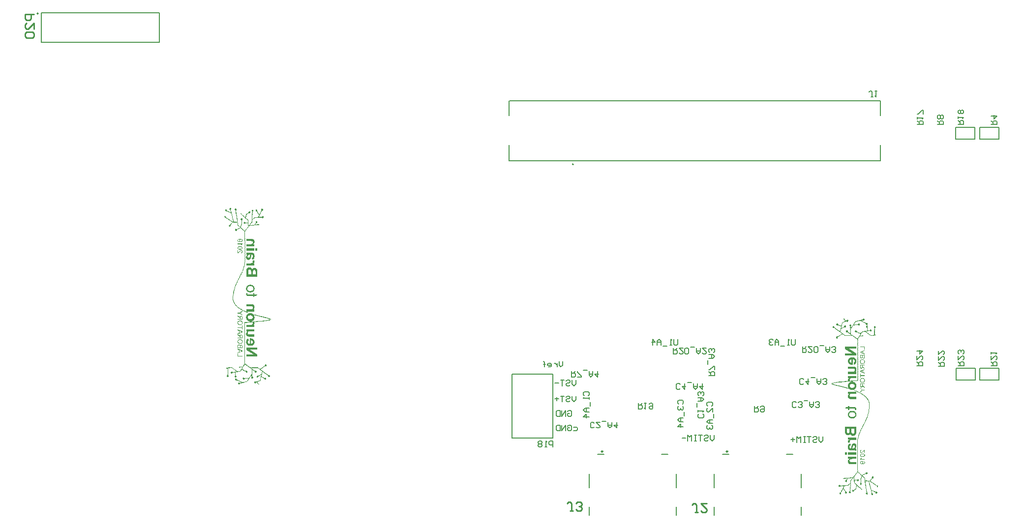
<source format=gbo>
G04*
G04 #@! TF.GenerationSoftware,Altium Limited,Altium Designer,19.1.6 (110)*
G04*
G04 Layer_Color=32896*
%FSLAX43Y43*%
%MOMM*%
G71*
G01*
G75*
%ADD10C,0.200*%
%ADD12C,0.240*%
%ADD13C,0.150*%
%ADD14C,0.152*%
%ADD15C,0.127*%
%ADD16C,0.254*%
G36*
X54793Y53392D02*
X54824D01*
Y53362D01*
X54884D01*
Y53302D01*
X54914D01*
Y53271D01*
X54884D01*
Y53241D01*
X54914D01*
Y53211D01*
X54884D01*
Y53181D01*
X54914D01*
Y53151D01*
X54884D01*
Y53121D01*
X54854D01*
Y53090D01*
X54824D01*
Y53060D01*
X54854D01*
Y52970D01*
X54884D01*
Y52939D01*
X54854D01*
Y52879D01*
X54884D01*
Y52819D01*
X54914D01*
Y52728D01*
X54944D01*
Y52637D01*
X54975D01*
Y52607D01*
X54944D01*
Y52577D01*
X54975D01*
Y52547D01*
X55005D01*
Y52486D01*
X54975D01*
Y52456D01*
X55005D01*
Y52396D01*
X55035D01*
Y52366D01*
X55005D01*
Y52335D01*
X55035D01*
Y52305D01*
X55065D01*
Y52275D01*
X55035D01*
Y52245D01*
X55065D01*
Y52154D01*
X55095D01*
Y52124D01*
X55065D01*
Y52094D01*
X55095D01*
Y52064D01*
X55126D01*
Y52034D01*
X55095D01*
Y52003D01*
X55126D01*
Y51913D01*
X55156D01*
Y51883D01*
X55126D01*
Y51852D01*
X55156D01*
Y51822D01*
X55186D01*
Y51641D01*
X55216D01*
Y51581D01*
X55246D01*
Y51490D01*
X55277D01*
Y51369D01*
X55307D01*
Y51188D01*
X55337D01*
Y51128D01*
X55367D01*
Y51007D01*
X55518D01*
Y50977D01*
X55548D01*
Y51007D01*
X55579D01*
Y50977D01*
X55790D01*
Y50947D01*
X55820D01*
Y50977D01*
X55850D01*
Y50947D01*
X55941D01*
Y51037D01*
X55911D01*
Y51067D01*
X55941D01*
Y51097D01*
X55911D01*
Y51188D01*
X55881D01*
Y51218D01*
X55911D01*
Y51248D01*
X55881D01*
Y51279D01*
X55911D01*
Y51309D01*
X55881D01*
Y51460D01*
X55850D01*
Y51490D01*
X55881D01*
Y51520D01*
X55850D01*
Y51611D01*
X55820D01*
Y51822D01*
X55790D01*
Y51852D01*
X55820D01*
Y51883D01*
X55790D01*
Y52034D01*
X55760D01*
Y52185D01*
X55730D01*
Y52215D01*
X55760D01*
Y52245D01*
X55730D01*
Y52275D01*
X55760D01*
Y52305D01*
X55730D01*
Y52335D01*
X55699D01*
Y52366D01*
X55730D01*
Y52396D01*
X55699D01*
Y52426D01*
X55730D01*
Y52456D01*
X55699D01*
Y52607D01*
X55669D01*
Y52637D01*
X55699D01*
Y52668D01*
X55669D01*
Y52758D01*
X55639D01*
Y52788D01*
X55669D01*
Y52819D01*
X55639D01*
Y52939D01*
X55669D01*
Y52970D01*
X55609D01*
Y52939D01*
X55579D01*
Y53000D01*
X55548D01*
Y53060D01*
X55518D01*
Y53211D01*
X55548D01*
Y53241D01*
X55579D01*
Y53271D01*
X55730D01*
Y53241D01*
X55790D01*
Y53181D01*
X55820D01*
Y53090D01*
X55850D01*
Y53060D01*
X55790D01*
Y53000D01*
X55760D01*
Y52970D01*
X55730D01*
Y52879D01*
X55760D01*
Y52849D01*
X55730D01*
Y52819D01*
X55760D01*
Y52728D01*
X55790D01*
Y52698D01*
X55760D01*
Y52668D01*
X55790D01*
Y52517D01*
X55820D01*
Y52486D01*
X55790D01*
Y52456D01*
X55820D01*
Y52366D01*
X55850D01*
Y52335D01*
X55820D01*
Y52305D01*
X55850D01*
Y52094D01*
X55881D01*
Y51943D01*
X55911D01*
Y51913D01*
X55881D01*
Y51883D01*
X55911D01*
Y51732D01*
X55941D01*
Y51701D01*
X55911D01*
Y51671D01*
X55941D01*
Y51581D01*
X55971D01*
Y51550D01*
X55941D01*
Y51520D01*
X55971D01*
Y51369D01*
X56001D01*
Y51339D01*
X55971D01*
Y51309D01*
X56001D01*
Y51279D01*
X55971D01*
Y51248D01*
X56001D01*
Y51218D01*
X56031D01*
Y51188D01*
X56001D01*
Y51158D01*
X56031D01*
Y51037D01*
X56001D01*
Y51007D01*
X56031D01*
Y50947D01*
X56062D01*
Y50916D01*
X56031D01*
Y50886D01*
X56062D01*
Y50856D01*
X56031D01*
Y50826D01*
X56062D01*
Y50796D01*
X56092D01*
Y50765D01*
X56062D01*
Y50735D01*
X56092D01*
Y50705D01*
X56062D01*
Y50675D01*
X56092D01*
Y50524D01*
X56122D01*
Y50494D01*
X56092D01*
Y50463D01*
X56122D01*
Y50433D01*
X56152D01*
Y50403D01*
X56182D01*
Y50373D01*
X56213D01*
Y50343D01*
X56243D01*
Y50312D01*
X56273D01*
Y50252D01*
X56303D01*
Y50222D01*
X56364D01*
Y50192D01*
X56394D01*
Y50161D01*
X56424D01*
Y50131D01*
X56454D01*
Y50161D01*
X56484D01*
Y50252D01*
X56545D01*
Y50282D01*
X56515D01*
Y50312D01*
X56545D01*
Y50373D01*
X56575D01*
Y50403D01*
X56545D01*
Y50433D01*
X56575D01*
Y50403D01*
X56605D01*
Y50433D01*
X56575D01*
Y50463D01*
X56605D01*
Y50554D01*
X56635D01*
Y50584D01*
X56666D01*
Y51279D01*
X56635D01*
Y51309D01*
X56605D01*
Y51339D01*
X56575D01*
Y51369D01*
X56545D01*
Y51520D01*
X56575D01*
Y51550D01*
X56605D01*
Y51611D01*
X56666D01*
Y51641D01*
X56696D01*
Y51611D01*
X56786D01*
Y51581D01*
X56817D01*
Y51550D01*
X56847D01*
Y51520D01*
X56877D01*
Y51490D01*
X56847D01*
Y51460D01*
X56877D01*
Y51430D01*
X56847D01*
Y51339D01*
X56817D01*
Y51309D01*
X56786D01*
Y51279D01*
X56756D01*
Y50947D01*
X56786D01*
Y50916D01*
X56756D01*
Y50826D01*
X56786D01*
Y50796D01*
X56756D01*
Y50765D01*
X56786D01*
Y50735D01*
X56756D01*
Y50705D01*
X56786D01*
Y50614D01*
X56756D01*
Y50554D01*
X56726D01*
Y50494D01*
X56696D01*
Y50403D01*
X56666D01*
Y50312D01*
X56635D01*
Y50252D01*
X56605D01*
Y50192D01*
X56575D01*
Y50101D01*
X56545D01*
Y50041D01*
X56575D01*
Y50010D01*
X56605D01*
Y49980D01*
X56635D01*
Y49920D01*
X56666D01*
Y49950D01*
X56696D01*
Y49920D01*
X56726D01*
Y49890D01*
X56756D01*
Y49860D01*
X56786D01*
Y49829D01*
X56817D01*
Y49799D01*
X56847D01*
Y49769D01*
X56877D01*
Y49739D01*
X56907D01*
Y49709D01*
X56937D01*
Y49678D01*
X56968D01*
Y49648D01*
X56998D01*
Y49618D01*
X57058D01*
Y49558D01*
X57118D01*
Y49527D01*
X57149D01*
Y49497D01*
X57179D01*
Y49467D01*
X57239D01*
Y49437D01*
X57269D01*
Y49497D01*
X57300D01*
Y49527D01*
X57330D01*
Y49558D01*
X57360D01*
Y49618D01*
X57390D01*
Y49648D01*
X57420D01*
Y49678D01*
X57451D01*
Y49709D01*
X57481D01*
Y49739D01*
X57511D01*
Y49829D01*
X57541D01*
Y49860D01*
X57571D01*
Y49890D01*
X57602D01*
Y49920D01*
X57632D01*
Y49950D01*
X57662D01*
Y49980D01*
X57692D01*
Y50041D01*
X57722D01*
Y50101D01*
X57753D01*
Y50131D01*
X57813D01*
Y50192D01*
X57843D01*
Y50343D01*
X57813D01*
Y50675D01*
X57783D01*
Y50705D01*
X57813D01*
Y50735D01*
X57420D01*
Y50765D01*
X57330D01*
Y50735D01*
X57360D01*
Y50705D01*
X57330D01*
Y50675D01*
X57269D01*
Y50645D01*
X57209D01*
Y50675D01*
X57118D01*
Y50705D01*
X57088D01*
Y50735D01*
X57058D01*
Y50765D01*
X57088D01*
Y50796D01*
X57058D01*
Y50826D01*
X57088D01*
Y50856D01*
X57058D01*
Y50886D01*
X57088D01*
Y50916D01*
X57118D01*
Y50947D01*
X57149D01*
Y50977D01*
X57179D01*
Y51007D01*
X57209D01*
Y50977D01*
X57239D01*
Y51007D01*
X57269D01*
Y50977D01*
X57300D01*
Y50947D01*
X57330D01*
Y50916D01*
X57360D01*
Y50856D01*
X57602D01*
Y50826D01*
X57632D01*
Y50856D01*
X57662D01*
Y50826D01*
X57692D01*
Y50856D01*
X57722D01*
Y50826D01*
X57753D01*
Y50856D01*
X57783D01*
Y50886D01*
X57753D01*
Y50916D01*
X57783D01*
Y50947D01*
X57753D01*
Y51279D01*
X57722D01*
Y51309D01*
X57662D01*
Y51369D01*
X57602D01*
Y51399D01*
X57571D01*
Y51430D01*
X57511D01*
Y51490D01*
X57451D01*
Y51550D01*
X57390D01*
Y51611D01*
X57330D01*
Y51641D01*
X57300D01*
Y51671D01*
X57269D01*
Y51732D01*
X57209D01*
Y51762D01*
X57179D01*
Y51792D01*
X57149D01*
Y51852D01*
X57088D01*
Y51883D01*
X57058D01*
Y51852D01*
X57028D01*
Y51943D01*
X56998D01*
Y51973D01*
X56968D01*
Y52003D01*
X56937D01*
Y51973D01*
X56907D01*
Y52034D01*
X56847D01*
Y52124D01*
X56756D01*
Y52154D01*
X56726D01*
Y52185D01*
X56696D01*
Y52245D01*
X56635D01*
Y52275D01*
X56605D01*
Y52305D01*
X56575D01*
Y52366D01*
X56515D01*
Y52396D01*
X56484D01*
Y52426D01*
X56515D01*
Y52456D01*
X56545D01*
Y52486D01*
X56575D01*
Y52426D01*
X56635D01*
Y52396D01*
X56666D01*
Y52366D01*
X56696D01*
Y52305D01*
X56756D01*
Y52275D01*
X56786D01*
Y52245D01*
X56817D01*
Y52215D01*
X56877D01*
Y52154D01*
X56937D01*
Y52094D01*
X56998D01*
Y52064D01*
X57058D01*
Y52003D01*
X57118D01*
Y51943D01*
X57179D01*
Y51913D01*
X57209D01*
Y51883D01*
X57239D01*
Y51852D01*
X57269D01*
Y51822D01*
X57300D01*
Y51792D01*
X57330D01*
Y51762D01*
X57360D01*
Y51792D01*
X57390D01*
Y51943D01*
X57420D01*
Y51973D01*
X57390D01*
Y52003D01*
X57420D01*
Y52034D01*
X57451D01*
Y52185D01*
X57481D01*
Y52335D01*
X57511D01*
Y52366D01*
X57541D01*
Y52396D01*
X57602D01*
Y52426D01*
X57662D01*
Y52456D01*
X57692D01*
Y52486D01*
X57753D01*
Y52517D01*
X57813D01*
Y52547D01*
X57843D01*
Y52577D01*
X57873D01*
Y52607D01*
X57904D01*
Y52698D01*
X57934D01*
Y52788D01*
X57994D01*
Y52819D01*
X58145D01*
Y52788D01*
X58205D01*
Y52698D01*
X58236D01*
Y52668D01*
X58205D01*
Y52637D01*
X58236D01*
Y52607D01*
X58205D01*
Y52517D01*
X58145D01*
Y52456D01*
X58115D01*
Y52486D01*
X57964D01*
Y52517D01*
X57934D01*
Y52486D01*
X57904D01*
Y52456D01*
X57843D01*
Y52426D01*
X57783D01*
Y52396D01*
X57753D01*
Y52366D01*
X57722D01*
Y52335D01*
X57662D01*
Y52305D01*
X57602D01*
Y52275D01*
X57571D01*
Y52185D01*
X57541D01*
Y52154D01*
X57571D01*
Y52124D01*
X57541D01*
Y52094D01*
X57511D01*
Y52003D01*
X57541D01*
Y51973D01*
X57511D01*
Y51883D01*
X57481D01*
Y51732D01*
X57451D01*
Y51701D01*
X57420D01*
Y51671D01*
X57451D01*
Y51641D01*
X57481D01*
Y51611D01*
X57511D01*
Y51581D01*
X57541D01*
Y51550D01*
X57602D01*
Y51520D01*
X57662D01*
Y51460D01*
X57722D01*
Y51399D01*
X57783D01*
Y51339D01*
X57843D01*
Y51067D01*
X57873D01*
Y50916D01*
X57904D01*
Y50886D01*
X57873D01*
Y50796D01*
X57904D01*
Y50524D01*
X57934D01*
Y50494D01*
X57904D01*
Y50463D01*
X57934D01*
Y50433D01*
X57904D01*
Y50403D01*
X57934D01*
Y50343D01*
X57964D01*
Y50403D01*
X57994D01*
Y50433D01*
X58024D01*
Y50463D01*
X58055D01*
Y50524D01*
X58085D01*
Y50554D01*
X58145D01*
Y50584D01*
X58115D01*
Y50614D01*
X58145D01*
Y50645D01*
X58175D01*
Y50675D01*
X58205D01*
Y50705D01*
X58236D01*
Y50765D01*
X58296D01*
Y50826D01*
X58326D01*
Y50886D01*
X58356D01*
Y50916D01*
X58387D01*
Y51007D01*
X58417D01*
Y51097D01*
X58387D01*
Y51128D01*
X58417D01*
Y51520D01*
X58447D01*
Y51550D01*
X58417D01*
Y51581D01*
X58447D01*
Y51611D01*
X58417D01*
Y51641D01*
X58447D01*
Y51671D01*
X58417D01*
Y51701D01*
X58447D01*
Y51913D01*
X58477D01*
Y51943D01*
X58447D01*
Y51973D01*
X58477D01*
Y52003D01*
X58447D01*
Y52034D01*
X58477D01*
Y52124D01*
X58447D01*
Y52154D01*
X58477D01*
Y52426D01*
X58507D01*
Y52456D01*
X58477D01*
Y52486D01*
X58507D01*
Y52517D01*
X58477D01*
Y52547D01*
X58507D01*
Y52577D01*
X58477D01*
Y52607D01*
X58507D01*
Y52758D01*
X58477D01*
Y52849D01*
X58447D01*
Y52879D01*
X58417D01*
Y52909D01*
X58447D01*
Y53000D01*
X58477D01*
Y53030D01*
X58507D01*
Y53060D01*
X58598D01*
Y53090D01*
X58628D01*
Y53060D01*
X58689D01*
Y53030D01*
X58719D01*
Y53000D01*
X58749D01*
Y52970D01*
X58719D01*
Y52939D01*
X58749D01*
Y52819D01*
X58719D01*
Y52788D01*
X58689D01*
Y52758D01*
X58658D01*
Y52728D01*
X58628D01*
Y52698D01*
X58598D01*
Y52668D01*
X58628D01*
Y52637D01*
X58568D01*
Y52607D01*
X58598D01*
Y52426D01*
X58568D01*
Y52396D01*
X58598D01*
Y52366D01*
X58568D01*
Y52335D01*
X58598D01*
Y52305D01*
X58568D01*
Y52275D01*
X58598D01*
Y52245D01*
X58568D01*
Y51913D01*
X58538D01*
Y51883D01*
X58568D01*
Y51822D01*
X58538D01*
Y51641D01*
X58507D01*
Y51611D01*
X58538D01*
Y51581D01*
X58507D01*
Y51550D01*
X58538D01*
Y51520D01*
X58507D01*
Y51490D01*
X58538D01*
Y51460D01*
X58598D01*
Y51520D01*
X58658D01*
Y51550D01*
X58689D01*
Y51581D01*
X58749D01*
Y51611D01*
X58719D01*
Y51641D01*
X58749D01*
Y51611D01*
X58779D01*
Y51701D01*
X58809D01*
Y51671D01*
X58840D01*
Y51732D01*
X58900D01*
Y51762D01*
X58930D01*
Y51792D01*
X58960D01*
Y51762D01*
X58991D01*
Y51792D01*
X59021D01*
Y51762D01*
X59051D01*
Y51792D01*
X59262D01*
Y51822D01*
X59292D01*
Y51792D01*
X59383D01*
Y51822D01*
X59413D01*
Y51792D01*
X59443D01*
Y51822D01*
X59474D01*
Y51792D01*
X59504D01*
Y51822D01*
X59534D01*
Y51852D01*
X59564D01*
Y51883D01*
X59534D01*
Y51913D01*
X59564D01*
Y51943D01*
X59594D01*
Y51973D01*
X59625D01*
Y52064D01*
X59655D01*
Y52094D01*
X59685D01*
Y52185D01*
X59655D01*
Y52215D01*
X59625D01*
Y52305D01*
X59594D01*
Y52335D01*
X59564D01*
Y52366D01*
X59534D01*
Y52396D01*
X59504D01*
Y52486D01*
X59474D01*
Y52517D01*
X59443D01*
Y52547D01*
X59413D01*
Y52607D01*
X59383D01*
Y52668D01*
X59353D01*
Y52698D01*
X59323D01*
Y52728D01*
X59292D01*
Y52758D01*
X59262D01*
Y52788D01*
X59232D01*
Y52758D01*
X59202D01*
Y52788D01*
X59172D01*
Y52819D01*
X59142D01*
Y52849D01*
X59111D01*
Y52939D01*
X59081D01*
Y52970D01*
X59111D01*
Y53060D01*
X59142D01*
Y53090D01*
X59172D01*
Y53121D01*
X59323D01*
Y53090D01*
X59353D01*
Y53060D01*
X59383D01*
Y53030D01*
X59413D01*
Y52879D01*
X59383D01*
Y52788D01*
X59413D01*
Y52758D01*
X59443D01*
Y52728D01*
X59474D01*
Y52637D01*
X59504D01*
Y52607D01*
X59534D01*
Y52577D01*
X59564D01*
Y52547D01*
X59594D01*
Y52456D01*
X59625D01*
Y52426D01*
X59655D01*
Y52396D01*
X59685D01*
Y52366D01*
X59715D01*
Y52275D01*
X59745D01*
Y52305D01*
X59776D01*
Y52335D01*
X59806D01*
Y52426D01*
X59836D01*
Y52456D01*
X59866D01*
Y52547D01*
X59896D01*
Y52577D01*
X59927D01*
Y52668D01*
X59957D01*
Y52698D01*
X59987D01*
Y52788D01*
X60017D01*
Y52819D01*
X60047D01*
Y52879D01*
X60078D01*
Y52939D01*
X60108D01*
Y53000D01*
X60078D01*
Y53181D01*
X60108D01*
Y53211D01*
X60138D01*
Y53241D01*
X60168D01*
Y53271D01*
X60198D01*
Y53241D01*
X60229D01*
Y53271D01*
X60259D01*
Y53241D01*
X60319D01*
Y53211D01*
X60349D01*
Y53181D01*
X60380D01*
Y53000D01*
X60349D01*
Y52970D01*
X60319D01*
Y52939D01*
X60289D01*
Y52909D01*
X60198D01*
Y52879D01*
X60168D01*
Y52849D01*
X60138D01*
Y52788D01*
X60108D01*
Y52728D01*
X60078D01*
Y52637D01*
X60047D01*
Y52607D01*
X60017D01*
Y52517D01*
X59987D01*
Y52486D01*
X59957D01*
Y52396D01*
X59927D01*
Y52366D01*
X59896D01*
Y52275D01*
X59866D01*
Y52245D01*
X59836D01*
Y52154D01*
X59806D01*
Y52124D01*
X59776D01*
Y52034D01*
X59745D01*
Y52003D01*
X59715D01*
Y51943D01*
X59685D01*
Y51883D01*
X59655D01*
Y51852D01*
X59625D01*
Y51822D01*
X59957D01*
Y51852D01*
X59987D01*
Y51822D01*
X60017D01*
Y51852D01*
X60229D01*
Y51943D01*
X60259D01*
Y51973D01*
X60349D01*
Y52003D01*
X60380D01*
Y51973D01*
X60440D01*
Y51943D01*
X60470D01*
Y51913D01*
X60500D01*
Y51792D01*
X60530D01*
Y51762D01*
X60500D01*
Y51671D01*
X60440D01*
Y51611D01*
X60410D01*
Y51641D01*
X60259D01*
Y51671D01*
X60229D01*
Y51732D01*
X59927D01*
Y51701D01*
X59896D01*
Y51732D01*
X59866D01*
Y51701D01*
X59836D01*
Y51732D01*
X59806D01*
Y51701D01*
X59474D01*
Y51671D01*
X59443D01*
Y51701D01*
X59413D01*
Y51671D01*
X59383D01*
Y51701D01*
X59353D01*
Y51671D01*
X59323D01*
Y51701D01*
X59292D01*
Y51671D01*
X59262D01*
Y51701D01*
X59232D01*
Y51671D01*
X59202D01*
Y51701D01*
X59172D01*
Y51671D01*
X59142D01*
Y51701D01*
X59111D01*
Y51671D01*
X59081D01*
Y51701D01*
X59051D01*
Y51671D01*
X58930D01*
Y51641D01*
X58900D01*
Y51611D01*
X58870D01*
Y51581D01*
X58840D01*
Y51550D01*
X58779D01*
Y51520D01*
X58749D01*
Y51460D01*
X58719D01*
Y51430D01*
X58689D01*
Y51399D01*
X58628D01*
Y51339D01*
X58568D01*
Y51309D01*
X58538D01*
Y51279D01*
X58507D01*
Y51007D01*
X58477D01*
Y50977D01*
X58507D01*
Y50886D01*
X58477D01*
Y50856D01*
X58447D01*
Y50826D01*
X58417D01*
Y50796D01*
X58387D01*
Y50735D01*
X58326D01*
Y50645D01*
X58296D01*
Y50614D01*
X58266D01*
Y50584D01*
X58236D01*
Y50554D01*
X58205D01*
Y50524D01*
X58175D01*
Y50494D01*
X58145D01*
Y50403D01*
X58205D01*
Y50433D01*
X58387D01*
Y50463D01*
X58417D01*
Y50433D01*
X58447D01*
Y50463D01*
X58507D01*
Y50433D01*
X58538D01*
Y50463D01*
X58658D01*
Y50494D01*
X58689D01*
Y50463D01*
X58719D01*
Y50494D01*
X58749D01*
Y50463D01*
X58779D01*
Y50494D01*
X58809D01*
Y50463D01*
X58840D01*
Y50494D01*
X58870D01*
Y50463D01*
X58900D01*
Y50494D01*
X58930D01*
Y50524D01*
X58960D01*
Y50554D01*
X58930D01*
Y50584D01*
X58991D01*
Y50645D01*
X59021D01*
Y50735D01*
X59051D01*
Y50765D01*
X59081D01*
Y50796D01*
X59111D01*
Y50826D01*
X59142D01*
Y50856D01*
X59111D01*
Y50886D01*
X59142D01*
Y50916D01*
X59111D01*
Y51007D01*
X59142D01*
Y51037D01*
X59111D01*
Y51067D01*
X59142D01*
Y51097D01*
X59172D01*
Y51128D01*
X59202D01*
Y51158D01*
X59232D01*
Y51128D01*
X59262D01*
Y51158D01*
X59292D01*
Y51128D01*
X59323D01*
Y51097D01*
X59353D01*
Y51067D01*
X59383D01*
Y51037D01*
X59413D01*
Y50886D01*
X59383D01*
Y50856D01*
X59353D01*
Y50796D01*
X59232D01*
Y50765D01*
X59202D01*
Y50735D01*
X59172D01*
Y50705D01*
X59142D01*
Y50675D01*
X59111D01*
Y50584D01*
X59081D01*
Y50554D01*
X59051D01*
Y50494D01*
X59081D01*
Y50524D01*
X59202D01*
Y50554D01*
X59232D01*
Y50524D01*
X59262D01*
Y50554D01*
X59292D01*
Y50524D01*
X59323D01*
Y50554D01*
X59353D01*
Y50524D01*
X59383D01*
Y50554D01*
X59655D01*
Y50584D01*
X59745D01*
Y50463D01*
X59564D01*
Y50433D01*
X59534D01*
Y50463D01*
X59504D01*
Y50433D01*
X59353D01*
Y50403D01*
X59323D01*
Y50433D01*
X59292D01*
Y50403D01*
X59262D01*
Y50433D01*
X59232D01*
Y50403D01*
X59202D01*
Y50433D01*
X59172D01*
Y50403D01*
X59142D01*
Y50433D01*
X59111D01*
Y50403D01*
X58960D01*
Y50373D01*
X58930D01*
Y50403D01*
X58900D01*
Y50373D01*
X58628D01*
Y50343D01*
X58598D01*
Y50373D01*
X58568D01*
Y50343D01*
X58356D01*
Y50312D01*
X58326D01*
Y50343D01*
X58296D01*
Y50312D01*
X58085D01*
Y50282D01*
X58055D01*
Y50312D01*
X58024D01*
Y50282D01*
X57994D01*
Y50252D01*
X57964D01*
Y50192D01*
X57934D01*
Y50131D01*
X57904D01*
Y50101D01*
X57873D01*
Y50071D01*
X57843D01*
Y50041D01*
X57813D01*
Y50010D01*
X57783D01*
Y49920D01*
X57722D01*
Y49890D01*
X57692D01*
Y49829D01*
X57632D01*
Y49769D01*
X57602D01*
Y49709D01*
X57541D01*
Y49648D01*
X57511D01*
Y49618D01*
X57481D01*
Y49558D01*
X57451D01*
Y49527D01*
X57420D01*
Y49467D01*
X57390D01*
Y49437D01*
X57360D01*
Y49407D01*
X57330D01*
Y49346D01*
X57300D01*
Y49195D01*
X57269D01*
Y49165D01*
X57300D01*
Y48229D01*
X57330D01*
Y48199D01*
X57300D01*
Y48108D01*
X57330D01*
Y48078D01*
X57300D01*
Y47987D01*
X57330D01*
Y47957D01*
X57300D01*
Y47867D01*
X57330D01*
Y47836D01*
X57300D01*
Y47746D01*
X57330D01*
Y47716D01*
X57300D01*
Y47686D01*
X57330D01*
Y47655D01*
X57300D01*
Y47625D01*
X57330D01*
Y47595D01*
X57300D01*
Y47565D01*
X57330D01*
Y47535D01*
X57300D01*
Y47504D01*
X57330D01*
Y47474D01*
X57300D01*
Y47444D01*
X57330D01*
Y47414D01*
X57300D01*
Y47384D01*
X57330D01*
Y47353D01*
X57300D01*
Y47323D01*
X57330D01*
Y47293D01*
X57300D01*
Y47263D01*
X57330D01*
Y47233D01*
X57300D01*
Y47202D01*
X57330D01*
Y47172D01*
X57300D01*
Y47142D01*
X57330D01*
Y47112D01*
X57300D01*
Y47082D01*
X57330D01*
Y47051D01*
X57300D01*
Y47021D01*
X57330D01*
Y46991D01*
X57300D01*
Y46961D01*
X57330D01*
Y46931D01*
X57300D01*
Y46900D01*
X57330D01*
Y46870D01*
X57300D01*
Y46840D01*
X57330D01*
Y46810D01*
X57300D01*
Y46780D01*
X57330D01*
Y46749D01*
X57300D01*
Y46719D01*
X57330D01*
Y46689D01*
X57300D01*
Y46659D01*
X57330D01*
Y46629D01*
X57300D01*
Y46598D01*
X57330D01*
Y46568D01*
X57300D01*
Y46538D01*
X57330D01*
Y46508D01*
X57300D01*
Y46478D01*
X57330D01*
Y46448D01*
X57300D01*
Y46417D01*
X57330D01*
Y46387D01*
X57300D01*
Y46357D01*
X57330D01*
Y46327D01*
X57300D01*
Y46297D01*
X57330D01*
Y46266D01*
X57300D01*
Y46236D01*
X57330D01*
Y46206D01*
X57300D01*
Y46176D01*
X57330D01*
Y46146D01*
X57300D01*
Y46115D01*
X57330D01*
Y46085D01*
X57300D01*
Y46055D01*
X57330D01*
Y46025D01*
X57300D01*
Y45995D01*
X57330D01*
Y45964D01*
X57300D01*
Y45934D01*
X57330D01*
Y45904D01*
X57300D01*
Y45874D01*
X57330D01*
Y45844D01*
X57300D01*
Y45813D01*
X57330D01*
Y45723D01*
X57300D01*
Y45693D01*
X57330D01*
Y45662D01*
X57300D01*
Y45632D01*
X57330D01*
Y45602D01*
X57300D01*
Y45572D01*
X57330D01*
Y45542D01*
X57300D01*
Y45512D01*
X57330D01*
Y45481D01*
X57300D01*
Y45451D01*
X57330D01*
Y45421D01*
X57300D01*
Y45391D01*
X57330D01*
Y45361D01*
X57300D01*
Y45330D01*
X57330D01*
Y45300D01*
X57300D01*
Y45270D01*
X57330D01*
Y45240D01*
X57300D01*
Y45210D01*
X57330D01*
Y45179D01*
X57300D01*
Y45149D01*
X57330D01*
Y45119D01*
X57300D01*
Y45089D01*
X57330D01*
Y45059D01*
X57300D01*
Y45028D01*
X57330D01*
Y44998D01*
X57300D01*
Y44968D01*
X57330D01*
Y44938D01*
X57300D01*
Y44908D01*
X57330D01*
Y44877D01*
X57300D01*
Y44847D01*
X57330D01*
Y44817D01*
X57300D01*
Y44787D01*
X57330D01*
Y44757D01*
X57300D01*
Y44726D01*
X57330D01*
Y44696D01*
X57300D01*
Y44666D01*
X57330D01*
Y44636D01*
X57300D01*
Y44606D01*
X57330D01*
Y44575D01*
X57300D01*
Y44545D01*
X57330D01*
Y44515D01*
X57300D01*
Y44485D01*
X57330D01*
Y44455D01*
X57300D01*
Y44424D01*
X57330D01*
Y44394D01*
X57300D01*
Y44364D01*
X57330D01*
Y44334D01*
X57300D01*
Y44304D01*
X57330D01*
Y44274D01*
X57300D01*
Y44243D01*
X57330D01*
Y44213D01*
X57300D01*
Y44183D01*
X57330D01*
Y44153D01*
X57300D01*
Y44123D01*
X57330D01*
Y44092D01*
X57300D01*
Y43760D01*
X57269D01*
Y43730D01*
X57239D01*
Y43700D01*
X57269D01*
Y43670D01*
X57239D01*
Y43639D01*
X57269D01*
Y43609D01*
X57239D01*
Y43458D01*
X57209D01*
Y43428D01*
X57179D01*
Y43398D01*
X57209D01*
Y43368D01*
X57179D01*
Y43277D01*
X57149D01*
Y43247D01*
X57179D01*
Y43217D01*
X57149D01*
Y43187D01*
X57118D01*
Y43156D01*
X57149D01*
Y43126D01*
X57118D01*
Y43036D01*
X57088D01*
Y42945D01*
X57058D01*
Y42854D01*
X57028D01*
Y42824D01*
X57058D01*
Y42794D01*
X57028D01*
Y42764D01*
X56998D01*
Y42673D01*
X56968D01*
Y42643D01*
X56937D01*
Y42552D01*
X56907D01*
Y42522D01*
X56877D01*
Y42492D01*
X56907D01*
Y42462D01*
X56877D01*
Y42432D01*
X56847D01*
Y42401D01*
X56877D01*
Y42371D01*
X56847D01*
Y42341D01*
X56817D01*
Y42250D01*
X56786D01*
Y42220D01*
X56756D01*
Y42130D01*
X56726D01*
Y42100D01*
X56696D01*
Y42009D01*
X56666D01*
Y42039D01*
X56635D01*
Y42009D01*
X56666D01*
Y41979D01*
X56635D01*
Y41888D01*
X56605D01*
Y41858D01*
X56575D01*
Y41767D01*
X56545D01*
Y41737D01*
X56515D01*
Y41647D01*
X56484D01*
Y41616D01*
X56454D01*
Y41526D01*
X56424D01*
Y41496D01*
X56394D01*
Y41405D01*
X56364D01*
Y41375D01*
X56333D01*
Y41345D01*
X56303D01*
Y41314D01*
X56333D01*
Y41284D01*
X56303D01*
Y41314D01*
X56273D01*
Y41284D01*
X56303D01*
Y41254D01*
X56273D01*
Y41163D01*
X56213D01*
Y41103D01*
X56182D01*
Y41073D01*
X56152D01*
Y41043D01*
X56182D01*
Y41013D01*
X56152D01*
Y40982D01*
X56122D01*
Y41013D01*
X56092D01*
Y40982D01*
X56122D01*
Y40952D01*
X56152D01*
Y40922D01*
X56122D01*
Y40952D01*
X56092D01*
Y40862D01*
X56062D01*
Y40831D01*
X56031D01*
Y40801D01*
X56062D01*
Y40771D01*
X56031D01*
Y40741D01*
X56001D01*
Y40711D01*
X56031D01*
Y40680D01*
X56001D01*
Y40650D01*
X55971D01*
Y40620D01*
X55941D01*
Y40590D01*
X55971D01*
Y40560D01*
X55941D01*
Y40590D01*
X55911D01*
Y40560D01*
X55941D01*
Y40529D01*
X55911D01*
Y40439D01*
X55881D01*
Y40409D01*
X55850D01*
Y40318D01*
X55820D01*
Y40288D01*
X55850D01*
Y40258D01*
X55820D01*
Y40288D01*
X55790D01*
Y40197D01*
X55760D01*
Y40167D01*
X55730D01*
Y40137D01*
X55760D01*
Y40107D01*
X55730D01*
Y40016D01*
X55699D01*
Y39986D01*
X55669D01*
Y39895D01*
X55639D01*
Y39865D01*
X55669D01*
Y39835D01*
X55639D01*
Y39805D01*
X55609D01*
Y39714D01*
X55579D01*
Y39684D01*
X55609D01*
Y39654D01*
X55579D01*
Y39624D01*
X55548D01*
Y39533D01*
X55518D01*
Y39503D01*
X55488D01*
Y39473D01*
X55518D01*
Y39442D01*
X55488D01*
Y39291D01*
X55458D01*
Y39261D01*
X55428D01*
Y39231D01*
X55458D01*
Y39201D01*
X55428D01*
Y39110D01*
X55397D01*
Y39080D01*
X55428D01*
Y39050D01*
X55397D01*
Y39080D01*
X55367D01*
Y39050D01*
X55397D01*
Y38959D01*
X55367D01*
Y38808D01*
X55337D01*
Y38778D01*
X55367D01*
Y38748D01*
X55337D01*
Y38718D01*
X55367D01*
Y38688D01*
X55337D01*
Y38657D01*
X55307D01*
Y38627D01*
X55337D01*
Y38597D01*
X55307D01*
Y38567D01*
X55337D01*
Y38537D01*
X55307D01*
Y38386D01*
X55277D01*
Y38355D01*
X55307D01*
Y38325D01*
X55277D01*
Y38295D01*
X55307D01*
Y38265D01*
X55277D01*
Y38235D01*
X55307D01*
Y38204D01*
X55277D01*
Y38235D01*
X55246D01*
Y38204D01*
X55277D01*
Y38174D01*
X55307D01*
Y38144D01*
X55277D01*
Y38114D01*
X55246D01*
Y38084D01*
X55277D01*
Y38053D01*
X55246D01*
Y38023D01*
X55277D01*
Y37993D01*
X55246D01*
Y37963D01*
X55277D01*
Y37933D01*
X55246D01*
Y37902D01*
X55277D01*
Y37872D01*
X55246D01*
Y37842D01*
X55277D01*
Y37812D01*
X55246D01*
Y37782D01*
X55277D01*
Y37751D01*
X55246D01*
Y37721D01*
X55277D01*
Y37570D01*
X55307D01*
Y37419D01*
X55337D01*
Y37389D01*
X55367D01*
Y37359D01*
X55337D01*
Y37329D01*
X55367D01*
Y37238D01*
X55397D01*
Y37208D01*
X55428D01*
Y37178D01*
X55397D01*
Y37148D01*
X55428D01*
Y37117D01*
X55458D01*
Y37057D01*
X55488D01*
Y36997D01*
X55518D01*
Y36966D01*
X55548D01*
Y36906D01*
X55609D01*
Y36876D01*
X55579D01*
Y36846D01*
X55609D01*
Y36815D01*
X55639D01*
Y36785D01*
X55669D01*
Y36755D01*
X55699D01*
Y36725D01*
X55730D01*
Y36664D01*
X55790D01*
Y36604D01*
X55850D01*
Y36544D01*
X55881D01*
Y36514D01*
X55911D01*
Y36453D01*
X55941D01*
Y36483D01*
X55971D01*
Y36423D01*
X56031D01*
Y36393D01*
X56062D01*
Y36363D01*
X56092D01*
Y36332D01*
X56122D01*
Y36302D01*
X56152D01*
Y36272D01*
X56182D01*
Y36242D01*
X56243D01*
Y36212D01*
X56303D01*
Y36181D01*
X56333D01*
Y36151D01*
X56364D01*
Y36121D01*
X56394D01*
Y36091D01*
X56454D01*
Y36061D01*
X56515D01*
Y36030D01*
X56545D01*
Y36000D01*
X56635D01*
Y35970D01*
X56666D01*
Y35940D01*
X56696D01*
Y35910D01*
X56756D01*
Y35879D01*
X56817D01*
Y35849D01*
X56847D01*
Y35819D01*
X56937D01*
Y35789D01*
X56998D01*
Y35759D01*
X57058D01*
Y35728D01*
X57088D01*
Y35698D01*
X57179D01*
Y35668D01*
X57239D01*
Y35638D01*
X57300D01*
Y35608D01*
X57390D01*
Y35577D01*
X57420D01*
Y35547D01*
X57511D01*
Y35517D01*
X57541D01*
Y35487D01*
X57571D01*
Y35517D01*
X57602D01*
Y35487D01*
X57662D01*
Y35457D01*
X57722D01*
Y35427D01*
X57753D01*
Y35457D01*
X57783D01*
Y35427D01*
X57813D01*
Y35396D01*
X57843D01*
Y35366D01*
X57873D01*
Y35336D01*
X57843D01*
Y35306D01*
X57813D01*
Y35336D01*
X57783D01*
Y35306D01*
X57753D01*
Y35336D01*
X57662D01*
Y35366D01*
X57632D01*
Y35396D01*
X57602D01*
Y35366D01*
X57571D01*
Y35396D01*
X57541D01*
Y35427D01*
X57451D01*
Y35457D01*
X57360D01*
Y35487D01*
X57330D01*
Y35517D01*
X57300D01*
Y35487D01*
X57269D01*
Y35517D01*
X57239D01*
Y35547D01*
X57209D01*
Y35577D01*
X57179D01*
Y35547D01*
X57149D01*
Y35577D01*
X57118D01*
Y35608D01*
X57058D01*
Y35638D01*
X56998D01*
Y35668D01*
X56907D01*
Y35698D01*
X56877D01*
Y35728D01*
X56847D01*
Y35759D01*
X56756D01*
Y35789D01*
X56726D01*
Y35819D01*
X56696D01*
Y35849D01*
X56666D01*
Y35819D01*
X56635D01*
Y35849D01*
X56605D01*
Y35879D01*
X56545D01*
Y35910D01*
X56484D01*
Y35940D01*
X56454D01*
Y35970D01*
X56424D01*
Y36000D01*
X56364D01*
Y36030D01*
X56303D01*
Y36061D01*
X56273D01*
Y36091D01*
X56243D01*
Y36121D01*
X56182D01*
Y36151D01*
X56122D01*
Y36212D01*
X56062D01*
Y36242D01*
X56031D01*
Y36272D01*
X56001D01*
Y36302D01*
X55971D01*
Y36332D01*
X55941D01*
Y36363D01*
X55881D01*
Y36423D01*
X55850D01*
Y36393D01*
X55820D01*
Y36483D01*
X55790D01*
Y36453D01*
X55760D01*
Y36544D01*
X55699D01*
Y36604D01*
X55669D01*
Y36634D01*
X55639D01*
Y36664D01*
X55609D01*
Y36695D01*
X55579D01*
Y36725D01*
X55548D01*
Y36755D01*
X55518D01*
Y36815D01*
X55488D01*
Y36876D01*
X55458D01*
Y36906D01*
X55428D01*
Y36936D01*
X55397D01*
Y37027D01*
X55367D01*
Y37057D01*
X55337D01*
Y37148D01*
X55307D01*
Y37178D01*
X55277D01*
Y37299D01*
X55246D01*
Y37359D01*
X55216D01*
Y37510D01*
X55186D01*
Y37540D01*
X55216D01*
Y37570D01*
X55186D01*
Y37782D01*
X55156D01*
Y37812D01*
X55186D01*
Y38023D01*
X55156D01*
Y38053D01*
X55186D01*
Y38265D01*
X55216D01*
Y38295D01*
X55186D01*
Y38325D01*
X55216D01*
Y38355D01*
X55186D01*
Y38386D01*
X55216D01*
Y38597D01*
X55246D01*
Y38808D01*
X55277D01*
Y38959D01*
X55307D01*
Y39110D01*
X55337D01*
Y39261D01*
X55367D01*
Y39291D01*
X55397D01*
Y39322D01*
X55367D01*
Y39352D01*
X55397D01*
Y39442D01*
X55428D01*
Y39473D01*
X55397D01*
Y39503D01*
X55428D01*
Y39533D01*
X55458D01*
Y39684D01*
X55488D01*
Y39714D01*
X55518D01*
Y39744D01*
X55488D01*
Y39775D01*
X55518D01*
Y39865D01*
X55548D01*
Y39895D01*
X55579D01*
Y39986D01*
X55609D01*
Y40016D01*
X55579D01*
Y40046D01*
X55609D01*
Y40016D01*
X55639D01*
Y40046D01*
X55609D01*
Y40076D01*
X55639D01*
Y40167D01*
X55699D01*
Y40288D01*
X55730D01*
Y40378D01*
X55760D01*
Y40469D01*
X55790D01*
Y40499D01*
X55820D01*
Y40590D01*
X55850D01*
Y40620D01*
X55881D01*
Y40711D01*
X55911D01*
Y40741D01*
X55941D01*
Y40831D01*
X55971D01*
Y40862D01*
X56001D01*
Y40952D01*
X56031D01*
Y40982D01*
X56062D01*
Y41073D01*
X56092D01*
Y41103D01*
X56122D01*
Y41194D01*
X56152D01*
Y41224D01*
X56182D01*
Y41314D01*
X56213D01*
Y41345D01*
X56243D01*
Y41435D01*
X56273D01*
Y41465D01*
X56303D01*
Y41556D01*
X56333D01*
Y41586D01*
X56364D01*
Y41677D01*
X56394D01*
Y41707D01*
X56424D01*
Y41767D01*
X56454D01*
Y41828D01*
X56484D01*
Y41858D01*
X56515D01*
Y41949D01*
X56545D01*
Y42009D01*
X56575D01*
Y42069D01*
X56605D01*
Y42100D01*
X56635D01*
Y42190D01*
X56666D01*
Y42250D01*
X56696D01*
Y42311D01*
X56726D01*
Y42401D01*
X56756D01*
Y42432D01*
X56786D01*
Y42492D01*
X56817D01*
Y42552D01*
X56847D01*
Y42673D01*
X56877D01*
Y42734D01*
X56907D01*
Y42824D01*
X56937D01*
Y42854D01*
X56968D01*
Y42885D01*
X56937D01*
Y42915D01*
X56968D01*
Y43005D01*
X56998D01*
Y43036D01*
X57028D01*
Y43066D01*
X56998D01*
Y43096D01*
X57028D01*
Y43187D01*
X57058D01*
Y43277D01*
X57088D01*
Y43368D01*
X57118D01*
Y43398D01*
X57088D01*
Y43428D01*
X57118D01*
Y43458D01*
X57149D01*
Y43488D01*
X57118D01*
Y43519D01*
X57149D01*
Y43670D01*
X57179D01*
Y43700D01*
X57149D01*
Y43730D01*
X57179D01*
Y43760D01*
X57209D01*
Y43790D01*
X57179D01*
Y43821D01*
X57209D01*
Y43851D01*
X57179D01*
Y43881D01*
X57209D01*
Y44092D01*
X57239D01*
Y44123D01*
X57209D01*
Y44153D01*
X57239D01*
Y44183D01*
X57209D01*
Y44213D01*
X57239D01*
Y44243D01*
X57209D01*
Y44274D01*
X57239D01*
Y44304D01*
X57209D01*
Y44334D01*
X57239D01*
Y44364D01*
X57209D01*
Y44394D01*
X57239D01*
Y44424D01*
X57209D01*
Y44455D01*
X57239D01*
Y44485D01*
X57209D01*
Y44515D01*
X57239D01*
Y44545D01*
X57209D01*
Y44575D01*
X57239D01*
Y44606D01*
X57209D01*
Y44636D01*
X57239D01*
Y44666D01*
X57209D01*
Y44696D01*
X57239D01*
Y44726D01*
X57209D01*
Y44757D01*
X57239D01*
Y44787D01*
X57209D01*
Y44817D01*
X57239D01*
Y44847D01*
X57209D01*
Y44877D01*
X57239D01*
Y44908D01*
X57209D01*
Y44938D01*
X57239D01*
Y44968D01*
X57209D01*
Y44998D01*
X57239D01*
Y45028D01*
X57209D01*
Y45059D01*
X57239D01*
Y45089D01*
X57209D01*
Y45119D01*
X57239D01*
Y45149D01*
X57209D01*
Y45179D01*
X57239D01*
Y45210D01*
X57209D01*
Y45240D01*
X57239D01*
Y45270D01*
X57209D01*
Y45300D01*
X57239D01*
Y45330D01*
X57209D01*
Y45361D01*
X57239D01*
Y45391D01*
X57209D01*
Y45421D01*
X57239D01*
Y45451D01*
X57209D01*
Y45481D01*
X57239D01*
Y45512D01*
X57209D01*
Y45542D01*
X57239D01*
Y45572D01*
X57209D01*
Y45602D01*
X57239D01*
Y45632D01*
X57209D01*
Y45662D01*
X57239D01*
Y45693D01*
X57209D01*
Y45723D01*
X57239D01*
Y45753D01*
X57209D01*
Y45783D01*
X57239D01*
Y45813D01*
X57209D01*
Y45844D01*
X57239D01*
Y45874D01*
X57209D01*
Y45904D01*
X57239D01*
Y45934D01*
X57209D01*
Y45964D01*
X57239D01*
Y45995D01*
X57209D01*
Y46025D01*
X57239D01*
Y46055D01*
X57209D01*
Y46085D01*
X57239D01*
Y46115D01*
X57209D01*
Y46146D01*
X57239D01*
Y46176D01*
X57209D01*
Y46206D01*
X57239D01*
Y46236D01*
X57209D01*
Y46266D01*
X57239D01*
Y46297D01*
X57209D01*
Y46327D01*
X57239D01*
Y46357D01*
X57209D01*
Y46387D01*
X57239D01*
Y46417D01*
X57209D01*
Y46448D01*
X57239D01*
Y46478D01*
X57209D01*
Y46508D01*
X57239D01*
Y46538D01*
X57209D01*
Y46568D01*
X57239D01*
Y46598D01*
X57209D01*
Y46629D01*
X57239D01*
Y46659D01*
X57209D01*
Y46689D01*
X57239D01*
Y46719D01*
X57209D01*
Y46749D01*
X57239D01*
Y46780D01*
X57209D01*
Y46810D01*
X57239D01*
Y46840D01*
X57209D01*
Y46870D01*
X57239D01*
Y46900D01*
X57209D01*
Y46931D01*
X57239D01*
Y46961D01*
X57209D01*
Y46991D01*
X57239D01*
Y47021D01*
X57209D01*
Y47051D01*
X57239D01*
Y47082D01*
X57209D01*
Y47112D01*
X57239D01*
Y47142D01*
X57209D01*
Y47172D01*
X57239D01*
Y47202D01*
X57209D01*
Y47233D01*
X57239D01*
Y47263D01*
X57209D01*
Y47293D01*
X57239D01*
Y47323D01*
X57209D01*
Y47353D01*
X57239D01*
Y47384D01*
X57209D01*
Y47414D01*
X57239D01*
Y47444D01*
X57209D01*
Y47474D01*
X57239D01*
Y47504D01*
X57209D01*
Y47535D01*
X57239D01*
Y47565D01*
X57209D01*
Y47595D01*
X57239D01*
Y47625D01*
X57209D01*
Y47655D01*
X57239D01*
Y47686D01*
X57209D01*
Y49105D01*
X57179D01*
Y49135D01*
X57209D01*
Y49165D01*
X57179D01*
Y49195D01*
X57209D01*
Y49225D01*
X57179D01*
Y49256D01*
X57209D01*
Y49286D01*
X57179D01*
Y49316D01*
X57209D01*
Y49346D01*
X57149D01*
Y49407D01*
X57118D01*
Y49437D01*
X57088D01*
Y49467D01*
X57058D01*
Y49437D01*
X57028D01*
Y49497D01*
X56968D01*
Y49527D01*
X56937D01*
Y49558D01*
X56907D01*
Y49588D01*
X56877D01*
Y49618D01*
X56847D01*
Y49648D01*
X56817D01*
Y49678D01*
X56786D01*
Y49709D01*
X56756D01*
Y49739D01*
X56726D01*
Y49769D01*
X56696D01*
Y49799D01*
X56666D01*
Y49829D01*
X56635D01*
Y49860D01*
X56605D01*
Y49890D01*
X56515D01*
Y49860D01*
X56484D01*
Y49890D01*
X56454D01*
Y49860D01*
X56394D01*
Y49829D01*
X56303D01*
Y49799D01*
X56243D01*
Y49769D01*
X56152D01*
Y49739D01*
X56092D01*
Y49678D01*
X56062D01*
Y49709D01*
X56001D01*
Y49678D01*
X55971D01*
Y49648D01*
X55911D01*
Y49618D01*
X55881D01*
Y49588D01*
X55850D01*
Y49558D01*
X55881D01*
Y49527D01*
X55850D01*
Y49497D01*
X55820D01*
Y49467D01*
X55790D01*
Y49437D01*
X55760D01*
Y49467D01*
X55730D01*
Y49437D01*
X55699D01*
Y49467D01*
X55669D01*
Y49437D01*
X55639D01*
Y49467D01*
X55609D01*
Y49497D01*
X55579D01*
Y49588D01*
X55548D01*
Y49618D01*
X55579D01*
Y49709D01*
X55609D01*
Y49739D01*
X55639D01*
Y49769D01*
X55699D01*
Y49799D01*
X55760D01*
Y49769D01*
X55790D01*
Y49739D01*
X55941D01*
Y49769D01*
X55971D01*
Y49799D01*
X56062D01*
Y49829D01*
X56152D01*
Y49860D01*
X56182D01*
Y49890D01*
X56213D01*
Y49860D01*
X56243D01*
Y49890D01*
X56273D01*
Y49920D01*
X56303D01*
Y49950D01*
X56333D01*
Y49920D01*
X56364D01*
Y49950D01*
X56394D01*
Y49980D01*
X56424D01*
Y50041D01*
X56394D01*
Y50071D01*
X56333D01*
Y50101D01*
X56303D01*
Y50131D01*
X56273D01*
Y50161D01*
X56243D01*
Y50192D01*
X56213D01*
Y50222D01*
X56182D01*
Y50252D01*
X56152D01*
Y50282D01*
X56122D01*
Y50312D01*
X56092D01*
Y50343D01*
X56062D01*
Y50373D01*
X56031D01*
Y50403D01*
X56001D01*
Y50433D01*
X56031D01*
Y50463D01*
X56001D01*
Y50614D01*
X55971D01*
Y50645D01*
X56001D01*
Y50675D01*
X55971D01*
Y50765D01*
X55941D01*
Y50796D01*
X55971D01*
Y50826D01*
X55941D01*
Y50856D01*
X55911D01*
Y50826D01*
X55881D01*
Y50856D01*
X55669D01*
Y50886D01*
X55639D01*
Y50856D01*
X55609D01*
Y50886D01*
X55397D01*
Y50916D01*
X55367D01*
Y50886D01*
X55337D01*
Y50916D01*
X55307D01*
Y50886D01*
X55277D01*
Y50916D01*
X55246D01*
Y50886D01*
X55216D01*
Y50916D01*
X55126D01*
Y50886D01*
X55095D01*
Y50856D01*
X55065D01*
Y50765D01*
X55035D01*
Y50735D01*
X55005D01*
Y50705D01*
X54975D01*
Y50675D01*
X54944D01*
Y50584D01*
X54884D01*
Y50524D01*
X54854D01*
Y50494D01*
X54824D01*
Y50463D01*
X54793D01*
Y50433D01*
X54763D01*
Y50403D01*
X54793D01*
Y50373D01*
X54824D01*
Y50282D01*
X54793D01*
Y50222D01*
X54763D01*
Y50161D01*
X54733D01*
Y50192D01*
X54703D01*
Y50161D01*
X54673D01*
Y50192D01*
X54643D01*
Y50161D01*
X54552D01*
Y50192D01*
X54522D01*
Y50282D01*
X54492D01*
Y50373D01*
X54522D01*
Y50403D01*
X54552D01*
Y50494D01*
X54582D01*
Y50463D01*
X54612D01*
Y50494D01*
X54703D01*
Y50524D01*
X54733D01*
Y50554D01*
X54763D01*
Y50584D01*
X54793D01*
Y50614D01*
X54824D01*
Y50675D01*
X54854D01*
Y50705D01*
X54884D01*
Y50735D01*
X54914D01*
Y50796D01*
X54944D01*
Y50826D01*
X54975D01*
Y50916D01*
X55005D01*
Y50886D01*
X55035D01*
Y50977D01*
X55005D01*
Y51007D01*
X54975D01*
Y51037D01*
X54914D01*
Y51067D01*
X54854D01*
Y51097D01*
X54824D01*
Y51128D01*
X54793D01*
Y51158D01*
X54733D01*
Y51188D01*
X54673D01*
Y51218D01*
X54643D01*
Y51248D01*
X54612D01*
Y51279D01*
X54552D01*
Y51309D01*
X54492D01*
Y51369D01*
X54431D01*
Y51399D01*
X54371D01*
Y51430D01*
X54310D01*
Y51460D01*
X54280D01*
Y51490D01*
X54250D01*
Y51520D01*
X54190D01*
Y51550D01*
X54159D01*
Y51581D01*
X54099D01*
Y51611D01*
X54069D01*
Y51641D01*
X54008D01*
Y51671D01*
X53948D01*
Y51701D01*
X53918D01*
Y51732D01*
X53888D01*
Y51701D01*
X53857D01*
Y51671D01*
X53827D01*
Y51701D01*
X53797D01*
Y51671D01*
X53767D01*
Y51762D01*
X53737D01*
Y51792D01*
X53767D01*
Y51883D01*
X53737D01*
Y51913D01*
X53767D01*
Y52034D01*
X53827D01*
Y52003D01*
X53918D01*
Y51973D01*
X53948D01*
Y51883D01*
X53978D01*
Y51822D01*
X53948D01*
Y51792D01*
X54008D01*
Y51762D01*
X54039D01*
Y51732D01*
X54129D01*
Y51701D01*
X54159D01*
Y51671D01*
X54190D01*
Y51641D01*
X54280D01*
Y51611D01*
X54310D01*
Y51581D01*
X54341D01*
Y51550D01*
X54371D01*
Y51520D01*
X54401D01*
Y51490D01*
X54492D01*
Y51460D01*
X54522D01*
Y51430D01*
X54552D01*
Y51399D01*
X54643D01*
Y51369D01*
X54673D01*
Y51309D01*
X54733D01*
Y51279D01*
X54763D01*
Y51248D01*
X54854D01*
Y51218D01*
X54884D01*
Y51188D01*
X54914D01*
Y51158D01*
X54944D01*
Y51128D01*
X54975D01*
Y51158D01*
X55005D01*
Y51128D01*
X55035D01*
Y51097D01*
X55065D01*
Y51067D01*
X55126D01*
Y51007D01*
X55156D01*
Y51037D01*
X55186D01*
Y51007D01*
X55216D01*
Y51037D01*
X55246D01*
Y51007D01*
X55277D01*
Y51067D01*
X55246D01*
Y51188D01*
X55216D01*
Y51279D01*
X55186D01*
Y51430D01*
X55156D01*
Y51520D01*
X55126D01*
Y51611D01*
X55095D01*
Y51762D01*
X55065D01*
Y51852D01*
X55035D01*
Y52003D01*
X55005D01*
Y52094D01*
X54975D01*
Y52245D01*
X54944D01*
Y52275D01*
X54914D01*
Y52305D01*
X54944D01*
Y52335D01*
X54914D01*
Y52426D01*
X54884D01*
Y52456D01*
X54854D01*
Y52486D01*
X54793D01*
Y52517D01*
X54733D01*
Y52547D01*
X54673D01*
Y52577D01*
X54643D01*
Y52607D01*
X54552D01*
Y52637D01*
X54492D01*
Y52698D01*
X54371D01*
Y52728D01*
X54310D01*
Y52758D01*
X54250D01*
Y52788D01*
X54190D01*
Y52819D01*
X54129D01*
Y52849D01*
X54099D01*
Y52819D01*
X54069D01*
Y52788D01*
X53948D01*
Y52849D01*
X53888D01*
Y52879D01*
X53857D01*
Y53060D01*
X53918D01*
Y53121D01*
X53948D01*
Y53151D01*
X53978D01*
Y53121D01*
X54008D01*
Y53151D01*
X54039D01*
Y53121D01*
X54129D01*
Y53090D01*
X54159D01*
Y52909D01*
X54220D01*
Y52879D01*
X54310D01*
Y52849D01*
X54401D01*
Y52819D01*
X54431D01*
Y52788D01*
X54461D01*
Y52758D01*
X54552D01*
Y52728D01*
X54582D01*
Y52698D01*
X54612D01*
Y52728D01*
X54643D01*
Y52698D01*
X54673D01*
Y52668D01*
X54703D01*
Y52637D01*
X54763D01*
Y52607D01*
X54824D01*
Y52577D01*
X54854D01*
Y52668D01*
X54824D01*
Y52698D01*
X54854D01*
Y52728D01*
X54824D01*
Y52758D01*
X54793D01*
Y52788D01*
X54824D01*
Y52819D01*
X54793D01*
Y52909D01*
X54763D01*
Y52939D01*
X54793D01*
Y52970D01*
X54763D01*
Y53000D01*
X54733D01*
Y53060D01*
X54673D01*
Y53090D01*
X54643D01*
Y53121D01*
X54612D01*
Y53151D01*
X54582D01*
Y53181D01*
X54612D01*
Y53211D01*
X54582D01*
Y53241D01*
X54612D01*
Y53271D01*
X54582D01*
Y53302D01*
X54612D01*
Y53332D01*
X54643D01*
Y53362D01*
X54673D01*
Y53392D01*
X54763D01*
Y53422D01*
X54793D01*
Y53392D01*
D02*
G37*
G36*
X56501Y48064D02*
X56525Y48061D01*
X56548Y48059D01*
X56568Y48057D01*
X56588Y48054D01*
X56606Y48051D01*
X56621Y48047D01*
X56634Y48043D01*
X56646Y48041D01*
X56657Y48037D01*
X56666Y48035D01*
X56672Y48033D01*
X56676Y48030D01*
X56679Y48029D01*
X56680D01*
X56709Y48015D01*
X56734Y47999D01*
X56756Y47981D01*
X56774Y47965D01*
X56787Y47950D01*
X56797Y47938D01*
X56800Y47933D01*
X56803Y47929D01*
X56805Y47928D01*
Y47927D01*
X56819Y47902D01*
X56830Y47876D01*
X56839Y47851D01*
X56843Y47828D01*
X56847Y47808D01*
X56848Y47800D01*
Y47794D01*
X56849Y47788D01*
Y47779D01*
X56848Y47759D01*
X56846Y47739D01*
X56842Y47720D01*
X56837Y47703D01*
X56824Y47671D01*
X56818Y47657D01*
X56811Y47645D01*
X56803Y47633D01*
X56797Y47623D01*
X56789Y47613D01*
X56783Y47606D01*
X56779Y47600D01*
X56775Y47597D01*
X56773Y47594D01*
X56771Y47593D01*
X56757Y47580D01*
X56740Y47569D01*
X56724Y47558D01*
X56708Y47550D01*
X56690Y47542D01*
X56673Y47536D01*
X56642Y47528D01*
X56626Y47524D01*
X56613Y47522D01*
X56600Y47521D01*
X56589Y47520D01*
X56580Y47518D01*
X56574D01*
X56569D01*
X56568D01*
X56545Y47520D01*
X56525Y47522D01*
X56505Y47524D01*
X56485Y47529D01*
X56469Y47535D01*
X56452Y47541D01*
X56437Y47547D01*
X56424Y47554D01*
X56412Y47560D01*
X56401Y47566D01*
X56393Y47572D01*
X56384Y47578D01*
X56378Y47583D01*
X56375Y47586D01*
X56372Y47588D01*
X56371Y47589D01*
X56358Y47603D01*
X56347Y47617D01*
X56336Y47631D01*
X56328Y47647D01*
X56321Y47661D01*
X56315Y47676D01*
X56306Y47703D01*
X56303Y47715D01*
X56300Y47727D01*
X56299Y47737D01*
X56298Y47747D01*
X56297Y47754D01*
Y47764D01*
X56298Y47786D01*
X56302Y47808D01*
X56306Y47827D01*
X56312Y47845D01*
X56317Y47858D01*
X56322Y47869D01*
X56326Y47876D01*
X56327Y47879D01*
X56339Y47898D01*
X56352Y47915D01*
X56365Y47929D01*
X56377Y47941D01*
X56389Y47950D01*
X56398Y47957D01*
X56404Y47962D01*
X56406Y47963D01*
X56396D01*
X56390D01*
X56387D01*
X56386D01*
X56362Y47962D01*
X56339Y47961D01*
X56318Y47958D01*
X56299Y47956D01*
X56284Y47952D01*
X56272Y47950D01*
X56267Y47949D01*
X56263D01*
X56262Y47947D01*
X56261D01*
X56239Y47941D01*
X56220Y47935D01*
X56203Y47929D01*
X56189Y47923D01*
X56178Y47918D01*
X56169Y47914D01*
X56163Y47911D01*
X56162Y47910D01*
X56149Y47900D01*
X56138Y47891D01*
X56129Y47881D01*
X56120Y47872D01*
X56113Y47864D01*
X56108Y47857D01*
X56106Y47852D01*
X56105Y47851D01*
X56097Y47838D01*
X56093Y47824D01*
X56089Y47810D01*
X56086Y47797D01*
X56085Y47786D01*
X56084Y47778D01*
Y47770D01*
X56085Y47750D01*
X56089Y47732D01*
X56094Y47717D01*
X56100Y47703D01*
X56105Y47694D01*
X56109Y47685D01*
X56113Y47681D01*
X56114Y47679D01*
X56127Y47667D01*
X56143Y47658D01*
X56160Y47649D01*
X56177Y47643D01*
X56191Y47639D01*
X56204Y47635D01*
X56209Y47634D01*
X56211D01*
X56214Y47633D01*
X56215D01*
X56207Y47534D01*
X56172Y47541D01*
X56142Y47551D01*
X56115Y47563D01*
X56094Y47575D01*
X56077Y47587D01*
X56070Y47593D01*
X56064Y47598D01*
X56060Y47601D01*
X56056Y47605D01*
X56055Y47606D01*
X56054Y47607D01*
X56044Y47619D01*
X56036Y47633D01*
X56023Y47659D01*
X56013Y47685D01*
X56007Y47711D01*
X56002Y47733D01*
X56001Y47743D01*
Y47751D01*
X56000Y47757D01*
Y47767D01*
X56002Y47801D01*
X56007Y47831D01*
X56016Y47858D01*
X56025Y47881D01*
X56029Y47891D01*
X56034Y47900D01*
X56038Y47908D01*
X56042Y47915D01*
X56044Y47920D01*
X56047Y47923D01*
X56049Y47926D01*
Y47927D01*
X56070Y47951D01*
X56093Y47973D01*
X56117Y47989D01*
X56139Y48004D01*
X56160Y48016D01*
X56169Y48021D01*
X56177Y48024D01*
X56184Y48027D01*
X56189Y48029D01*
X56191Y48030D01*
X56192D01*
X56210Y48036D01*
X56231Y48042D01*
X56272Y48051D01*
X56315Y48057D01*
X56356Y48060D01*
X56374Y48063D01*
X56392Y48064D01*
X56407D01*
X56421Y48065D01*
X56431D01*
X56440D01*
X56446D01*
X56447D01*
X56475D01*
X56501Y48064D01*
D02*
G37*
G36*
X56849Y47190D02*
X56829Y47178D01*
X56810Y47165D01*
X56791Y47150D01*
X56774Y47135D01*
X56759Y47121D01*
X56747Y47110D01*
X56744Y47105D01*
X56740Y47102D01*
X56739Y47100D01*
X56738Y47099D01*
X56717Y47074D01*
X56698Y47049D01*
X56681Y47025D01*
X56668Y47001D01*
X56656Y46980D01*
X56651Y46972D01*
X56648Y46965D01*
X56644Y46959D01*
X56643Y46954D01*
X56640Y46951D01*
Y46950D01*
X56542D01*
X56549Y46968D01*
X56557Y46986D01*
X56566Y47004D01*
X56574Y47021D01*
X56581Y47035D01*
X56588Y47047D01*
X56592Y47055D01*
X56593Y47056D01*
Y47057D01*
X56607Y47079D01*
X56620Y47098D01*
X56632Y47115D01*
X56643Y47128D01*
X56651Y47140D01*
X56658Y47147D01*
X56663Y47153D01*
X56664Y47154D01*
X56014D01*
Y47257D01*
X56849D01*
Y47190D01*
D02*
G37*
G36*
X58469Y48047D02*
X58513Y48045D01*
X58547Y48039D01*
X58574Y48036D01*
X58594Y48031D01*
X58608Y48028D01*
X58610D01*
X58644Y48020D01*
X58672Y48009D01*
X58699Y47997D01*
X58722Y47984D01*
X58741Y47972D01*
X58755Y47964D01*
X58763Y47959D01*
X58766Y47956D01*
X58791Y47934D01*
X58813Y47909D01*
X58833Y47884D01*
X58849Y47859D01*
X58863Y47836D01*
X58871Y47817D01*
X58877Y47806D01*
X58880Y47800D01*
X58894Y47761D01*
X58905Y47723D01*
X58913Y47686D01*
X58919Y47653D01*
X58921Y47623D01*
X58924Y47598D01*
Y47578D01*
X58921Y47528D01*
X58913Y47478D01*
X58902Y47434D01*
X58888Y47389D01*
X58869Y47348D01*
X58849Y47312D01*
X58827Y47276D01*
X58808Y47245D01*
X58785Y47217D01*
X58763Y47192D01*
X58744Y47170D01*
X58724Y47153D01*
X58710Y47140D01*
X58699Y47128D01*
X58691Y47123D01*
X58688Y47120D01*
X58894D01*
Y46779D01*
X57500D01*
Y47148D01*
X58127D01*
X58169D01*
X58208D01*
X58244Y47151D01*
X58275Y47153D01*
X58305D01*
X58330Y47156D01*
X58355Y47159D01*
X58375Y47162D01*
X58408Y47167D01*
X58430Y47170D01*
X58444Y47176D01*
X58447D01*
X58477Y47187D01*
X58508Y47203D01*
X58530Y47220D01*
X58552Y47237D01*
X58566Y47253D01*
X58580Y47267D01*
X58585Y47276D01*
X58588Y47278D01*
X58605Y47309D01*
X58619Y47339D01*
X58627Y47367D01*
X58635Y47395D01*
X58638Y47417D01*
X58641Y47434D01*
Y47450D01*
X58638Y47478D01*
X58635Y47503D01*
X58630Y47523D01*
X58622Y47542D01*
X58613Y47559D01*
X58608Y47570D01*
X58605Y47575D01*
X58602Y47578D01*
X58588Y47598D01*
X58572Y47612D01*
X58538Y47637D01*
X58522Y47645D01*
X58511Y47650D01*
X58502Y47656D01*
X58499D01*
X58486Y47661D01*
X58469Y47664D01*
X58427Y47670D01*
X58377Y47675D01*
X58330Y47678D01*
X58283Y47681D01*
X58263D01*
X58244D01*
X58230D01*
X58219D01*
X58211D01*
X58208D01*
X57500D01*
Y48050D01*
X58363D01*
X58422D01*
X58469Y48047D01*
D02*
G37*
G36*
X56469Y46768D02*
X56488D01*
X56507Y46766D01*
X56524Y46764D01*
X56541Y46763D01*
X56555Y46762D01*
X56568Y46759D01*
X56580Y46758D01*
X56591Y46756D01*
X56600Y46754D01*
X56607Y46753D01*
X56613Y46752D01*
X56616Y46751D01*
X56619Y46750D01*
X56620D01*
X56646Y46742D01*
X56670Y46734D01*
X56691Y46724D01*
X56709Y46717D01*
X56724Y46709D01*
X56735Y46704D01*
X56741Y46699D01*
X56744Y46698D01*
X56762Y46685D01*
X56777Y46671D01*
X56791Y46657D01*
X56803Y46644D01*
X56811Y46632D01*
X56817Y46622D01*
X56821Y46616D01*
X56822Y46615D01*
Y46614D01*
X56831Y46595D01*
X56837Y46574D01*
X56842Y46555D01*
X56846Y46537D01*
X56848Y46521D01*
X56849Y46508D01*
Y46497D01*
X56847Y46465D01*
X56842Y46435D01*
X56834Y46410D01*
X56825Y46388D01*
X56816Y46370D01*
X56812Y46363D01*
X56807Y46357D01*
X56805Y46352D01*
X56803Y46348D01*
X56800Y46347D01*
Y46346D01*
X56781Y46324D01*
X56758Y46306D01*
X56735Y46291D01*
X56714Y46279D01*
X56693Y46269D01*
X56685Y46264D01*
X56676Y46262D01*
X56670Y46259D01*
X56666Y46257D01*
X56663Y46256D01*
X56662D01*
X56644Y46251D01*
X56626Y46246D01*
X56586Y46239D01*
X56547Y46233D01*
X56509Y46229D01*
X56491Y46228D01*
X56476Y46227D01*
X56461D01*
X56448Y46226D01*
X56439D01*
X56430D01*
X56425D01*
X56424D01*
X56382Y46227D01*
X56342Y46229D01*
X56306Y46233D01*
X56273Y46239D01*
X56241Y46245D01*
X56214Y46252D01*
X56189Y46259D01*
X56167Y46267D01*
X56148Y46274D01*
X56131Y46282D01*
X56117Y46288D01*
X56106Y46294D01*
X56096Y46300D01*
X56090Y46304D01*
X56086Y46306D01*
X56085Y46307D01*
X56071Y46321D01*
X56058Y46335D01*
X56046Y46351D01*
X56036Y46366D01*
X56028Y46382D01*
X56020Y46397D01*
X56016Y46413D01*
X56011Y46428D01*
X56007Y46442D01*
X56005Y46455D01*
X56002Y46467D01*
X56001Y46477D01*
X56000Y46485D01*
Y46497D01*
X56002Y46530D01*
X56007Y46560D01*
X56016Y46585D01*
X56024Y46607D01*
X56032Y46625D01*
X56037Y46631D01*
X56041Y46637D01*
X56043Y46641D01*
X56046Y46645D01*
X56048Y46646D01*
Y46647D01*
X56068Y46669D01*
X56090Y46687D01*
X56114Y46703D01*
X56136Y46715D01*
X56156Y46724D01*
X56165Y46729D01*
X56173Y46731D01*
X56179Y46734D01*
X56184Y46736D01*
X56186Y46737D01*
X56187D01*
X56205Y46743D01*
X56223Y46748D01*
X56262Y46756D01*
X56302Y46762D01*
X56340Y46765D01*
X56357Y46766D01*
X56372Y46768D01*
X56387D01*
X56400Y46769D01*
X56410D01*
X56418D01*
X56423D01*
X56424D01*
X56447D01*
X56469Y46768D01*
D02*
G37*
G36*
X59421Y46035D02*
X59080D01*
Y46404D01*
X59421D01*
Y46035D01*
D02*
G37*
G36*
X58894D02*
X57500D01*
Y46404D01*
X58894D01*
Y46035D01*
D02*
G37*
G36*
X56113Y45707D02*
X56133Y45721D01*
X56142Y45728D01*
X56150Y45734D01*
X56157Y45740D01*
X56162Y45745D01*
X56166Y45749D01*
X56167Y45750D01*
X56173Y45756D01*
X56179Y45763D01*
X56195Y45780D01*
X56213Y45799D01*
X56231Y45820D01*
X56246Y45839D01*
X56254Y45847D01*
X56261Y45854D01*
X56266Y45860D01*
X56269Y45865D01*
X56272Y45868D01*
X56273Y45869D01*
X56290Y45888D01*
X56305Y45907D01*
X56321Y45924D01*
X56334Y45940D01*
X56347Y45954D01*
X56359Y45966D01*
X56370Y45978D01*
X56380Y45988D01*
X56389Y45997D01*
X56396Y46005D01*
X56402Y46011D01*
X56408Y46017D01*
X56416Y46023D01*
X56418Y46025D01*
X56439Y46042D01*
X56457Y46056D01*
X56475Y46068D01*
X56489Y46078D01*
X56502Y46085D01*
X56512Y46090D01*
X56518Y46092D01*
X56520Y46094D01*
X56538Y46101D01*
X56556Y46106D01*
X56573Y46110D01*
X56588Y46113D01*
X56601Y46114D01*
X56610Y46115D01*
X56616D01*
X56619D01*
X56637Y46114D01*
X56654Y46112D01*
X56670Y46109D01*
X56685Y46104D01*
X56714Y46092D01*
X56736Y46080D01*
X56747Y46073D01*
X56756Y46067D01*
X56764Y46061D01*
X56770Y46055D01*
X56775Y46050D01*
X56780Y46048D01*
X56781Y46045D01*
X56782Y46044D01*
X56794Y46031D01*
X56805Y46017D01*
X56813Y46001D01*
X56821Y45985D01*
X56833Y45954D01*
X56841Y45923D01*
X56843Y45910D01*
X56846Y45896D01*
X56847Y45884D01*
X56848Y45875D01*
X56849Y45866D01*
Y45854D01*
X56848Y45833D01*
X56847Y45812D01*
X56843Y45793D01*
X56840Y45775D01*
X56835Y45758D01*
X56830Y45743D01*
X56824Y45728D01*
X56818Y45715D01*
X56812Y45703D01*
X56806Y45693D01*
X56801Y45685D01*
X56797Y45678D01*
X56793Y45672D01*
X56789Y45668D01*
X56788Y45666D01*
X56787Y45665D01*
X56775Y45653D01*
X56762Y45642D01*
X56747Y45631D01*
X56733Y45623D01*
X56704Y45608D01*
X56675Y45599D01*
X56662Y45595D01*
X56649Y45591D01*
X56638Y45589D01*
X56628Y45587D01*
X56620Y45585D01*
X56614D01*
X56610Y45584D01*
X56609D01*
X56598Y45689D01*
X56626Y45691D01*
X56650Y45696D01*
X56672Y45703D01*
X56688Y45711D01*
X56703Y45719D01*
X56712Y45726D01*
X56718Y45731D01*
X56721Y45733D01*
X56735Y45751D01*
X56746Y45770D01*
X56754Y45791D01*
X56759Y45809D01*
X56763Y45826D01*
X56764Y45840D01*
X56765Y45845D01*
Y45852D01*
X56764Y45877D01*
X56759Y45900D01*
X56752Y45919D01*
X56745Y45936D01*
X56736Y45949D01*
X56730Y45958D01*
X56726Y45964D01*
X56723Y45966D01*
X56706Y45981D01*
X56690Y45991D01*
X56673Y46000D01*
X56656Y46005D01*
X56643Y46008D01*
X56631Y46009D01*
X56624Y46011D01*
X56622D01*
X56621D01*
X56600Y46008D01*
X56577Y46003D01*
X56556Y45995D01*
X56537Y45987D01*
X56521Y45977D01*
X56508Y45969D01*
X56503Y45966D01*
X56500Y45964D01*
X56499Y45961D01*
X56497D01*
X56484Y45952D01*
X56471Y45940D01*
X56457Y45927D01*
X56442Y45912D01*
X56413Y45882D01*
X56384Y45852D01*
X56371Y45836D01*
X56359Y45823D01*
X56348Y45810D01*
X56339Y45799D01*
X56332Y45791D01*
X56326Y45784D01*
X56322Y45779D01*
X56321Y45778D01*
X56296Y45748D01*
X56272Y45720D01*
X56250Y45697D01*
X56232Y45679D01*
X56216Y45663D01*
X56205Y45653D01*
X56198Y45647D01*
X56197Y45644D01*
X56196D01*
X56175Y45627D01*
X56156Y45614D01*
X56137Y45602D01*
X56120Y45593D01*
X56106Y45585D01*
X56095Y45581D01*
X56088Y45578D01*
X56086Y45577D01*
X56085D01*
X56072Y45572D01*
X56060Y45570D01*
X56048Y45567D01*
X56037Y45566D01*
X56028Y45565D01*
X56020D01*
X56016D01*
X56014D01*
Y46116D01*
X56113D01*
Y45707D01*
D02*
G37*
G36*
X57536Y45735D02*
X57569Y45721D01*
X57600Y45710D01*
X57628Y45699D01*
X57650Y45693D01*
X57669Y45688D01*
X57680Y45685D01*
X57683D01*
X57719Y45679D01*
X57764Y45676D01*
X57808Y45671D01*
X57853D01*
X57891Y45668D01*
X57925D01*
X57939D01*
X57947D01*
X57953D01*
X57955D01*
X58386Y45674D01*
X58430D01*
X58469Y45671D01*
X58505Y45668D01*
X58538Y45665D01*
X58569Y45663D01*
X58597Y45657D01*
X58622Y45654D01*
X58641Y45649D01*
X58660Y45643D01*
X58674Y45640D01*
X58699Y45632D01*
X58710Y45627D01*
X58716Y45624D01*
X58747Y45602D01*
X58777Y45577D01*
X58802Y45549D01*
X58824Y45518D01*
X58841Y45493D01*
X58852Y45471D01*
X58860Y45457D01*
X58863Y45454D01*
Y45452D01*
X58874Y45427D01*
X58883Y45402D01*
X58899Y45343D01*
X58910Y45282D01*
X58916Y45224D01*
X58921Y45168D01*
Y45146D01*
X58924Y45127D01*
Y45035D01*
X58919Y44991D01*
X58916Y44946D01*
X58908Y44907D01*
X58902Y44869D01*
X58894Y44835D01*
X58883Y44805D01*
X58874Y44777D01*
X58866Y44755D01*
X58855Y44733D01*
X58846Y44716D01*
X58841Y44699D01*
X58833Y44688D01*
X58830Y44680D01*
X58824Y44677D01*
Y44674D01*
X58783Y44627D01*
X58735Y44588D01*
X58685Y44555D01*
X58638Y44527D01*
X58594Y44508D01*
X58574Y44499D01*
X58558Y44494D01*
X58544Y44488D01*
X58533Y44485D01*
X58527Y44483D01*
X58524D01*
X58463Y44813D01*
X58497Y44827D01*
X58524Y44841D01*
X58549Y44855D01*
X58569Y44871D01*
X58583Y44882D01*
X58591Y44894D01*
X58597Y44899D01*
X58599Y44902D01*
X58613Y44924D01*
X58624Y44949D01*
X58630Y44977D01*
X58635Y45002D01*
X58638Y45024D01*
X58641Y45041D01*
Y45057D01*
X58638Y45107D01*
X58633Y45149D01*
X58627Y45182D01*
X58619Y45210D01*
X58608Y45230D01*
X58602Y45243D01*
X58597Y45252D01*
X58594Y45255D01*
X58574Y45274D01*
X58552Y45288D01*
X58527Y45296D01*
X58502Y45304D01*
X58477Y45307D01*
X58458Y45310D01*
X58447D01*
X58441D01*
X58405D01*
X58397Y45291D01*
X58388Y45266D01*
X58372Y45213D01*
X58358Y45152D01*
X58344Y45093D01*
X58330Y45038D01*
X58325Y45013D01*
X58322Y44991D01*
X58319Y44974D01*
X58316Y44960D01*
X58313Y44952D01*
Y44949D01*
X58300Y44882D01*
X58286Y44821D01*
X58272Y44771D01*
X58258Y44730D01*
X58244Y44696D01*
X58236Y44674D01*
X58230Y44660D01*
X58227Y44655D01*
X58208Y44619D01*
X58186Y44588D01*
X58161Y44560D01*
X58139Y44541D01*
X58119Y44522D01*
X58102Y44510D01*
X58091Y44502D01*
X58086Y44499D01*
X58050Y44480D01*
X58014Y44466D01*
X57980Y44458D01*
X57947Y44452D01*
X57919Y44447D01*
X57897Y44444D01*
X57883D01*
X57878D01*
X57844Y44447D01*
X57814Y44449D01*
X57755Y44463D01*
X57705Y44483D01*
X57664Y44505D01*
X57630Y44527D01*
X57605Y44547D01*
X57589Y44560D01*
X57586Y44566D01*
X57583D01*
X57544Y44616D01*
X57517Y44671D01*
X57497Y44727D01*
X57483Y44783D01*
X57475Y44830D01*
X57472Y44852D01*
Y44869D01*
X57469Y44885D01*
Y44905D01*
X57472Y44949D01*
X57478Y44994D01*
X57483Y45032D01*
X57492Y45066D01*
X57500Y45093D01*
X57508Y45116D01*
X57511Y45130D01*
X57514Y45135D01*
X57533Y45174D01*
X57553Y45213D01*
X57578Y45246D01*
X57600Y45277D01*
X57619Y45302D01*
X57636Y45321D01*
X57647Y45332D01*
X57650Y45338D01*
X57639Y45341D01*
X57625Y45346D01*
X57614Y45349D01*
X57611Y45352D01*
X57608D01*
X57583Y45360D01*
X57561Y45366D01*
X57542Y45371D01*
X57528Y45377D01*
X57517Y45382D01*
X57506Y45385D01*
X57503Y45388D01*
X57500D01*
Y45751D01*
X57536Y45735D01*
D02*
G37*
G36*
X58877Y44338D02*
X58894Y44297D01*
X58908Y44255D01*
X58916Y44216D01*
X58921Y44186D01*
X58924Y44161D01*
Y44138D01*
X58921Y44105D01*
X58919Y44077D01*
X58910Y44050D01*
X58902Y44027D01*
X58894Y44008D01*
X58888Y43991D01*
X58883Y43983D01*
X58880Y43980D01*
X58860Y43952D01*
X58833Y43927D01*
X58802Y43900D01*
X58772Y43877D01*
X58741Y43855D01*
X58716Y43839D01*
X58699Y43828D01*
X58697Y43825D01*
X58894D01*
Y43483D01*
X57500D01*
Y43853D01*
X57928D01*
X57991D01*
X58050D01*
X58102Y43855D01*
X58150Y43858D01*
X58194D01*
X58230Y43861D01*
X58266Y43864D01*
X58294Y43866D01*
X58319Y43869D01*
X58341Y43872D01*
X58358Y43875D01*
X58372D01*
X58380Y43877D01*
X58388Y43880D01*
X58394D01*
X58433Y43891D01*
X58466Y43905D01*
X58494Y43919D01*
X58513Y43933D01*
X58530Y43944D01*
X58541Y43955D01*
X58547Y43961D01*
X58549Y43964D01*
X58563Y43986D01*
X58574Y44008D01*
X58583Y44030D01*
X58588Y44050D01*
X58591Y44066D01*
X58594Y44083D01*
Y44094D01*
X58591Y44125D01*
X58585Y44155D01*
X58574Y44183D01*
X58563Y44211D01*
X58552Y44233D01*
X58541Y44250D01*
X58536Y44263D01*
X58533Y44266D01*
X58852Y44383D01*
X58877Y44338D01*
D02*
G37*
G36*
X58116Y43170D02*
X58172Y43158D01*
X58219Y43142D01*
X58263Y43125D01*
X58297Y43108D01*
X58322Y43092D01*
X58338Y43081D01*
X58344Y43078D01*
X58388Y43039D01*
X58424Y42997D01*
X58455Y42950D01*
X58477Y42909D01*
X58497Y42870D01*
X58511Y42836D01*
X58513Y42825D01*
X58516Y42817D01*
X58519Y42811D01*
Y42809D01*
X58544Y42853D01*
X58569Y42892D01*
X58599Y42925D01*
X58624Y42953D01*
X58649Y42972D01*
X58669Y42989D01*
X58683Y43000D01*
X58688Y43003D01*
X58733Y43028D01*
X58774Y43047D01*
X58816Y43059D01*
X58855Y43070D01*
X58888Y43075D01*
X58913Y43078D01*
X58930D01*
X58933D01*
X58935D01*
X58980Y43075D01*
X59024Y43070D01*
X59060Y43059D01*
X59094Y43047D01*
X59121Y43036D01*
X59144Y43025D01*
X59155Y43020D01*
X59160Y43017D01*
X59196Y42995D01*
X59227Y42970D01*
X59255Y42945D01*
X59280Y42922D01*
X59296Y42900D01*
X59310Y42884D01*
X59318Y42873D01*
X59321Y42870D01*
X59343Y42836D01*
X59360Y42800D01*
X59374Y42767D01*
X59385Y42736D01*
X59393Y42709D01*
X59399Y42689D01*
X59402Y42675D01*
Y42670D01*
X59407Y42623D01*
X59413Y42570D01*
X59416Y42514D01*
X59418Y42459D01*
X59421Y42409D01*
Y41565D01*
X57500D01*
Y42398D01*
X57503Y42445D01*
Y42528D01*
X57506Y42562D01*
Y42614D01*
X57508Y42634D01*
Y42662D01*
X57511Y42673D01*
Y42684D01*
X57519Y42739D01*
X57533Y42789D01*
X57547Y42834D01*
X57564Y42873D01*
X57578Y42903D01*
X57592Y42925D01*
X57600Y42939D01*
X57603Y42945D01*
X57633Y42984D01*
X57667Y43014D01*
X57697Y43045D01*
X57730Y43067D01*
X57758Y43086D01*
X57780Y43100D01*
X57794Y43108D01*
X57800Y43111D01*
X57847Y43131D01*
X57891Y43147D01*
X57936Y43158D01*
X57975Y43164D01*
X58008Y43170D01*
X58033Y43172D01*
X58050D01*
X58052D01*
X58055D01*
X58116Y43170D01*
D02*
G37*
G36*
X58277Y40161D02*
X58333Y40155D01*
X58386Y40147D01*
X58436Y40136D01*
X58483Y40122D01*
X58524Y40105D01*
X58566Y40089D01*
X58599Y40072D01*
X58630Y40055D01*
X58658Y40039D01*
X58683Y40022D01*
X58702Y40008D01*
X58716Y39997D01*
X58727Y39989D01*
X58733Y39983D01*
X58735Y39980D01*
X58769Y39944D01*
X58797Y39908D01*
X58824Y39869D01*
X58844Y39831D01*
X58863Y39792D01*
X58877Y39753D01*
X58902Y39678D01*
X58908Y39642D01*
X58913Y39611D01*
X58919Y39583D01*
X58921Y39559D01*
X58924Y39539D01*
Y39511D01*
X58921Y39464D01*
X58919Y39420D01*
X58899Y39334D01*
X58874Y39259D01*
X58860Y39225D01*
X58846Y39195D01*
X58833Y39167D01*
X58819Y39145D01*
X58805Y39123D01*
X58794Y39106D01*
X58783Y39092D01*
X58774Y39081D01*
X58772Y39075D01*
X58769Y39073D01*
X58733Y39034D01*
X58691Y39003D01*
X58647Y38973D01*
X58602Y38951D01*
X58555Y38928D01*
X58505Y38912D01*
X58458Y38898D01*
X58413Y38887D01*
X58369Y38876D01*
X58330Y38870D01*
X58291Y38864D01*
X58261Y38862D01*
X58233D01*
X58213Y38859D01*
X58202D01*
X58197D01*
X58133Y38862D01*
X58072Y38867D01*
X58016Y38876D01*
X57964Y38887D01*
X57916Y38901D01*
X57872Y38914D01*
X57830Y38931D01*
X57794Y38948D01*
X57761Y38964D01*
X57733Y38981D01*
X57711Y38995D01*
X57692Y39009D01*
X57675Y39020D01*
X57664Y39028D01*
X57658Y39034D01*
X57655Y39037D01*
X57622Y39073D01*
X57594Y39109D01*
X57569Y39148D01*
X57547Y39187D01*
X57531Y39225D01*
X57514Y39267D01*
X57492Y39342D01*
X57486Y39375D01*
X57481Y39409D01*
X57475Y39436D01*
X57472Y39461D01*
X57469Y39484D01*
Y39511D01*
X57472Y39578D01*
X57483Y39639D01*
X57497Y39697D01*
X57511Y39745D01*
X57528Y39786D01*
X57533Y39803D01*
X57539Y39817D01*
X57544Y39831D01*
X57550Y39839D01*
X57553Y39842D01*
Y39844D01*
X57589Y39900D01*
X57628Y39947D01*
X57667Y39989D01*
X57705Y40022D01*
X57739Y40047D01*
X57767Y40067D01*
X57778Y40072D01*
X57786Y40078D01*
X57789Y40080D01*
X57792D01*
X57855Y40108D01*
X57925Y40128D01*
X57994Y40144D01*
X58064Y40153D01*
X58094Y40158D01*
X58122D01*
X58150Y40161D01*
X58172Y40164D01*
X58191D01*
X58205D01*
X58213D01*
X58216D01*
X58277Y40161D01*
D02*
G37*
G36*
X57708Y38715D02*
X57705Y38692D01*
X57703Y38670D01*
Y38651D01*
X57700Y38637D01*
Y38609D01*
X57703Y38573D01*
X57708Y38548D01*
X57714Y38534D01*
X57717Y38529D01*
X57730Y38509D01*
X57744Y38498D01*
X57755Y38490D01*
X57761Y38487D01*
X57775Y38484D01*
X57794Y38481D01*
X57839Y38479D01*
X57858Y38476D01*
X57875D01*
X57886D01*
X57891D01*
X58710D01*
Y38715D01*
X58894D01*
Y38476D01*
X59380D01*
X59238Y38240D01*
X58894D01*
Y38065D01*
X58710D01*
Y38240D01*
X57905D01*
X57866D01*
X57833D01*
X57803Y38243D01*
X57772Y38245D01*
X57747D01*
X57725Y38248D01*
X57689Y38254D01*
X57661Y38259D01*
X57642Y38262D01*
X57630Y38268D01*
X57628D01*
X57603Y38279D01*
X57583Y38295D01*
X57564Y38312D01*
X57550Y38326D01*
X57536Y38343D01*
X57528Y38354D01*
X57522Y38362D01*
X57519Y38365D01*
X57506Y38395D01*
X57497Y38426D01*
X57489Y38459D01*
X57486Y38492D01*
X57483Y38520D01*
X57481Y38542D01*
Y38565D01*
X57483Y38626D01*
X57486Y38656D01*
X57492Y38684D01*
X57494Y38709D01*
X57497Y38728D01*
X57500Y38740D01*
Y38745D01*
X57708Y38715D01*
D02*
G37*
G36*
X58469Y36832D02*
X58513Y36829D01*
X58547Y36824D01*
X58574Y36821D01*
X58594Y36815D01*
X58608Y36813D01*
X58610D01*
X58644Y36804D01*
X58672Y36793D01*
X58699Y36782D01*
X58722Y36768D01*
X58741Y36757D01*
X58755Y36749D01*
X58763Y36743D01*
X58766Y36740D01*
X58791Y36718D01*
X58813Y36693D01*
X58833Y36668D01*
X58849Y36643D01*
X58863Y36621D01*
X58871Y36602D01*
X58877Y36591D01*
X58880Y36585D01*
X58894Y36546D01*
X58905Y36507D01*
X58913Y36471D01*
X58919Y36438D01*
X58921Y36407D01*
X58924Y36382D01*
Y36363D01*
X58921Y36313D01*
X58913Y36263D01*
X58902Y36219D01*
X58888Y36174D01*
X58869Y36132D01*
X58849Y36096D01*
X58827Y36060D01*
X58808Y36030D01*
X58785Y36002D01*
X58763Y35977D01*
X58744Y35955D01*
X58724Y35938D01*
X58710Y35924D01*
X58699Y35913D01*
X58691Y35908D01*
X58688Y35905D01*
X58894D01*
Y35563D01*
X57500D01*
Y35933D01*
X58127D01*
X58169D01*
X58208D01*
X58244Y35935D01*
X58275Y35938D01*
X58305D01*
X58330Y35941D01*
X58355Y35944D01*
X58375Y35946D01*
X58408Y35952D01*
X58430Y35955D01*
X58444Y35960D01*
X58447D01*
X58477Y35971D01*
X58508Y35988D01*
X58530Y36005D01*
X58552Y36021D01*
X58566Y36038D01*
X58580Y36052D01*
X58585Y36060D01*
X58588Y36063D01*
X58605Y36094D01*
X58619Y36124D01*
X58627Y36152D01*
X58635Y36180D01*
X58638Y36202D01*
X58641Y36219D01*
Y36235D01*
X58638Y36263D01*
X58635Y36288D01*
X58630Y36307D01*
X58622Y36327D01*
X58613Y36343D01*
X58608Y36355D01*
X58605Y36360D01*
X58602Y36363D01*
X58588Y36382D01*
X58572Y36396D01*
X58538Y36421D01*
X58522Y36430D01*
X58511Y36435D01*
X58502Y36441D01*
X58499D01*
X58486Y36446D01*
X58469Y36449D01*
X58427Y36454D01*
X58377Y36460D01*
X58330Y36463D01*
X58283Y36466D01*
X58263D01*
X58244D01*
X58230D01*
X58219D01*
X58211D01*
X58208D01*
X57500D01*
Y36835D01*
X58363D01*
X58422D01*
X58469Y36832D01*
D02*
G37*
G36*
X56846Y35532D02*
X56601Y35372D01*
X56571Y35353D01*
X56543Y35335D01*
X56518Y35319D01*
X56496Y35306D01*
X56478Y35295D01*
X56471Y35290D01*
X56465Y35287D01*
X56460Y35283D01*
X56457Y35281D01*
X56454Y35279D01*
X56453D01*
X56479Y35265D01*
X56505Y35249D01*
X56529Y35235D01*
X56550Y35222D01*
X56568Y35211D01*
X56575Y35206D01*
X56581Y35201D01*
X56586Y35199D01*
X56590Y35196D01*
X56592Y35194D01*
X56593D01*
X56846Y35031D01*
Y34897D01*
X56366Y35218D01*
X56014D01*
Y35329D01*
X56366D01*
X56846Y35660D01*
Y35532D01*
D02*
G37*
G36*
X163848Y34268D02*
X163878D01*
Y34238D01*
X163908D01*
Y34208D01*
X163938D01*
Y34178D01*
X163908D01*
Y34087D01*
X163878D01*
Y34057D01*
X163848D01*
Y34027D01*
X163818D01*
Y33996D01*
X163667D01*
Y34027D01*
X163636D01*
Y34057D01*
X163485D01*
Y34027D01*
X163334D01*
Y33996D01*
X163365D01*
Y33966D01*
X163395D01*
Y33936D01*
X163425D01*
Y33966D01*
X163455D01*
Y33936D01*
X163485D01*
Y33906D01*
X163576D01*
Y33876D01*
X163606D01*
Y33845D01*
X163636D01*
Y33815D01*
X163667D01*
Y33845D01*
X163697D01*
Y33815D01*
X163727D01*
Y33785D01*
X163787D01*
Y33755D01*
X163848D01*
Y33725D01*
X163878D01*
Y33694D01*
X163908D01*
Y33725D01*
X163938D01*
Y33694D01*
X163969D01*
Y33664D01*
X163999D01*
Y33634D01*
X164089D01*
Y33604D01*
X164120D01*
Y33574D01*
X164150D01*
Y33604D01*
X164180D01*
Y33574D01*
X164210D01*
Y33604D01*
X164240D01*
Y33574D01*
X164270D01*
Y33604D01*
X164361D01*
Y33574D01*
X164421D01*
Y33513D01*
X164452D01*
Y33423D01*
X164482D01*
Y33393D01*
X164452D01*
Y33362D01*
X164421D01*
Y33272D01*
X164391D01*
Y33302D01*
X164361D01*
Y33272D01*
X164210D01*
Y33302D01*
X164180D01*
Y33332D01*
X164150D01*
Y33483D01*
X164059D01*
Y33513D01*
X164029D01*
Y33543D01*
X163938D01*
Y33574D01*
X163908D01*
Y33604D01*
X163848D01*
Y33634D01*
X163787D01*
Y33664D01*
X163697D01*
Y33694D01*
X163667D01*
Y33725D01*
X163606D01*
Y33755D01*
X163546D01*
Y33785D01*
X163485D01*
Y33815D01*
X163425D01*
Y33845D01*
X163365D01*
Y33876D01*
X163304D01*
Y33906D01*
X163274D01*
Y33936D01*
X163183D01*
Y33966D01*
X163153D01*
Y33936D01*
X163032D01*
Y33906D01*
X162912D01*
Y33876D01*
X162761D01*
Y33845D01*
X162670D01*
Y33815D01*
X162549D01*
Y33785D01*
X162429D01*
Y33755D01*
X162368D01*
Y33694D01*
X162338D01*
Y33664D01*
X162308D01*
Y33604D01*
X162278D01*
Y33543D01*
X162217D01*
Y33483D01*
X162187D01*
Y33393D01*
X162127D01*
Y33332D01*
X162096D01*
Y33302D01*
X162127D01*
Y33272D01*
X162157D01*
Y33302D01*
X162368D01*
Y33332D01*
X162700D01*
Y33362D01*
X162731D01*
Y33332D01*
X162761D01*
Y33362D01*
X162791D01*
Y33332D01*
X162821D01*
Y33362D01*
X162791D01*
Y33393D01*
X162821D01*
Y33423D01*
X162851D01*
Y33453D01*
X162882D01*
Y33483D01*
X162912D01*
Y33453D01*
X162942D01*
Y33483D01*
X162972D01*
Y33453D01*
X163002D01*
Y33483D01*
X163032D01*
Y33453D01*
X163063D01*
Y33423D01*
X163093D01*
Y33332D01*
X163123D01*
Y33302D01*
X163093D01*
Y33272D01*
X163123D01*
Y33242D01*
X163093D01*
Y33211D01*
X163063D01*
Y33181D01*
X163032D01*
Y33151D01*
X163002D01*
Y33121D01*
X162972D01*
Y33151D01*
X162942D01*
Y33121D01*
X162912D01*
Y33151D01*
X162882D01*
Y33181D01*
X162851D01*
Y33211D01*
X162821D01*
Y33242D01*
X162731D01*
Y33211D01*
X162700D01*
Y33242D01*
X162670D01*
Y33211D01*
X162640D01*
Y33242D01*
X162610D01*
Y33211D01*
X162580D01*
Y33242D01*
X162549D01*
Y33211D01*
X162459D01*
Y33242D01*
X162429D01*
Y33211D01*
X162278D01*
Y33181D01*
X162066D01*
Y33151D01*
X162036D01*
Y33181D01*
X162006D01*
Y33151D01*
X161976D01*
Y33121D01*
X161945D01*
Y33091D01*
X161915D01*
Y33000D01*
X161885D01*
Y32970D01*
X161855D01*
Y32940D01*
X161825D01*
Y32849D01*
X161795D01*
Y32819D01*
X161764D01*
Y32789D01*
X161734D01*
Y32758D01*
X161704D01*
Y32698D01*
X161674D01*
Y32638D01*
X161644D01*
Y32577D01*
X161613D01*
Y32547D01*
X161553D01*
Y32517D01*
X161583D01*
Y32487D01*
X161553D01*
Y31973D01*
X161583D01*
Y31943D01*
X161553D01*
Y31913D01*
X161583D01*
Y31883D01*
X161553D01*
Y31853D01*
X161583D01*
Y31822D01*
X161553D01*
Y31792D01*
X161583D01*
Y31762D01*
X161553D01*
Y31732D01*
X161583D01*
Y31671D01*
X161644D01*
Y31641D01*
X161674D01*
Y31611D01*
X161704D01*
Y31581D01*
X161734D01*
Y31551D01*
X161795D01*
Y31520D01*
X161825D01*
Y31490D01*
X161855D01*
Y31460D01*
X161885D01*
Y31430D01*
X161945D01*
Y31400D01*
X161976D01*
Y31369D01*
X162006D01*
Y31339D01*
X162036D01*
Y31369D01*
X162066D01*
Y31339D01*
X162096D01*
Y31309D01*
X162127D01*
Y31279D01*
X162157D01*
Y31249D01*
X162187D01*
Y31219D01*
X162247D01*
Y31188D01*
X162308D01*
Y31158D01*
X162338D01*
Y31128D01*
X162368D01*
Y31098D01*
X162398D01*
Y31068D01*
X162429D01*
Y31037D01*
X162459D01*
Y31068D01*
X162489D01*
Y31007D01*
X162549D01*
Y30977D01*
X162580D01*
Y30947D01*
X162610D01*
Y30917D01*
X162640D01*
Y30886D01*
X162670D01*
Y30856D01*
X162761D01*
Y30917D01*
X162821D01*
Y30947D01*
X162791D01*
Y30977D01*
X162851D01*
Y31068D01*
X162882D01*
Y31128D01*
X162912D01*
Y31158D01*
X162942D01*
Y31249D01*
X162972D01*
Y31279D01*
X163002D01*
Y31309D01*
X163032D01*
Y31369D01*
X163063D01*
Y31430D01*
X163093D01*
Y31460D01*
X163123D01*
Y31551D01*
X163153D01*
Y31581D01*
X163183D01*
Y31671D01*
X163214D01*
Y31702D01*
X163183D01*
Y31732D01*
X163153D01*
Y31702D01*
X163123D01*
Y31732D01*
X163093D01*
Y31762D01*
X163063D01*
Y31792D01*
X163002D01*
Y31822D01*
X162942D01*
Y31853D01*
X162912D01*
Y31822D01*
X162882D01*
Y31853D01*
X162851D01*
Y31883D01*
X162821D01*
Y31913D01*
X162761D01*
Y31943D01*
X162700D01*
Y31973D01*
X162610D01*
Y32004D01*
X162580D01*
Y32034D01*
X162549D01*
Y32004D01*
X162519D01*
Y31973D01*
X162368D01*
Y32034D01*
X162308D01*
Y32064D01*
X162278D01*
Y32215D01*
X162308D01*
Y32245D01*
X162338D01*
Y32275D01*
X162368D01*
Y32306D01*
X162398D01*
Y32336D01*
X162429D01*
Y32306D01*
X162519D01*
Y32275D01*
X162549D01*
Y32245D01*
X162580D01*
Y32215D01*
X162610D01*
Y32185D01*
X162580D01*
Y32155D01*
X162610D01*
Y32124D01*
X162640D01*
Y32094D01*
X162670D01*
Y32064D01*
X162700D01*
Y32034D01*
X162731D01*
Y32064D01*
X162761D01*
Y32034D01*
X162791D01*
Y32004D01*
X162882D01*
Y31973D01*
X162912D01*
Y31943D01*
X162972D01*
Y31913D01*
X163032D01*
Y31883D01*
X163063D01*
Y31853D01*
X163093D01*
Y31883D01*
X163123D01*
Y31853D01*
X163153D01*
Y31822D01*
X163214D01*
Y31792D01*
X163274D01*
Y31762D01*
X163304D01*
Y31853D01*
X163334D01*
Y31883D01*
X163365D01*
Y31943D01*
X163395D01*
Y32004D01*
X163425D01*
Y32034D01*
X163455D01*
Y32064D01*
X163485D01*
Y32094D01*
X163516D01*
Y32124D01*
X163546D01*
Y32094D01*
X163606D01*
Y32124D01*
X163667D01*
Y32155D01*
X163697D01*
Y32124D01*
X163727D01*
Y32155D01*
X163757D01*
Y32124D01*
X163787D01*
Y32155D01*
X163878D01*
Y32185D01*
X164029D01*
Y32215D01*
X164059D01*
Y32185D01*
X164089D01*
Y32215D01*
X164150D01*
Y32185D01*
X164180D01*
Y32215D01*
X164240D01*
Y32245D01*
X164361D01*
Y32306D01*
X164331D01*
Y32336D01*
X164361D01*
Y32366D01*
X164331D01*
Y32396D01*
X164361D01*
Y32426D01*
X164331D01*
Y32698D01*
X164301D01*
Y32728D01*
X164331D01*
Y32758D01*
X164301D01*
Y32789D01*
X164270D01*
Y32819D01*
X164240D01*
Y32849D01*
X164210D01*
Y32879D01*
X164180D01*
Y32970D01*
X164150D01*
Y33000D01*
X164180D01*
Y33030D01*
X164210D01*
Y33091D01*
X164270D01*
Y33121D01*
X164301D01*
Y33151D01*
X164331D01*
Y33121D01*
X164421D01*
Y33091D01*
X164452D01*
Y33030D01*
X164482D01*
Y33000D01*
X164452D01*
Y32970D01*
X164482D01*
Y32879D01*
X164452D01*
Y32819D01*
X164421D01*
Y32487D01*
X164452D01*
Y32456D01*
X164421D01*
Y32426D01*
X164452D01*
Y32275D01*
X164603D01*
Y32306D01*
X164814D01*
Y32336D01*
X164844D01*
Y32366D01*
X164874D01*
Y32396D01*
X164905D01*
Y32426D01*
X164874D01*
Y32456D01*
X164905D01*
Y32426D01*
X164935D01*
Y32456D01*
X165086D01*
Y32396D01*
X165146D01*
Y32185D01*
X165116D01*
Y32155D01*
X165086D01*
Y32124D01*
X164935D01*
Y32155D01*
X164874D01*
Y32215D01*
X164723D01*
Y32185D01*
X164512D01*
Y32155D01*
X164421D01*
Y32124D01*
X164391D01*
Y32155D01*
X164361D01*
Y32124D01*
X164210D01*
Y32094D01*
X164180D01*
Y32064D01*
X164240D01*
Y32004D01*
X164270D01*
Y32034D01*
X164301D01*
Y32004D01*
X164331D01*
Y31973D01*
X164361D01*
Y31943D01*
X164391D01*
Y31913D01*
X164421D01*
Y31883D01*
X164482D01*
Y31853D01*
X164542D01*
Y31822D01*
X164572D01*
Y31792D01*
X164603D01*
Y31762D01*
X164633D01*
Y31732D01*
X164663D01*
Y31702D01*
X164723D01*
Y31671D01*
X164784D01*
Y31641D01*
X164814D01*
Y31611D01*
X164844D01*
Y31581D01*
X164874D01*
Y31551D01*
X164935D01*
Y31520D01*
X164965D01*
Y31490D01*
X165025D01*
Y31460D01*
X165056D01*
Y31430D01*
X165086D01*
Y31460D01*
X165237D01*
Y31490D01*
X165267D01*
Y31460D01*
X165297D01*
Y31490D01*
X165327D01*
Y31460D01*
X165357D01*
Y31490D01*
X165448D01*
Y31520D01*
X165508D01*
Y31490D01*
X165539D01*
Y31520D01*
X165599D01*
Y32275D01*
X165629D01*
Y32306D01*
X165599D01*
Y32336D01*
X165629D01*
Y32366D01*
X165599D01*
Y32396D01*
X165629D01*
Y32426D01*
X165599D01*
Y32456D01*
X165629D01*
Y32487D01*
X165599D01*
Y32517D01*
X165629D01*
Y32607D01*
X165599D01*
Y32638D01*
X165629D01*
Y32698D01*
X165599D01*
Y32728D01*
X165569D01*
Y32789D01*
X165539D01*
Y32940D01*
X165569D01*
Y32970D01*
X165599D01*
Y33000D01*
X165629D01*
Y33030D01*
X165750D01*
Y33000D01*
X165810D01*
Y32940D01*
X165841D01*
Y32879D01*
X165871D01*
Y32849D01*
X165841D01*
Y32758D01*
X165810D01*
Y32728D01*
X165780D01*
Y32698D01*
X165750D01*
Y32668D01*
X165720D01*
Y32396D01*
X165690D01*
Y32366D01*
X165720D01*
Y32275D01*
X165690D01*
Y32245D01*
X165720D01*
Y32215D01*
X165690D01*
Y32185D01*
X165720D01*
Y32155D01*
X165690D01*
Y32124D01*
X165720D01*
Y32094D01*
X165690D01*
Y31943D01*
X165720D01*
Y31913D01*
X165690D01*
Y31551D01*
X165810D01*
Y31581D01*
X165901D01*
Y31611D01*
X165931D01*
Y31460D01*
X165750D01*
Y31430D01*
X165629D01*
Y31400D01*
X165599D01*
Y31430D01*
X165569D01*
Y31400D01*
X165508D01*
Y31430D01*
X165478D01*
Y31400D01*
X165418D01*
Y31369D01*
X165206D01*
Y31339D01*
X164995D01*
Y31369D01*
X164965D01*
Y31400D01*
X164935D01*
Y31430D01*
X164874D01*
Y31460D01*
X164814D01*
Y31490D01*
X164784D01*
Y31520D01*
X164754D01*
Y31551D01*
X164723D01*
Y31581D01*
X164693D01*
Y31611D01*
X164633D01*
Y31641D01*
X164572D01*
Y31671D01*
X164542D01*
Y31702D01*
X164512D01*
Y31732D01*
X164482D01*
Y31762D01*
X164391D01*
Y31792D01*
X164361D01*
Y31822D01*
X164331D01*
Y31853D01*
X164301D01*
Y31883D01*
X164270D01*
Y31913D01*
X164210D01*
Y31943D01*
X164150D01*
Y31973D01*
X164120D01*
Y32004D01*
X164089D01*
Y32034D01*
X164059D01*
Y32064D01*
X164029D01*
Y32094D01*
X163999D01*
Y32064D01*
X163787D01*
Y32034D01*
X163636D01*
Y32004D01*
X163606D01*
Y32034D01*
X163576D01*
Y32004D01*
X163516D01*
Y31943D01*
X163485D01*
Y31913D01*
X163455D01*
Y31822D01*
X163425D01*
Y31792D01*
X163395D01*
Y31732D01*
X163334D01*
Y31702D01*
X163365D01*
Y31671D01*
X163334D01*
Y31641D01*
X163304D01*
Y31611D01*
X163274D01*
Y31581D01*
X163244D01*
Y31551D01*
X163274D01*
Y31520D01*
X163244D01*
Y31490D01*
X163214D01*
Y31430D01*
X163153D01*
Y31400D01*
X163183D01*
Y31369D01*
X163214D01*
Y31339D01*
X163244D01*
Y31369D01*
X163395D01*
Y31400D01*
X163546D01*
Y31430D01*
X163576D01*
Y31400D01*
X163606D01*
Y31430D01*
X163636D01*
Y31400D01*
X163667D01*
Y31430D01*
X163727D01*
Y31309D01*
X163576D01*
Y31279D01*
X163546D01*
Y31309D01*
X163516D01*
Y31279D01*
X163425D01*
Y31309D01*
X163395D01*
Y31279D01*
X163365D01*
Y31249D01*
X163334D01*
Y31279D01*
X163304D01*
Y31249D01*
X163093D01*
Y31219D01*
X163063D01*
Y31188D01*
X163032D01*
Y31098D01*
X163002D01*
Y31068D01*
X162972D01*
Y31007D01*
X162942D01*
Y30947D01*
X162882D01*
Y30886D01*
X162851D01*
Y30796D01*
X162821D01*
Y30766D01*
X162791D01*
Y30735D01*
X162821D01*
Y30705D01*
X162791D01*
Y30675D01*
X162821D01*
Y30645D01*
X162791D01*
Y30615D01*
X162821D01*
Y30584D01*
X162791D01*
Y30554D01*
X162821D01*
Y30524D01*
X162791D01*
Y30494D01*
X162821D01*
Y30464D01*
X162791D01*
Y30433D01*
X162821D01*
Y30403D01*
X162791D01*
Y30373D01*
X162821D01*
Y30343D01*
X162791D01*
Y30313D01*
X162821D01*
Y30282D01*
X162791D01*
Y30252D01*
X162821D01*
Y30222D01*
X162791D01*
Y30192D01*
X162821D01*
Y30162D01*
X162791D01*
Y30132D01*
X162821D01*
Y30101D01*
X162791D01*
Y30071D01*
X162821D01*
Y30041D01*
X162791D01*
Y30011D01*
X162821D01*
Y29981D01*
X162791D01*
Y29950D01*
X162821D01*
Y29920D01*
X162791D01*
Y29890D01*
X162821D01*
Y29860D01*
X162791D01*
Y29830D01*
X162821D01*
Y29799D01*
X162791D01*
Y29769D01*
X162821D01*
Y29739D01*
X162791D01*
Y29709D01*
X162821D01*
Y29679D01*
X162791D01*
Y29648D01*
X162821D01*
Y29618D01*
X162791D01*
Y29588D01*
X162821D01*
Y29558D01*
X162791D01*
Y29528D01*
X162821D01*
Y29497D01*
X162791D01*
Y29467D01*
X162821D01*
Y29437D01*
X162791D01*
Y29407D01*
X162821D01*
Y29377D01*
X162791D01*
Y29346D01*
X162821D01*
Y29316D01*
X162791D01*
Y29286D01*
X162821D01*
Y29256D01*
X162791D01*
Y29226D01*
X162821D01*
Y29195D01*
X162791D01*
Y29165D01*
X162821D01*
Y29135D01*
X162791D01*
Y29105D01*
X162821D01*
Y29075D01*
X162791D01*
Y29045D01*
X162821D01*
Y29014D01*
X162791D01*
Y28984D01*
X162821D01*
Y28954D01*
X162791D01*
Y28924D01*
X162821D01*
Y28894D01*
X162791D01*
Y28863D01*
X162821D01*
Y28833D01*
X162791D01*
Y28803D01*
X162821D01*
Y28773D01*
X162791D01*
Y28743D01*
X162821D01*
Y28712D01*
X162791D01*
Y28682D01*
X162821D01*
Y28652D01*
X162791D01*
Y28622D01*
X162821D01*
Y28592D01*
X162791D01*
Y28561D01*
X162821D01*
Y28531D01*
X162791D01*
Y28501D01*
X162821D01*
Y28471D01*
X162791D01*
Y28441D01*
X162821D01*
Y28410D01*
X162791D01*
Y28380D01*
X162821D01*
Y28350D01*
X162791D01*
Y28320D01*
X162821D01*
Y28290D01*
X162791D01*
Y28259D01*
X162821D01*
Y28229D01*
X162791D01*
Y28199D01*
X162821D01*
Y28169D01*
X162791D01*
Y28139D01*
X162821D01*
Y28108D01*
X162791D01*
Y28078D01*
X162821D01*
Y28048D01*
X162791D01*
Y28018D01*
X162821D01*
Y27988D01*
X162791D01*
Y27958D01*
X162821D01*
Y27927D01*
X162791D01*
Y27897D01*
X162821D01*
Y27867D01*
X162791D01*
Y27837D01*
X162821D01*
Y27807D01*
X162791D01*
Y27776D01*
X162821D01*
Y27746D01*
X162791D01*
Y27716D01*
X162821D01*
Y27686D01*
X162791D01*
Y27656D01*
X162821D01*
Y27625D01*
X162791D01*
Y27595D01*
X162821D01*
Y27565D01*
X162791D01*
Y27535D01*
X162821D01*
Y27505D01*
X162791D01*
Y27474D01*
X162821D01*
Y27444D01*
X162791D01*
Y27414D01*
X162821D01*
Y27384D01*
X162791D01*
Y27354D01*
X162821D01*
Y27323D01*
X162791D01*
Y27293D01*
X162821D01*
Y27263D01*
X162791D01*
Y27233D01*
X162821D01*
Y27203D01*
X162791D01*
Y27172D01*
X162821D01*
Y27142D01*
X162791D01*
Y27112D01*
X162821D01*
Y27082D01*
X162791D01*
Y27052D01*
X162821D01*
Y27021D01*
X162791D01*
Y26991D01*
X162821D01*
Y26961D01*
X162791D01*
Y26931D01*
X162821D01*
Y26901D01*
X162791D01*
Y26870D01*
X162821D01*
Y26840D01*
X162791D01*
Y26810D01*
X162821D01*
Y26780D01*
X162791D01*
Y26750D01*
X162821D01*
Y26720D01*
X162791D01*
Y26689D01*
X162821D01*
Y26659D01*
X162791D01*
Y26629D01*
X162821D01*
Y26599D01*
X162791D01*
Y26569D01*
X162821D01*
Y26538D01*
X162791D01*
Y26508D01*
X162821D01*
Y26478D01*
X162791D01*
Y26448D01*
X162821D01*
Y26418D01*
X162791D01*
Y26387D01*
X162821D01*
Y26357D01*
X162791D01*
Y26327D01*
X162821D01*
Y26297D01*
X162791D01*
Y26267D01*
X162821D01*
Y26236D01*
X162791D01*
Y26206D01*
X162821D01*
Y26176D01*
X162791D01*
Y26146D01*
X162821D01*
Y26116D01*
X162791D01*
Y26085D01*
X162821D01*
Y26055D01*
X162791D01*
Y26025D01*
X162821D01*
Y25995D01*
X162791D01*
Y25965D01*
X162821D01*
Y25934D01*
X162791D01*
Y25904D01*
X162821D01*
Y25874D01*
X162791D01*
Y25844D01*
X162821D01*
Y25814D01*
X162791D01*
Y25783D01*
X162821D01*
Y25753D01*
X162791D01*
Y25723D01*
X162821D01*
Y25693D01*
X162791D01*
Y25663D01*
X162821D01*
Y25633D01*
X162791D01*
Y25602D01*
X162821D01*
Y25572D01*
X162791D01*
Y25542D01*
X162821D01*
Y25512D01*
X162791D01*
Y25482D01*
X162821D01*
Y25451D01*
X162791D01*
Y25421D01*
X162821D01*
Y25391D01*
X162791D01*
Y25361D01*
X162821D01*
Y25331D01*
X162791D01*
Y25300D01*
X162821D01*
Y25270D01*
X162791D01*
Y25240D01*
X162821D01*
Y25210D01*
X162791D01*
Y25180D01*
X162821D01*
Y25149D01*
X162791D01*
Y25119D01*
X162821D01*
Y25089D01*
X162791D01*
Y25059D01*
X162821D01*
Y25029D01*
X162791D01*
Y24998D01*
X162821D01*
Y24968D01*
X162791D01*
Y24938D01*
X162821D01*
Y24908D01*
X162791D01*
Y24878D01*
X162821D01*
Y24847D01*
X162791D01*
Y24817D01*
X162821D01*
Y24787D01*
X162791D01*
Y24757D01*
X162821D01*
Y24727D01*
X162791D01*
Y24696D01*
X162821D01*
Y24666D01*
X162791D01*
Y24636D01*
X162821D01*
Y24606D01*
X162791D01*
Y24576D01*
X162821D01*
Y24546D01*
X162791D01*
Y24515D01*
X162821D01*
Y24485D01*
X162791D01*
Y24455D01*
X162821D01*
Y24425D01*
X162791D01*
Y24395D01*
X162821D01*
Y24364D01*
X162791D01*
Y24334D01*
X162821D01*
Y24304D01*
X162791D01*
Y24274D01*
X162821D01*
Y24244D01*
X162791D01*
Y24213D01*
X162821D01*
Y24183D01*
X162791D01*
Y24153D01*
X162821D01*
Y24123D01*
X162791D01*
Y24093D01*
X162821D01*
Y24062D01*
X162791D01*
Y24032D01*
X162821D01*
Y24002D01*
X162791D01*
Y23972D01*
X162821D01*
Y23942D01*
X162791D01*
Y23911D01*
X162821D01*
Y23881D01*
X162791D01*
Y23851D01*
X162821D01*
Y23821D01*
X162791D01*
Y23791D01*
X162821D01*
Y23760D01*
X162791D01*
Y23730D01*
X162821D01*
Y23700D01*
X162791D01*
Y23670D01*
X162821D01*
Y23640D01*
X162791D01*
Y23609D01*
X162761D01*
Y23579D01*
X162610D01*
Y23549D01*
X162580D01*
Y23579D01*
X162489D01*
Y23549D01*
X162459D01*
Y23579D01*
X162429D01*
Y23549D01*
X162398D01*
Y23579D01*
X162368D01*
Y23549D01*
X162338D01*
Y23579D01*
X162308D01*
Y23549D01*
X162278D01*
Y23579D01*
X162247D01*
Y23549D01*
X162217D01*
Y23579D01*
X162187D01*
Y23549D01*
X161976D01*
Y23579D01*
X161945D01*
Y23549D01*
X161915D01*
Y23519D01*
X161885D01*
Y23549D01*
X161855D01*
Y23519D01*
X161825D01*
Y23549D01*
X161734D01*
Y23519D01*
X161764D01*
Y23489D01*
X161734D01*
Y23519D01*
X161704D01*
Y23489D01*
X161674D01*
Y23519D01*
X161523D01*
Y23489D01*
X161493D01*
Y23519D01*
X161462D01*
Y23489D01*
X161432D01*
Y23519D01*
X161402D01*
Y23489D01*
X161372D01*
Y23519D01*
X161342D01*
Y23489D01*
X161311D01*
Y23519D01*
X161281D01*
Y23489D01*
X161251D01*
Y23519D01*
X161221D01*
Y23489D01*
X161191D01*
Y23519D01*
X161160D01*
Y23489D01*
X161009D01*
Y23459D01*
X160979D01*
Y23489D01*
X160949D01*
Y23459D01*
X160798D01*
Y23428D01*
X160768D01*
Y23459D01*
X160677D01*
Y23428D01*
X160647D01*
Y23459D01*
X160617D01*
Y23428D01*
X160587D01*
Y23459D01*
X160557D01*
Y23428D01*
X160526D01*
Y23459D01*
X160496D01*
Y23428D01*
X160406D01*
Y23459D01*
X160375D01*
Y23428D01*
X160224D01*
Y23398D01*
X160013D01*
Y23368D01*
X159983D01*
Y23398D01*
X159953D01*
Y23368D01*
X159922D01*
Y23398D01*
X159892D01*
Y23368D01*
X159862D01*
Y23398D01*
X159832D01*
Y23368D01*
X159681D01*
Y23338D01*
X159409D01*
Y23308D01*
X159379D01*
Y23338D01*
X159349D01*
Y23308D01*
X159319D01*
Y23338D01*
X159288D01*
Y23308D01*
X159137D01*
Y23277D01*
X159047D01*
Y23247D01*
X159017D01*
Y23277D01*
X158986D01*
Y23247D01*
X158956D01*
Y23277D01*
X158926D01*
Y23247D01*
X158775D01*
Y23217D01*
X158624D01*
Y23187D01*
X158594D01*
Y23217D01*
X158564D01*
Y23187D01*
X158533D01*
Y23157D01*
X158443D01*
Y23126D01*
X158413D01*
Y23157D01*
X158383D01*
Y23126D01*
X158352D01*
Y23096D01*
X158383D01*
Y23066D01*
X158473D01*
Y23036D01*
X158503D01*
Y23006D01*
X158533D01*
Y23036D01*
X158564D01*
Y23006D01*
X158594D01*
Y23036D01*
X158624D01*
Y23006D01*
X158654D01*
Y22975D01*
X158684D01*
Y22945D01*
X158715D01*
Y22975D01*
X158684D01*
Y23006D01*
X158715D01*
Y22975D01*
X158745D01*
Y22945D01*
X158775D01*
Y22975D01*
X158805D01*
Y22945D01*
X158835D01*
Y22975D01*
X158866D01*
Y22945D01*
X158896D01*
Y22915D01*
X158986D01*
Y22885D01*
X159017D01*
Y22915D01*
X159047D01*
Y22885D01*
X159077D01*
Y22915D01*
X159107D01*
Y22885D01*
X159137D01*
Y22855D01*
X159168D01*
Y22824D01*
X159198D01*
Y22855D01*
X159168D01*
Y22885D01*
X159198D01*
Y22855D01*
X159228D01*
Y22824D01*
X159258D01*
Y22855D01*
X159288D01*
Y22824D01*
X159319D01*
Y22855D01*
X159349D01*
Y22824D01*
X159379D01*
Y22794D01*
X159470D01*
Y22764D01*
X159500D01*
Y22794D01*
X159530D01*
Y22764D01*
X159560D01*
Y22794D01*
X159590D01*
Y22764D01*
X159681D01*
Y22734D01*
X159771D01*
Y22704D01*
X159802D01*
Y22734D01*
X159832D01*
Y22704D01*
X159922D01*
Y22673D01*
X159953D01*
Y22704D01*
X159983D01*
Y22673D01*
X160013D01*
Y22643D01*
X160043D01*
Y22673D01*
X160073D01*
Y22643D01*
X160104D01*
Y22673D01*
X160134D01*
Y22643D01*
X160164D01*
Y22613D01*
X160255D01*
Y22583D01*
X160285D01*
Y22613D01*
X160315D01*
Y22583D01*
X160406D01*
Y22553D01*
X160436D01*
Y22522D01*
X160466D01*
Y22553D01*
X160436D01*
Y22583D01*
X160466D01*
Y22553D01*
X160496D01*
Y22522D01*
X160526D01*
Y22553D01*
X160557D01*
Y22522D01*
X160587D01*
Y22553D01*
X160617D01*
Y22522D01*
X160647D01*
Y22492D01*
X160738D01*
Y22462D01*
X160768D01*
Y22492D01*
X160798D01*
Y22462D01*
X160828D01*
Y22432D01*
X160858D01*
Y22462D01*
X160889D01*
Y22432D01*
X160919D01*
Y22402D01*
X160949D01*
Y22432D01*
X160979D01*
Y22402D01*
X161070D01*
Y22372D01*
X161100D01*
Y22341D01*
X161130D01*
Y22372D01*
X161160D01*
Y22341D01*
X161191D01*
Y22311D01*
X161160D01*
Y22281D01*
X161191D01*
Y22251D01*
X161100D01*
Y22281D01*
X161009D01*
Y22311D01*
X160979D01*
Y22281D01*
X160949D01*
Y22311D01*
X160919D01*
Y22341D01*
X160828D01*
Y22372D01*
X160798D01*
Y22341D01*
X160768D01*
Y22372D01*
X160677D01*
Y22402D01*
X160587D01*
Y22432D01*
X160557D01*
Y22402D01*
X160526D01*
Y22432D01*
X160496D01*
Y22462D01*
X160406D01*
Y22492D01*
X160375D01*
Y22462D01*
X160345D01*
Y22492D01*
X160224D01*
Y22522D01*
X160164D01*
Y22553D01*
X160134D01*
Y22522D01*
X160104D01*
Y22553D01*
X160013D01*
Y22583D01*
X159922D01*
Y22613D01*
X159892D01*
Y22583D01*
X159862D01*
Y22613D01*
X159832D01*
Y22583D01*
X159802D01*
Y22613D01*
X159741D01*
Y22643D01*
X159681D01*
Y22673D01*
X159651D01*
Y22643D01*
X159620D01*
Y22673D01*
X159530D01*
Y22704D01*
X159500D01*
Y22673D01*
X159470D01*
Y22704D01*
X159439D01*
Y22734D01*
X159409D01*
Y22704D01*
X159379D01*
Y22734D01*
X159349D01*
Y22704D01*
X159319D01*
Y22734D01*
X159228D01*
Y22764D01*
X159137D01*
Y22794D01*
X159107D01*
Y22764D01*
X159077D01*
Y22794D01*
X158956D01*
Y22824D01*
X158896D01*
Y22855D01*
X158866D01*
Y22824D01*
X158835D01*
Y22855D01*
X158745D01*
Y22885D01*
X158654D01*
Y22915D01*
X158624D01*
Y22885D01*
X158594D01*
Y22915D01*
X158503D01*
Y22945D01*
X158473D01*
Y22975D01*
X158443D01*
Y22945D01*
X158413D01*
Y22975D01*
X158352D01*
Y23006D01*
X158292D01*
Y23036D01*
X158262D01*
Y23066D01*
X158232D01*
Y23096D01*
X158262D01*
Y23126D01*
X158232D01*
Y23157D01*
X158262D01*
Y23126D01*
X158292D01*
Y23157D01*
X158262D01*
Y23187D01*
X158292D01*
Y23217D01*
X158322D01*
Y23187D01*
X158352D01*
Y23217D01*
X158383D01*
Y23247D01*
X158413D01*
Y23277D01*
X158443D01*
Y23247D01*
X158473D01*
Y23277D01*
X158503D01*
Y23247D01*
X158533D01*
Y23277D01*
X158594D01*
Y23308D01*
X158654D01*
Y23338D01*
X158684D01*
Y23308D01*
X158715D01*
Y23338D01*
X158805D01*
Y23308D01*
X158835D01*
Y23338D01*
X158926D01*
Y23368D01*
X159017D01*
Y23398D01*
X159047D01*
Y23368D01*
X159077D01*
Y23398D01*
X159107D01*
Y23368D01*
X159137D01*
Y23398D01*
X159228D01*
Y23368D01*
X159258D01*
Y23398D01*
X159228D01*
Y23428D01*
X159258D01*
Y23398D01*
X159319D01*
Y23428D01*
X159439D01*
Y23459D01*
X159470D01*
Y23428D01*
X159500D01*
Y23459D01*
X159530D01*
Y23428D01*
X159560D01*
Y23459D01*
X159651D01*
Y23428D01*
X159681D01*
Y23459D01*
X159771D01*
Y23428D01*
X159802D01*
Y23459D01*
X159832D01*
Y23489D01*
X159983D01*
Y23519D01*
X160013D01*
Y23489D01*
X160043D01*
Y23519D01*
X160073D01*
Y23489D01*
X160104D01*
Y23519D01*
X160134D01*
Y23489D01*
X160164D01*
Y23519D01*
X160194D01*
Y23489D01*
X160224D01*
Y23519D01*
X160255D01*
Y23489D01*
X160285D01*
Y23519D01*
X160315D01*
Y23489D01*
X160345D01*
Y23519D01*
X160436D01*
Y23489D01*
X160466D01*
Y23519D01*
X160496D01*
Y23549D01*
X160647D01*
Y23579D01*
X160677D01*
Y23549D01*
X160768D01*
Y23579D01*
X160798D01*
Y23549D01*
X160828D01*
Y23579D01*
X160858D01*
Y23549D01*
X160889D01*
Y23579D01*
X160979D01*
Y23549D01*
X161009D01*
Y23579D01*
X161100D01*
Y23549D01*
X161130D01*
Y23579D01*
X161130D01*
X161123Y23592D01*
X161106Y23634D01*
X161092Y23675D01*
X161084Y23714D01*
X161079Y23745D01*
X161076Y23770D01*
Y23792D01*
X161079Y23825D01*
X161081Y23853D01*
X161090Y23881D01*
X161098Y23903D01*
X161106Y23923D01*
X161112Y23939D01*
X161117Y23948D01*
X161120Y23950D01*
X161140Y23978D01*
X161167Y24003D01*
X161198Y24031D01*
X161228Y24053D01*
X161259Y24075D01*
X161284Y24092D01*
X161301Y24103D01*
X161303Y24106D01*
X161106D01*
Y24447D01*
X162500D01*
Y24078D01*
X162072D01*
X162009D01*
X161950D01*
X161898Y24075D01*
X161850Y24072D01*
X161806D01*
X161770Y24070D01*
X161734Y24067D01*
X161706Y24064D01*
X161681Y24061D01*
X161659Y24059D01*
X161642Y24056D01*
X161628D01*
X161620Y24053D01*
X161612Y24050D01*
X161606D01*
X161567Y24039D01*
X161534Y24025D01*
X161506Y24011D01*
X161487Y23998D01*
X161470Y23986D01*
X161459Y23975D01*
X161453Y23970D01*
X161451Y23967D01*
X161437Y23945D01*
X161426Y23923D01*
X161417Y23900D01*
X161412Y23881D01*
X161409Y23864D01*
X161406Y23848D01*
Y23837D01*
X161409Y23806D01*
X161415Y23775D01*
X161426Y23748D01*
X161437Y23720D01*
X161448Y23698D01*
X161459Y23681D01*
X161464Y23667D01*
X161467Y23664D01*
X161317Y23609D01*
X161553D01*
Y23640D01*
X161583D01*
Y23609D01*
X161613D01*
Y23640D01*
X161644D01*
Y23609D01*
X161674D01*
Y23640D01*
X161704D01*
Y23609D01*
X161734D01*
Y23640D01*
X161764D01*
Y23609D01*
X161795D01*
Y23640D01*
X161825D01*
Y23609D01*
X161855D01*
Y23640D01*
X161885D01*
Y23609D01*
X161915D01*
Y23640D01*
X161945D01*
Y23609D01*
X161976D01*
Y23640D01*
X162006D01*
Y23609D01*
X162036D01*
Y23640D01*
X162066D01*
Y23609D01*
X162096D01*
Y23640D01*
X162127D01*
Y23609D01*
X162157D01*
Y23640D01*
X162127D01*
Y23670D01*
X162157D01*
Y23640D01*
X162187D01*
Y23670D01*
X162338D01*
Y23700D01*
X162368D01*
Y23670D01*
X162459D01*
Y23700D01*
X162489D01*
Y23670D01*
X162580D01*
Y23700D01*
X162610D01*
Y23670D01*
X162640D01*
Y23700D01*
X162670D01*
Y23670D01*
X162700D01*
Y23821D01*
X162731D01*
Y23851D01*
X162700D01*
Y23942D01*
X162731D01*
Y23972D01*
X162700D01*
Y24062D01*
X162731D01*
Y24093D01*
X162700D01*
Y24183D01*
X162731D01*
Y24213D01*
X162700D01*
Y24304D01*
X162731D01*
Y24334D01*
X162700D01*
Y24425D01*
X162731D01*
Y24455D01*
X162700D01*
Y24546D01*
X162731D01*
Y24576D01*
X162700D01*
Y24666D01*
X162731D01*
Y24696D01*
X162700D01*
Y24787D01*
X162731D01*
Y24817D01*
X162700D01*
Y24908D01*
X162731D01*
Y24938D01*
X162700D01*
Y25029D01*
X162731D01*
Y25059D01*
X162700D01*
Y25149D01*
X162731D01*
Y25180D01*
X162700D01*
Y25270D01*
X162731D01*
Y25300D01*
X162700D01*
Y25391D01*
X162731D01*
Y25421D01*
X162700D01*
Y25512D01*
X162731D01*
Y25542D01*
X162700D01*
Y25633D01*
X162731D01*
Y25663D01*
X162700D01*
Y25753D01*
X162731D01*
Y25783D01*
X162700D01*
Y25874D01*
X162731D01*
Y25904D01*
X162700D01*
Y25995D01*
X162731D01*
Y26025D01*
X162700D01*
Y26116D01*
X162731D01*
Y26146D01*
X162700D01*
Y26236D01*
X162731D01*
Y26267D01*
X162700D01*
Y26357D01*
X162731D01*
Y26387D01*
X162700D01*
Y26478D01*
X162731D01*
Y26508D01*
X162700D01*
Y26599D01*
X162731D01*
Y26629D01*
X162700D01*
Y26720D01*
X162731D01*
Y26750D01*
X162700D01*
Y26840D01*
X162731D01*
Y26870D01*
X162700D01*
Y26961D01*
X162731D01*
Y26991D01*
X162700D01*
Y27082D01*
X162731D01*
Y27112D01*
X162700D01*
Y27203D01*
X162731D01*
Y27233D01*
X162700D01*
Y27323D01*
X162731D01*
Y27354D01*
X162700D01*
Y27444D01*
X162731D01*
Y27474D01*
X162700D01*
Y27565D01*
X162731D01*
Y27595D01*
X162700D01*
Y27686D01*
X162731D01*
Y27716D01*
X162700D01*
Y27807D01*
X162731D01*
Y27837D01*
X162700D01*
Y27927D01*
X162731D01*
Y27958D01*
X162700D01*
Y28048D01*
X162731D01*
Y28078D01*
X162700D01*
Y28169D01*
X162731D01*
Y28199D01*
X162700D01*
Y28290D01*
X162731D01*
Y28320D01*
X162700D01*
Y28410D01*
X162731D01*
Y28441D01*
X162700D01*
Y28531D01*
X162731D01*
Y28561D01*
X162700D01*
Y28652D01*
X162731D01*
Y28682D01*
X162700D01*
Y28773D01*
X162731D01*
Y28803D01*
X162700D01*
Y28894D01*
X162731D01*
Y28924D01*
X162700D01*
Y29014D01*
X162731D01*
Y29045D01*
X162700D01*
Y29135D01*
X162731D01*
Y29165D01*
X162700D01*
Y29256D01*
X162731D01*
Y29286D01*
X162700D01*
Y29377D01*
X162731D01*
Y29407D01*
X162700D01*
Y29497D01*
X162731D01*
Y29528D01*
X162700D01*
Y29618D01*
X162731D01*
Y29648D01*
X162700D01*
Y29739D01*
X162731D01*
Y29769D01*
X162700D01*
Y29860D01*
X162731D01*
Y29890D01*
X162700D01*
Y29981D01*
X162731D01*
Y30011D01*
X162700D01*
Y30101D01*
X162731D01*
Y30132D01*
X162700D01*
Y30222D01*
X162731D01*
Y30252D01*
X162700D01*
Y30343D01*
X162731D01*
Y30373D01*
X162700D01*
Y30464D01*
X162731D01*
Y30494D01*
X162700D01*
Y30584D01*
X162731D01*
Y30615D01*
X162700D01*
Y30766D01*
X162670D01*
Y30735D01*
X162640D01*
Y30796D01*
X162580D01*
Y30826D01*
X162549D01*
Y30856D01*
X162519D01*
Y30886D01*
X162459D01*
Y30947D01*
X162398D01*
Y30977D01*
X162338D01*
Y31007D01*
X162308D01*
Y31037D01*
X162278D01*
Y31068D01*
X162247D01*
Y31098D01*
X162157D01*
Y31128D01*
X162127D01*
Y31158D01*
X162096D01*
Y31188D01*
X162066D01*
Y31219D01*
X162036D01*
Y31249D01*
X162006D01*
Y31279D01*
X161976D01*
Y31309D01*
X161945D01*
Y31279D01*
X161915D01*
Y31309D01*
X161885D01*
Y31339D01*
X161855D01*
Y31369D01*
X161825D01*
Y31339D01*
X161795D01*
Y31369D01*
X161764D01*
Y31339D01*
X161734D01*
Y31369D01*
X161704D01*
Y31339D01*
X161674D01*
Y31369D01*
X161644D01*
Y31339D01*
X161613D01*
Y31369D01*
X161583D01*
Y31339D01*
X161553D01*
Y31369D01*
X161462D01*
Y31339D01*
X161432D01*
Y31369D01*
X161342D01*
Y31339D01*
X161311D01*
Y31369D01*
X161221D01*
Y31339D01*
X161191D01*
Y31369D01*
X161100D01*
Y31339D01*
X161070D01*
Y31369D01*
X160979D01*
Y31339D01*
X160949D01*
Y31369D01*
X160858D01*
Y31339D01*
X160828D01*
Y31369D01*
X160738D01*
Y31339D01*
X160708D01*
Y31400D01*
X160677D01*
Y31369D01*
X160526D01*
Y31400D01*
X160466D01*
Y31430D01*
X160436D01*
Y31460D01*
X160406D01*
Y31490D01*
X160375D01*
Y31520D01*
X160285D01*
Y31551D01*
X160255D01*
Y31581D01*
X160224D01*
Y31611D01*
X160194D01*
Y31641D01*
X160164D01*
Y31671D01*
X160134D01*
Y31641D01*
X160104D01*
Y31611D01*
X160073D01*
Y31581D01*
X159983D01*
Y31551D01*
X159922D01*
Y31490D01*
X159892D01*
Y31460D01*
X159802D01*
Y31430D01*
X159741D01*
Y31369D01*
X159681D01*
Y31339D01*
X159620D01*
Y31309D01*
X159590D01*
Y31279D01*
X159560D01*
Y31249D01*
X159530D01*
Y31219D01*
X159439D01*
Y31188D01*
X159409D01*
Y31158D01*
X159379D01*
Y31128D01*
X159349D01*
Y31098D01*
X159319D01*
Y31068D01*
X159349D01*
Y31037D01*
X159319D01*
Y31068D01*
X159288D01*
Y31037D01*
X159319D01*
Y31007D01*
X159288D01*
Y30917D01*
X159258D01*
Y30886D01*
X159107D01*
Y30917D01*
X159077D01*
Y30947D01*
X159047D01*
Y30977D01*
X159017D01*
Y31128D01*
X159047D01*
Y31158D01*
X159077D01*
Y31219D01*
X159137D01*
Y31249D01*
X159168D01*
Y31219D01*
X159319D01*
Y31249D01*
X159349D01*
Y31279D01*
X159379D01*
Y31309D01*
X159409D01*
Y31279D01*
X159439D01*
Y31339D01*
X159500D01*
Y31369D01*
X159530D01*
Y31400D01*
X159560D01*
Y31430D01*
X159620D01*
Y31460D01*
X159681D01*
Y31490D01*
X159711D01*
Y31520D01*
X159741D01*
Y31551D01*
X159802D01*
Y31581D01*
X159862D01*
Y31611D01*
X159892D01*
Y31641D01*
X159922D01*
Y31671D01*
X159983D01*
Y31702D01*
X160043D01*
Y31762D01*
X159983D01*
Y31792D01*
X159953D01*
Y31822D01*
X159922D01*
Y31853D01*
X159862D01*
Y31883D01*
X159802D01*
Y31913D01*
X159771D01*
Y31943D01*
X159741D01*
Y31973D01*
X159711D01*
Y32004D01*
X159681D01*
Y32034D01*
X159620D01*
Y32064D01*
X159560D01*
Y32094D01*
X159530D01*
Y32124D01*
X159500D01*
Y32155D01*
X159470D01*
Y32185D01*
X159379D01*
Y32215D01*
X159349D01*
Y32245D01*
X159319D01*
Y32275D01*
X159288D01*
Y32306D01*
X159258D01*
Y32336D01*
X159198D01*
Y32396D01*
X159107D01*
Y32426D01*
X159077D01*
Y32456D01*
X159047D01*
Y32487D01*
X159017D01*
Y32517D01*
X158956D01*
Y32547D01*
X158896D01*
Y32577D01*
X158866D01*
Y32607D01*
X158835D01*
Y32638D01*
X158805D01*
Y32668D01*
X158775D01*
Y32698D01*
X158715D01*
Y32728D01*
X158503D01*
Y32758D01*
X158473D01*
Y32789D01*
X158443D01*
Y32849D01*
X158413D01*
Y32879D01*
X158443D01*
Y32940D01*
X158473D01*
Y33000D01*
X158503D01*
Y33030D01*
X158654D01*
Y33000D01*
X158715D01*
Y32909D01*
X158745D01*
Y32819D01*
X158805D01*
Y32758D01*
X158866D01*
Y32728D01*
X158896D01*
Y32698D01*
X158926D01*
Y32668D01*
X158986D01*
Y32638D01*
X159017D01*
Y32607D01*
X159077D01*
Y32577D01*
X159107D01*
Y32547D01*
X159137D01*
Y32517D01*
X159168D01*
Y32487D01*
X159228D01*
Y32456D01*
X159288D01*
Y32426D01*
X159319D01*
Y32396D01*
X159349D01*
Y32366D01*
X159379D01*
Y32336D01*
X159409D01*
Y32306D01*
X159470D01*
Y32275D01*
X159530D01*
Y32245D01*
X159560D01*
Y32185D01*
X159620D01*
Y32155D01*
X159651D01*
Y32124D01*
X159711D01*
Y32245D01*
X159741D01*
Y32336D01*
X159771D01*
Y32487D01*
X159802D01*
Y32607D01*
X159832D01*
Y32728D01*
X159862D01*
Y32879D01*
X159892D01*
Y32940D01*
X159862D01*
Y32970D01*
X159802D01*
Y33000D01*
X159771D01*
Y33030D01*
X159681D01*
Y33060D01*
X159651D01*
Y33091D01*
X159620D01*
Y33121D01*
X159590D01*
Y33091D01*
X159560D01*
Y33121D01*
X159530D01*
Y33151D01*
X159500D01*
Y33181D01*
X159470D01*
Y33151D01*
X159439D01*
Y33181D01*
X159409D01*
Y33211D01*
X159349D01*
Y33181D01*
X159288D01*
Y33151D01*
X159258D01*
Y33181D01*
X159228D01*
Y33151D01*
X159198D01*
Y33181D01*
X159137D01*
Y33242D01*
X159107D01*
Y33272D01*
X159077D01*
Y33423D01*
X159107D01*
Y33453D01*
X159137D01*
Y33483D01*
X159168D01*
Y33513D01*
X159258D01*
Y33543D01*
X159288D01*
Y33513D01*
X159319D01*
Y33483D01*
X159349D01*
Y33453D01*
X159379D01*
Y33423D01*
X159409D01*
Y33302D01*
X159470D01*
Y33272D01*
X159530D01*
Y33242D01*
X159590D01*
Y33211D01*
X159651D01*
Y33181D01*
X159711D01*
Y33151D01*
X159741D01*
Y33121D01*
X159802D01*
Y33091D01*
X159862D01*
Y33060D01*
X159892D01*
Y33030D01*
X159922D01*
Y33121D01*
X159953D01*
Y33242D01*
X159983D01*
Y33393D01*
X160013D01*
Y33513D01*
X160043D01*
Y33694D01*
X160104D01*
Y33725D01*
X160194D01*
Y33755D01*
X160285D01*
Y33785D01*
X160375D01*
Y33815D01*
X160406D01*
Y33845D01*
X160436D01*
Y33815D01*
X160466D01*
Y33845D01*
X160496D01*
Y33876D01*
X160587D01*
Y33906D01*
X160557D01*
Y33936D01*
X160526D01*
Y33966D01*
X160557D01*
Y33996D01*
X160526D01*
Y34027D01*
X160496D01*
Y34087D01*
X160466D01*
Y34147D01*
X160436D01*
Y34178D01*
X160406D01*
Y34208D01*
X160315D01*
Y34238D01*
X160285D01*
Y34268D01*
X160315D01*
Y34298D01*
X160345D01*
Y34268D01*
X160436D01*
Y34298D01*
X160466D01*
Y34268D01*
X160526D01*
Y34208D01*
X160557D01*
Y34117D01*
X160587D01*
Y34087D01*
X160617D01*
Y33966D01*
X160677D01*
Y33936D01*
X160768D01*
Y33966D01*
X160828D01*
Y34087D01*
X160858D01*
Y34117D01*
X160949D01*
Y34147D01*
X160979D01*
Y34117D01*
X161009D01*
Y34147D01*
X161040D01*
Y34117D01*
X161070D01*
Y34087D01*
X161100D01*
Y34057D01*
X161130D01*
Y33876D01*
X161100D01*
Y33845D01*
X161070D01*
Y33815D01*
X161040D01*
Y33785D01*
X160919D01*
Y33815D01*
X160889D01*
Y33845D01*
X160858D01*
Y33876D01*
X160828D01*
Y33845D01*
X160798D01*
Y33815D01*
X160768D01*
Y33845D01*
X160738D01*
Y33815D01*
X160677D01*
Y33785D01*
X160617D01*
Y33755D01*
X160526D01*
Y33725D01*
X160436D01*
Y33694D01*
X160406D01*
Y33725D01*
X160375D01*
Y33694D01*
X160345D01*
Y33664D01*
X160255D01*
Y33634D01*
X160164D01*
Y33604D01*
X160134D01*
Y33574D01*
X160104D01*
Y33543D01*
X160134D01*
Y33513D01*
X160104D01*
Y33423D01*
X160073D01*
Y33272D01*
X160043D01*
Y33242D01*
X160073D01*
Y33211D01*
X160043D01*
Y33181D01*
X160013D01*
Y33030D01*
X159983D01*
Y32879D01*
X159953D01*
Y32728D01*
X160073D01*
Y32758D01*
X160104D01*
Y32789D01*
X160164D01*
Y32819D01*
X160194D01*
Y32849D01*
X160285D01*
Y32879D01*
X160345D01*
Y32940D01*
X160436D01*
Y33030D01*
X160466D01*
Y33060D01*
X160436D01*
Y33091D01*
X160496D01*
Y33151D01*
X160526D01*
Y33121D01*
X160557D01*
Y33151D01*
X160647D01*
Y33121D01*
X160708D01*
Y33060D01*
X160738D01*
Y32879D01*
X160708D01*
Y32849D01*
X160617D01*
Y32789D01*
X160587D01*
Y32819D01*
X160496D01*
Y32849D01*
X160436D01*
Y32819D01*
X160375D01*
Y32789D01*
X160315D01*
Y32728D01*
X160285D01*
Y32758D01*
X160255D01*
Y32728D01*
X160164D01*
Y32698D01*
X160134D01*
Y32668D01*
X160104D01*
Y32638D01*
X160073D01*
Y32607D01*
X160043D01*
Y32638D01*
X160013D01*
Y32607D01*
X159983D01*
Y32577D01*
X159892D01*
Y32487D01*
X159862D01*
Y32336D01*
X159832D01*
Y32185D01*
X159802D01*
Y32155D01*
X159771D01*
Y32124D01*
X159802D01*
Y32094D01*
X159771D01*
Y32064D01*
X159802D01*
Y32034D01*
X159832D01*
Y32004D01*
X159862D01*
Y31973D01*
X159922D01*
Y31943D01*
X159953D01*
Y31913D01*
X160013D01*
Y31883D01*
X160043D01*
Y31853D01*
X160073D01*
Y31822D01*
X160134D01*
Y31762D01*
X160164D01*
Y31792D01*
X160194D01*
Y31762D01*
X160224D01*
Y31732D01*
X160255D01*
Y31702D01*
X160285D01*
Y31671D01*
X160315D01*
Y31641D01*
X160375D01*
Y31611D01*
X160436D01*
Y31581D01*
X160466D01*
Y31551D01*
X160496D01*
Y31520D01*
X160526D01*
Y31490D01*
X160557D01*
Y31460D01*
X160587D01*
Y31490D01*
X160617D01*
Y31460D01*
X160647D01*
Y31490D01*
X160677D01*
Y31460D01*
X160708D01*
Y31490D01*
X160738D01*
Y31460D01*
X160768D01*
Y31490D01*
X160798D01*
Y31460D01*
X160828D01*
Y31490D01*
X160858D01*
Y31460D01*
X160889D01*
Y31490D01*
X160919D01*
Y31460D01*
X160949D01*
Y31490D01*
X160979D01*
Y31460D01*
X161009D01*
Y31490D01*
X161040D01*
Y31460D01*
X161070D01*
Y31490D01*
X161100D01*
Y31460D01*
X161130D01*
Y31490D01*
X161160D01*
Y31460D01*
X161191D01*
Y31490D01*
X161221D01*
Y31460D01*
X161251D01*
Y31490D01*
X161281D01*
Y31460D01*
X161311D01*
Y31490D01*
X161342D01*
Y31460D01*
X161372D01*
Y31490D01*
X161402D01*
Y31460D01*
X161432D01*
Y31490D01*
X161462D01*
Y31460D01*
X161493D01*
Y31490D01*
X161523D01*
Y31460D01*
X161674D01*
Y31490D01*
X161644D01*
Y31520D01*
X161613D01*
Y31551D01*
X161583D01*
Y31581D01*
X161553D01*
Y31611D01*
X161523D01*
Y31581D01*
X161493D01*
Y31641D01*
X161432D01*
Y31671D01*
X161402D01*
Y31702D01*
X161372D01*
Y31732D01*
X161342D01*
Y31762D01*
X161251D01*
Y31792D01*
X161221D01*
Y31822D01*
X161191D01*
Y31853D01*
X161160D01*
Y31883D01*
X161130D01*
Y31913D01*
X161070D01*
Y31943D01*
X161009D01*
Y31973D01*
X160979D01*
Y31943D01*
X160949D01*
Y31973D01*
X160919D01*
Y31943D01*
X160828D01*
Y31973D01*
X160798D01*
Y32004D01*
X160768D01*
Y32034D01*
X160738D01*
Y32185D01*
X160768D01*
Y32275D01*
X160858D01*
Y32306D01*
X160949D01*
Y32275D01*
X160979D01*
Y32245D01*
X161009D01*
Y32275D01*
X161040D01*
Y32185D01*
X161070D01*
Y32155D01*
X161040D01*
Y32124D01*
X161070D01*
Y32094D01*
X161040D01*
Y32064D01*
X161100D01*
Y32004D01*
X161130D01*
Y32034D01*
X161160D01*
Y32004D01*
X161191D01*
Y31973D01*
X161221D01*
Y31943D01*
X161251D01*
Y31913D01*
X161281D01*
Y31883D01*
X161342D01*
Y31853D01*
X161402D01*
Y31822D01*
X161432D01*
Y31792D01*
X161462D01*
Y31762D01*
X161493D01*
Y31792D01*
X161462D01*
Y32064D01*
X161432D01*
Y32094D01*
X161462D01*
Y32185D01*
X161432D01*
Y32215D01*
X161462D01*
Y32306D01*
X161432D01*
Y32336D01*
X161462D01*
Y32366D01*
X161432D01*
Y32396D01*
X161462D01*
Y32426D01*
X161432D01*
Y32456D01*
X161462D01*
Y32547D01*
X161432D01*
Y32577D01*
X161462D01*
Y32607D01*
X161432D01*
Y32698D01*
X161462D01*
Y32728D01*
X161432D01*
Y32819D01*
X161462D01*
Y32849D01*
X161432D01*
Y32940D01*
X161462D01*
Y32970D01*
X161432D01*
Y33000D01*
X161402D01*
Y32970D01*
X161372D01*
Y33060D01*
X161342D01*
Y33091D01*
X161311D01*
Y33121D01*
X161342D01*
Y33151D01*
X161311D01*
Y33181D01*
X161342D01*
Y33211D01*
X161372D01*
Y33272D01*
X161432D01*
Y33302D01*
X161523D01*
Y33272D01*
X161553D01*
Y33302D01*
X161583D01*
Y33272D01*
X161613D01*
Y33242D01*
X161644D01*
Y33030D01*
X161613D01*
Y33000D01*
X161583D01*
Y32970D01*
X161553D01*
Y32940D01*
X161523D01*
Y32909D01*
X161553D01*
Y32819D01*
X161523D01*
Y32789D01*
X161553D01*
Y32698D01*
X161583D01*
Y32728D01*
X161613D01*
Y32758D01*
X161644D01*
Y32849D01*
X161674D01*
Y32879D01*
X161704D01*
Y32909D01*
X161734D01*
Y33000D01*
X161795D01*
Y33060D01*
X161825D01*
Y33091D01*
X161855D01*
Y33151D01*
X161885D01*
Y33211D01*
X161915D01*
Y33242D01*
X161945D01*
Y33272D01*
X161976D01*
Y33362D01*
X162006D01*
Y33393D01*
X162036D01*
Y33423D01*
X162066D01*
Y33453D01*
X162096D01*
Y33543D01*
X162127D01*
Y33574D01*
X162157D01*
Y33604D01*
X162187D01*
Y33634D01*
X162217D01*
Y33725D01*
X162247D01*
Y33755D01*
X162278D01*
Y33785D01*
X162308D01*
Y33815D01*
X162338D01*
Y33845D01*
X162368D01*
Y33876D01*
X162459D01*
Y33906D01*
X162580D01*
Y33936D01*
X162700D01*
Y33966D01*
X162791D01*
Y33996D01*
X162821D01*
Y33966D01*
X162851D01*
Y33996D01*
X162882D01*
Y34027D01*
X162912D01*
Y33996D01*
X162942D01*
Y34027D01*
X162972D01*
Y33996D01*
X163002D01*
Y34027D01*
X163032D01*
Y34057D01*
X163214D01*
Y34087D01*
X163274D01*
Y34117D01*
X163365D01*
Y34147D01*
X163395D01*
Y34117D01*
X163425D01*
Y34147D01*
X163516D01*
Y34178D01*
X163606D01*
Y34268D01*
X163697D01*
Y34298D01*
X163727D01*
Y34268D01*
X163818D01*
Y34298D01*
X163848D01*
Y34268D01*
D02*
G37*
G36*
X58900Y35034D02*
X58991D01*
Y35004D01*
X59021D01*
Y35034D01*
X59051D01*
Y35004D01*
X59081D01*
Y34974D01*
X59172D01*
Y34943D01*
X59202D01*
Y34974D01*
X59232D01*
Y34943D01*
X59323D01*
Y34913D01*
X59413D01*
Y34883D01*
X59443D01*
Y34913D01*
X59474D01*
Y34883D01*
X59504D01*
Y34853D01*
X59594D01*
Y34823D01*
X59625D01*
Y34853D01*
X59655D01*
Y34823D01*
X59776D01*
Y34792D01*
X59836D01*
Y34762D01*
X59866D01*
Y34792D01*
X59896D01*
Y34762D01*
X59987D01*
Y34732D01*
X60078D01*
Y34702D01*
X60108D01*
Y34732D01*
X60138D01*
Y34702D01*
X60168D01*
Y34732D01*
X60198D01*
Y34702D01*
X60259D01*
Y34672D01*
X60319D01*
Y34641D01*
X60349D01*
Y34672D01*
X60380D01*
Y34641D01*
X60470D01*
Y34611D01*
X60500D01*
Y34641D01*
X60530D01*
Y34611D01*
X60561D01*
Y34581D01*
X60591D01*
Y34611D01*
X60621D01*
Y34581D01*
X60651D01*
Y34611D01*
X60681D01*
Y34581D01*
X60772D01*
Y34551D01*
X60863D01*
Y34521D01*
X60893D01*
Y34551D01*
X60923D01*
Y34521D01*
X61044D01*
Y34490D01*
X61104D01*
Y34460D01*
X61134D01*
Y34490D01*
X61165D01*
Y34460D01*
X61255D01*
Y34430D01*
X61346D01*
Y34400D01*
X61376D01*
Y34430D01*
X61406D01*
Y34400D01*
X61497D01*
Y34370D01*
X61527D01*
Y34340D01*
X61557D01*
Y34370D01*
X61587D01*
Y34340D01*
X61648D01*
Y34309D01*
X61708D01*
Y34279D01*
X61738D01*
Y34249D01*
X61768D01*
Y34219D01*
X61738D01*
Y34189D01*
X61768D01*
Y34158D01*
X61738D01*
Y34189D01*
X61708D01*
Y34158D01*
X61738D01*
Y34128D01*
X61708D01*
Y34098D01*
X61678D01*
Y34128D01*
X61648D01*
Y34098D01*
X61617D01*
Y34068D01*
X61587D01*
Y34038D01*
X61557D01*
Y34068D01*
X61527D01*
Y34038D01*
X61497D01*
Y34068D01*
X61467D01*
Y34038D01*
X61406D01*
Y34007D01*
X61346D01*
Y33977D01*
X61316D01*
Y34007D01*
X61285D01*
Y33977D01*
X61195D01*
Y34007D01*
X61165D01*
Y33977D01*
X61074D01*
Y33947D01*
X60983D01*
Y33917D01*
X60953D01*
Y33947D01*
X60923D01*
Y33917D01*
X60893D01*
Y33947D01*
X60863D01*
Y33917D01*
X60772D01*
Y33947D01*
X60742D01*
Y33917D01*
X60772D01*
Y33887D01*
X60742D01*
Y33917D01*
X60681D01*
Y33887D01*
X60561D01*
Y33856D01*
X60530D01*
Y33887D01*
X60500D01*
Y33856D01*
X60470D01*
Y33887D01*
X60440D01*
Y33856D01*
X60349D01*
Y33887D01*
X60319D01*
Y33856D01*
X60229D01*
Y33887D01*
X60198D01*
Y33856D01*
X60168D01*
Y33826D01*
X60017D01*
Y33796D01*
X59987D01*
Y33826D01*
X59957D01*
Y33796D01*
X59927D01*
Y33826D01*
X59896D01*
Y33796D01*
X59866D01*
Y33826D01*
X59836D01*
Y33796D01*
X59806D01*
Y33826D01*
X59776D01*
Y33796D01*
X59745D01*
Y33826D01*
X59715D01*
Y33796D01*
X59685D01*
Y33826D01*
X59655D01*
Y33796D01*
X59564D01*
Y33826D01*
X59534D01*
Y33796D01*
X59504D01*
Y33766D01*
X59353D01*
Y33736D01*
X59323D01*
Y33766D01*
X59232D01*
Y33736D01*
X59202D01*
Y33766D01*
X59172D01*
Y33736D01*
X59142D01*
Y33766D01*
X59111D01*
Y33736D01*
X59021D01*
Y33766D01*
X58991D01*
Y33736D01*
X58900D01*
Y33766D01*
X58870D01*
Y33736D01*
X58870D01*
X58877Y33723D01*
X58894Y33681D01*
X58908Y33639D01*
X58916Y33601D01*
X58921Y33570D01*
X58924Y33545D01*
Y33523D01*
X58921Y33489D01*
X58919Y33462D01*
X58910Y33434D01*
X58902Y33412D01*
X58894Y33392D01*
X58888Y33376D01*
X58883Y33367D01*
X58880Y33365D01*
X58860Y33337D01*
X58833Y33312D01*
X58802Y33284D01*
X58772Y33262D01*
X58741Y33240D01*
X58716Y33223D01*
X58699Y33212D01*
X58697Y33209D01*
X58894D01*
Y32868D01*
X57500D01*
Y33237D01*
X57928D01*
X57991D01*
X58050D01*
X58102Y33240D01*
X58150Y33242D01*
X58194D01*
X58230Y33245D01*
X58266Y33248D01*
X58294Y33251D01*
X58319Y33254D01*
X58341Y33256D01*
X58358Y33259D01*
X58372D01*
X58380Y33262D01*
X58388Y33265D01*
X58394D01*
X58433Y33276D01*
X58466Y33290D01*
X58494Y33303D01*
X58513Y33317D01*
X58530Y33328D01*
X58541Y33340D01*
X58547Y33345D01*
X58549Y33348D01*
X58563Y33370D01*
X58574Y33392D01*
X58583Y33415D01*
X58588Y33434D01*
X58591Y33451D01*
X58594Y33467D01*
Y33478D01*
X58591Y33509D01*
X58585Y33539D01*
X58574Y33567D01*
X58563Y33595D01*
X58552Y33617D01*
X58541Y33634D01*
X58536Y33648D01*
X58533Y33651D01*
X58683Y33705D01*
X58447D01*
Y33675D01*
X58417D01*
Y33705D01*
X58387D01*
Y33675D01*
X58356D01*
Y33705D01*
X58326D01*
Y33675D01*
X58296D01*
Y33705D01*
X58266D01*
Y33675D01*
X58236D01*
Y33705D01*
X58205D01*
Y33675D01*
X58175D01*
Y33705D01*
X58145D01*
Y33675D01*
X58115D01*
Y33705D01*
X58085D01*
Y33675D01*
X58055D01*
Y33705D01*
X58024D01*
Y33675D01*
X57994D01*
Y33705D01*
X57964D01*
Y33675D01*
X57934D01*
Y33705D01*
X57904D01*
Y33675D01*
X57873D01*
Y33705D01*
X57843D01*
Y33675D01*
X57873D01*
Y33645D01*
X57843D01*
Y33675D01*
X57813D01*
Y33645D01*
X57662D01*
Y33615D01*
X57632D01*
Y33645D01*
X57541D01*
Y33615D01*
X57511D01*
Y33645D01*
X57420D01*
Y33615D01*
X57390D01*
Y33645D01*
X57360D01*
Y33615D01*
X57330D01*
Y33645D01*
X57300D01*
Y33494D01*
X57269D01*
Y33464D01*
X57300D01*
Y33373D01*
X57269D01*
Y33343D01*
X57300D01*
Y33252D01*
X57269D01*
Y33222D01*
X57300D01*
Y33132D01*
X57269D01*
Y33102D01*
X57300D01*
Y33011D01*
X57269D01*
Y32981D01*
X57300D01*
Y32890D01*
X57269D01*
Y32860D01*
X57300D01*
Y32769D01*
X57269D01*
Y32739D01*
X57300D01*
Y32649D01*
X57269D01*
Y32618D01*
X57300D01*
Y32528D01*
X57269D01*
Y32498D01*
X57300D01*
Y32407D01*
X57269D01*
Y32377D01*
X57300D01*
Y32286D01*
X57269D01*
Y32256D01*
X57300D01*
Y32165D01*
X57269D01*
Y32135D01*
X57300D01*
Y32045D01*
X57269D01*
Y32015D01*
X57300D01*
Y31924D01*
X57269D01*
Y31894D01*
X57300D01*
Y31803D01*
X57269D01*
Y31773D01*
X57300D01*
Y31682D01*
X57269D01*
Y31652D01*
X57300D01*
Y31562D01*
X57269D01*
Y31531D01*
X57300D01*
Y31441D01*
X57269D01*
Y31411D01*
X57300D01*
Y31320D01*
X57269D01*
Y31290D01*
X57300D01*
Y31199D01*
X57269D01*
Y31169D01*
X57300D01*
Y31078D01*
X57269D01*
Y31048D01*
X57300D01*
Y30958D01*
X57269D01*
Y30928D01*
X57300D01*
Y30837D01*
X57269D01*
Y30807D01*
X57300D01*
Y30716D01*
X57269D01*
Y30686D01*
X57300D01*
Y30595D01*
X57269D01*
Y30565D01*
X57300D01*
Y30475D01*
X57269D01*
Y30444D01*
X57300D01*
Y30354D01*
X57269D01*
Y30324D01*
X57300D01*
Y30233D01*
X57269D01*
Y30203D01*
X57300D01*
Y30112D01*
X57269D01*
Y30082D01*
X57300D01*
Y29991D01*
X57269D01*
Y29961D01*
X57300D01*
Y29871D01*
X57269D01*
Y29841D01*
X57300D01*
Y29750D01*
X57269D01*
Y29720D01*
X57300D01*
Y29629D01*
X57269D01*
Y29599D01*
X57300D01*
Y29508D01*
X57269D01*
Y29478D01*
X57300D01*
Y29388D01*
X57269D01*
Y29357D01*
X57300D01*
Y29267D01*
X57269D01*
Y29237D01*
X57300D01*
Y29146D01*
X57269D01*
Y29116D01*
X57300D01*
Y29025D01*
X57269D01*
Y28995D01*
X57300D01*
Y28904D01*
X57269D01*
Y28874D01*
X57300D01*
Y28784D01*
X57269D01*
Y28753D01*
X57300D01*
Y28663D01*
X57269D01*
Y28633D01*
X57300D01*
Y28542D01*
X57269D01*
Y28512D01*
X57300D01*
Y28421D01*
X57269D01*
Y28391D01*
X57300D01*
Y28301D01*
X57269D01*
Y28270D01*
X57300D01*
Y28180D01*
X57269D01*
Y28150D01*
X57300D01*
Y28059D01*
X57269D01*
Y28029D01*
X57300D01*
Y27938D01*
X57269D01*
Y27908D01*
X57300D01*
Y27817D01*
X57269D01*
Y27787D01*
X57300D01*
Y27697D01*
X57269D01*
Y27667D01*
X57300D01*
Y27576D01*
X57269D01*
Y27546D01*
X57300D01*
Y27455D01*
X57269D01*
Y27425D01*
X57300D01*
Y27334D01*
X57269D01*
Y27304D01*
X57300D01*
Y27214D01*
X57269D01*
Y27183D01*
X57300D01*
Y27093D01*
X57269D01*
Y27063D01*
X57300D01*
Y26972D01*
X57269D01*
Y26942D01*
X57300D01*
Y26851D01*
X57269D01*
Y26821D01*
X57300D01*
Y26730D01*
X57269D01*
Y26700D01*
X57300D01*
Y26549D01*
X57330D01*
Y26579D01*
X57360D01*
Y26519D01*
X57420D01*
Y26489D01*
X57451D01*
Y26459D01*
X57481D01*
Y26429D01*
X57541D01*
Y26368D01*
X57602D01*
Y26338D01*
X57662D01*
Y26308D01*
X57692D01*
Y26278D01*
X57722D01*
Y26247D01*
X57753D01*
Y26217D01*
X57843D01*
Y26187D01*
X57873D01*
Y26157D01*
X57904D01*
Y26127D01*
X57934D01*
Y26096D01*
X57964D01*
Y26066D01*
X57994D01*
Y26036D01*
X58024D01*
Y26006D01*
X58055D01*
Y26036D01*
X58085D01*
Y26006D01*
X58115D01*
Y25976D01*
X58145D01*
Y25945D01*
X58175D01*
Y25976D01*
X58205D01*
Y25945D01*
X58236D01*
Y25976D01*
X58266D01*
Y25945D01*
X58296D01*
Y25976D01*
X58326D01*
Y25945D01*
X58356D01*
Y25976D01*
X58387D01*
Y25945D01*
X58417D01*
Y25976D01*
X58447D01*
Y25945D01*
X58538D01*
Y25976D01*
X58568D01*
Y25945D01*
X58658D01*
Y25976D01*
X58689D01*
Y25945D01*
X58779D01*
Y25976D01*
X58809D01*
Y25945D01*
X58900D01*
Y25976D01*
X58930D01*
Y25945D01*
X59021D01*
Y25976D01*
X59051D01*
Y25945D01*
X59142D01*
Y25976D01*
X59172D01*
Y25945D01*
X59262D01*
Y25976D01*
X59292D01*
Y25915D01*
X59323D01*
Y25945D01*
X59474D01*
Y25915D01*
X59534D01*
Y25885D01*
X59564D01*
Y25855D01*
X59594D01*
Y25825D01*
X59625D01*
Y25794D01*
X59715D01*
Y25764D01*
X59745D01*
Y25734D01*
X59776D01*
Y25704D01*
X59806D01*
Y25674D01*
X59836D01*
Y25643D01*
X59866D01*
Y25674D01*
X59896D01*
Y25704D01*
X59927D01*
Y25734D01*
X60017D01*
Y25764D01*
X60078D01*
Y25825D01*
X60108D01*
Y25855D01*
X60198D01*
Y25885D01*
X60259D01*
Y25945D01*
X60319D01*
Y25976D01*
X60380D01*
Y26006D01*
X60410D01*
Y26036D01*
X60440D01*
Y26066D01*
X60470D01*
Y26096D01*
X60561D01*
Y26127D01*
X60591D01*
Y26157D01*
X60621D01*
Y26187D01*
X60651D01*
Y26217D01*
X60681D01*
Y26247D01*
X60651D01*
Y26278D01*
X60681D01*
Y26247D01*
X60712D01*
Y26278D01*
X60681D01*
Y26308D01*
X60712D01*
Y26398D01*
X60742D01*
Y26429D01*
X60893D01*
Y26398D01*
X60923D01*
Y26368D01*
X60953D01*
Y26338D01*
X60983D01*
Y26187D01*
X60953D01*
Y26157D01*
X60923D01*
Y26096D01*
X60863D01*
Y26066D01*
X60832D01*
Y26096D01*
X60681D01*
Y26066D01*
X60651D01*
Y26036D01*
X60621D01*
Y26006D01*
X60591D01*
Y26036D01*
X60561D01*
Y25976D01*
X60500D01*
Y25945D01*
X60470D01*
Y25915D01*
X60440D01*
Y25885D01*
X60380D01*
Y25855D01*
X60319D01*
Y25825D01*
X60289D01*
Y25794D01*
X60259D01*
Y25764D01*
X60198D01*
Y25734D01*
X60138D01*
Y25704D01*
X60108D01*
Y25674D01*
X60078D01*
Y25643D01*
X60017D01*
Y25613D01*
X59957D01*
Y25553D01*
X60017D01*
Y25523D01*
X60047D01*
Y25492D01*
X60078D01*
Y25462D01*
X60138D01*
Y25432D01*
X60198D01*
Y25402D01*
X60229D01*
Y25372D01*
X60259D01*
Y25342D01*
X60289D01*
Y25311D01*
X60319D01*
Y25281D01*
X60380D01*
Y25251D01*
X60440D01*
Y25221D01*
X60470D01*
Y25191D01*
X60500D01*
Y25160D01*
X60530D01*
Y25130D01*
X60621D01*
Y25100D01*
X60651D01*
Y25070D01*
X60681D01*
Y25040D01*
X60712D01*
Y25009D01*
X60742D01*
Y24979D01*
X60802D01*
Y24919D01*
X60893D01*
Y24889D01*
X60923D01*
Y24858D01*
X60953D01*
Y24828D01*
X60983D01*
Y24798D01*
X61044D01*
Y24768D01*
X61104D01*
Y24738D01*
X61134D01*
Y24707D01*
X61165D01*
Y24677D01*
X61195D01*
Y24647D01*
X61225D01*
Y24617D01*
X61285D01*
Y24587D01*
X61497D01*
Y24556D01*
X61527D01*
Y24526D01*
X61557D01*
Y24466D01*
X61587D01*
Y24436D01*
X61557D01*
Y24375D01*
X61527D01*
Y24315D01*
X61497D01*
Y24285D01*
X61346D01*
Y24315D01*
X61285D01*
Y24405D01*
X61255D01*
Y24496D01*
X61195D01*
Y24556D01*
X61134D01*
Y24587D01*
X61104D01*
Y24617D01*
X61074D01*
Y24647D01*
X61014D01*
Y24677D01*
X60983D01*
Y24707D01*
X60923D01*
Y24738D01*
X60893D01*
Y24768D01*
X60863D01*
Y24798D01*
X60832D01*
Y24828D01*
X60772D01*
Y24858D01*
X60712D01*
Y24889D01*
X60681D01*
Y24919D01*
X60651D01*
Y24949D01*
X60621D01*
Y24979D01*
X60591D01*
Y25009D01*
X60530D01*
Y25040D01*
X60470D01*
Y25070D01*
X60440D01*
Y25130D01*
X60380D01*
Y25160D01*
X60349D01*
Y25191D01*
X60289D01*
Y25070D01*
X60259D01*
Y24979D01*
X60229D01*
Y24828D01*
X60198D01*
Y24707D01*
X60168D01*
Y24587D01*
X60138D01*
Y24436D01*
X60108D01*
Y24375D01*
X60138D01*
Y24345D01*
X60198D01*
Y24315D01*
X60229D01*
Y24285D01*
X60319D01*
Y24255D01*
X60349D01*
Y24224D01*
X60380D01*
Y24194D01*
X60410D01*
Y24224D01*
X60440D01*
Y24194D01*
X60470D01*
Y24164D01*
X60500D01*
Y24134D01*
X60530D01*
Y24164D01*
X60561D01*
Y24134D01*
X60591D01*
Y24104D01*
X60651D01*
Y24134D01*
X60712D01*
Y24164D01*
X60742D01*
Y24134D01*
X60772D01*
Y24164D01*
X60802D01*
Y24134D01*
X60863D01*
Y24073D01*
X60893D01*
Y24043D01*
X60923D01*
Y23892D01*
X60893D01*
Y23862D01*
X60863D01*
Y23832D01*
X60832D01*
Y23802D01*
X60742D01*
Y23771D01*
X60712D01*
Y23802D01*
X60681D01*
Y23832D01*
X60651D01*
Y23862D01*
X60621D01*
Y23892D01*
X60591D01*
Y24013D01*
X60530D01*
Y24043D01*
X60470D01*
Y24073D01*
X60410D01*
Y24104D01*
X60349D01*
Y24134D01*
X60289D01*
Y24164D01*
X60259D01*
Y24194D01*
X60198D01*
Y24224D01*
X60138D01*
Y24255D01*
X60108D01*
Y24285D01*
X60078D01*
Y24194D01*
X60047D01*
Y24073D01*
X60017D01*
Y23922D01*
X59987D01*
Y23802D01*
X59957D01*
Y23620D01*
X59896D01*
Y23590D01*
X59806D01*
Y23560D01*
X59715D01*
Y23530D01*
X59625D01*
Y23500D01*
X59594D01*
Y23469D01*
X59564D01*
Y23500D01*
X59534D01*
Y23469D01*
X59504D01*
Y23439D01*
X59413D01*
Y23409D01*
X59443D01*
Y23379D01*
X59474D01*
Y23349D01*
X59443D01*
Y23318D01*
X59474D01*
Y23288D01*
X59504D01*
Y23228D01*
X59534D01*
Y23168D01*
X59564D01*
Y23137D01*
X59594D01*
Y23107D01*
X59685D01*
Y23077D01*
X59715D01*
Y23047D01*
X59685D01*
Y23017D01*
X59655D01*
Y23047D01*
X59564D01*
Y23017D01*
X59534D01*
Y23047D01*
X59474D01*
Y23107D01*
X59443D01*
Y23198D01*
X59413D01*
Y23228D01*
X59383D01*
Y23349D01*
X59323D01*
Y23379D01*
X59232D01*
Y23349D01*
X59172D01*
Y23228D01*
X59142D01*
Y23198D01*
X59051D01*
Y23168D01*
X59021D01*
Y23198D01*
X58991D01*
Y23168D01*
X58960D01*
Y23198D01*
X58930D01*
Y23228D01*
X58900D01*
Y23258D01*
X58870D01*
Y23439D01*
X58900D01*
Y23469D01*
X58930D01*
Y23500D01*
X58960D01*
Y23530D01*
X59081D01*
Y23500D01*
X59111D01*
Y23469D01*
X59142D01*
Y23439D01*
X59172D01*
Y23469D01*
X59202D01*
Y23500D01*
X59232D01*
Y23469D01*
X59262D01*
Y23500D01*
X59323D01*
Y23530D01*
X59383D01*
Y23560D01*
X59474D01*
Y23590D01*
X59564D01*
Y23620D01*
X59594D01*
Y23590D01*
X59625D01*
Y23620D01*
X59655D01*
Y23651D01*
X59745D01*
Y23681D01*
X59836D01*
Y23711D01*
X59866D01*
Y23741D01*
X59896D01*
Y23771D01*
X59866D01*
Y23802D01*
X59896D01*
Y23892D01*
X59927D01*
Y24043D01*
X59957D01*
Y24073D01*
X59927D01*
Y24104D01*
X59957D01*
Y24134D01*
X59987D01*
Y24285D01*
X60017D01*
Y24436D01*
X60047D01*
Y24587D01*
X59927D01*
Y24556D01*
X59896D01*
Y24526D01*
X59836D01*
Y24496D01*
X59806D01*
Y24466D01*
X59715D01*
Y24436D01*
X59655D01*
Y24375D01*
X59564D01*
Y24285D01*
X59534D01*
Y24255D01*
X59564D01*
Y24224D01*
X59504D01*
Y24164D01*
X59474D01*
Y24194D01*
X59443D01*
Y24164D01*
X59353D01*
Y24194D01*
X59292D01*
Y24255D01*
X59262D01*
Y24436D01*
X59292D01*
Y24466D01*
X59383D01*
Y24526D01*
X59413D01*
Y24496D01*
X59504D01*
Y24466D01*
X59564D01*
Y24496D01*
X59625D01*
Y24526D01*
X59685D01*
Y24587D01*
X59715D01*
Y24556D01*
X59745D01*
Y24587D01*
X59836D01*
Y24617D01*
X59866D01*
Y24647D01*
X59896D01*
Y24677D01*
X59927D01*
Y24707D01*
X59957D01*
Y24677D01*
X59987D01*
Y24707D01*
X60017D01*
Y24738D01*
X60108D01*
Y24828D01*
X60138D01*
Y24979D01*
X60168D01*
Y25130D01*
X60198D01*
Y25160D01*
X60229D01*
Y25191D01*
X60198D01*
Y25221D01*
X60229D01*
Y25251D01*
X60198D01*
Y25281D01*
X60168D01*
Y25311D01*
X60138D01*
Y25342D01*
X60078D01*
Y25372D01*
X60047D01*
Y25402D01*
X59987D01*
Y25432D01*
X59957D01*
Y25462D01*
X59927D01*
Y25492D01*
X59866D01*
Y25553D01*
X59836D01*
Y25523D01*
X59806D01*
Y25553D01*
X59776D01*
Y25583D01*
X59745D01*
Y25613D01*
X59715D01*
Y25643D01*
X59685D01*
Y25674D01*
X59625D01*
Y25704D01*
X59564D01*
Y25734D01*
X59534D01*
Y25764D01*
X59504D01*
Y25794D01*
X59474D01*
Y25825D01*
X59443D01*
Y25855D01*
X59413D01*
Y25825D01*
X59383D01*
Y25855D01*
X59353D01*
Y25825D01*
X59323D01*
Y25855D01*
X59292D01*
Y25825D01*
X59262D01*
Y25855D01*
X59232D01*
Y25825D01*
X59202D01*
Y25855D01*
X59172D01*
Y25825D01*
X59142D01*
Y25855D01*
X59111D01*
Y25825D01*
X59081D01*
Y25855D01*
X59051D01*
Y25825D01*
X59021D01*
Y25855D01*
X58991D01*
Y25825D01*
X58960D01*
Y25855D01*
X58930D01*
Y25825D01*
X58900D01*
Y25855D01*
X58870D01*
Y25825D01*
X58840D01*
Y25855D01*
X58809D01*
Y25825D01*
X58779D01*
Y25855D01*
X58749D01*
Y25825D01*
X58719D01*
Y25855D01*
X58689D01*
Y25825D01*
X58658D01*
Y25855D01*
X58628D01*
Y25825D01*
X58598D01*
Y25855D01*
X58568D01*
Y25825D01*
X58538D01*
Y25855D01*
X58507D01*
Y25825D01*
X58477D01*
Y25855D01*
X58326D01*
Y25825D01*
X58356D01*
Y25794D01*
X58387D01*
Y25764D01*
X58417D01*
Y25734D01*
X58447D01*
Y25704D01*
X58477D01*
Y25734D01*
X58507D01*
Y25674D01*
X58568D01*
Y25643D01*
X58598D01*
Y25613D01*
X58628D01*
Y25583D01*
X58658D01*
Y25553D01*
X58749D01*
Y25523D01*
X58779D01*
Y25492D01*
X58809D01*
Y25462D01*
X58840D01*
Y25432D01*
X58870D01*
Y25402D01*
X58930D01*
Y25372D01*
X58991D01*
Y25342D01*
X59021D01*
Y25372D01*
X59051D01*
Y25342D01*
X59081D01*
Y25372D01*
X59172D01*
Y25342D01*
X59202D01*
Y25311D01*
X59232D01*
Y25281D01*
X59262D01*
Y25130D01*
X59232D01*
Y25040D01*
X59142D01*
Y25009D01*
X59051D01*
Y25040D01*
X59021D01*
Y25070D01*
X58991D01*
Y25040D01*
X58960D01*
Y25130D01*
X58930D01*
Y25160D01*
X58960D01*
Y25191D01*
X58930D01*
Y25221D01*
X58960D01*
Y25251D01*
X58900D01*
Y25311D01*
X58870D01*
Y25281D01*
X58840D01*
Y25311D01*
X58809D01*
Y25342D01*
X58779D01*
Y25372D01*
X58749D01*
Y25402D01*
X58719D01*
Y25432D01*
X58658D01*
Y25462D01*
X58598D01*
Y25492D01*
X58568D01*
Y25523D01*
X58538D01*
Y25553D01*
X58507D01*
Y25523D01*
X58538D01*
Y25251D01*
X58568D01*
Y25221D01*
X58538D01*
Y25130D01*
X58568D01*
Y25100D01*
X58538D01*
Y25009D01*
X58568D01*
Y24979D01*
X58538D01*
Y24949D01*
X58568D01*
Y24919D01*
X58538D01*
Y24889D01*
X58568D01*
Y24858D01*
X58538D01*
Y24768D01*
X58568D01*
Y24738D01*
X58538D01*
Y24707D01*
X58568D01*
Y24617D01*
X58538D01*
Y24587D01*
X58568D01*
Y24496D01*
X58538D01*
Y24466D01*
X58568D01*
Y24375D01*
X58538D01*
Y24345D01*
X58568D01*
Y24315D01*
X58598D01*
Y24345D01*
X58628D01*
Y24255D01*
X58658D01*
Y24224D01*
X58689D01*
Y24194D01*
X58658D01*
Y24164D01*
X58689D01*
Y24134D01*
X58658D01*
Y24104D01*
X58628D01*
Y24043D01*
X58568D01*
Y24013D01*
X58477D01*
Y24043D01*
X58447D01*
Y24013D01*
X58417D01*
Y24043D01*
X58387D01*
Y24073D01*
X58356D01*
Y24285D01*
X58387D01*
Y24315D01*
X58417D01*
Y24345D01*
X58447D01*
Y24375D01*
X58477D01*
Y24405D01*
X58447D01*
Y24496D01*
X58477D01*
Y24526D01*
X58447D01*
Y24617D01*
X58417D01*
Y24587D01*
X58387D01*
Y24556D01*
X58356D01*
Y24466D01*
X58326D01*
Y24436D01*
X58296D01*
Y24405D01*
X58266D01*
Y24315D01*
X58205D01*
Y24255D01*
X58175D01*
Y24224D01*
X58145D01*
Y24164D01*
X58115D01*
Y24104D01*
X58085D01*
Y24073D01*
X58055D01*
Y24043D01*
X58024D01*
Y23953D01*
X57994D01*
Y23922D01*
X57964D01*
Y23892D01*
X57934D01*
Y23862D01*
X57904D01*
Y23771D01*
X57873D01*
Y23741D01*
X57843D01*
Y23711D01*
X57813D01*
Y23681D01*
X57783D01*
Y23590D01*
X57753D01*
Y23560D01*
X57722D01*
Y23530D01*
X57692D01*
Y23500D01*
X57662D01*
Y23469D01*
X57632D01*
Y23439D01*
X57541D01*
Y23409D01*
X57420D01*
Y23379D01*
X57300D01*
Y23349D01*
X57209D01*
Y23318D01*
X57179D01*
Y23349D01*
X57149D01*
Y23318D01*
X57118D01*
Y23288D01*
X57088D01*
Y23318D01*
X57058D01*
Y23288D01*
X57028D01*
Y23318D01*
X56998D01*
Y23288D01*
X56968D01*
Y23258D01*
X56786D01*
Y23228D01*
X56726D01*
Y23198D01*
X56635D01*
Y23168D01*
X56605D01*
Y23198D01*
X56575D01*
Y23168D01*
X56484D01*
Y23137D01*
X56394D01*
Y23047D01*
X56303D01*
Y23017D01*
X56273D01*
Y23047D01*
X56182D01*
Y23017D01*
X56152D01*
Y23047D01*
X56122D01*
Y23077D01*
X56092D01*
Y23107D01*
X56062D01*
Y23137D01*
X56092D01*
Y23228D01*
X56122D01*
Y23258D01*
X56152D01*
Y23288D01*
X56182D01*
Y23318D01*
X56333D01*
Y23288D01*
X56364D01*
Y23258D01*
X56515D01*
Y23288D01*
X56666D01*
Y23318D01*
X56635D01*
Y23349D01*
X56605D01*
Y23379D01*
X56575D01*
Y23349D01*
X56545D01*
Y23379D01*
X56515D01*
Y23409D01*
X56424D01*
Y23439D01*
X56394D01*
Y23469D01*
X56364D01*
Y23500D01*
X56333D01*
Y23469D01*
X56303D01*
Y23500D01*
X56273D01*
Y23530D01*
X56213D01*
Y23560D01*
X56152D01*
Y23590D01*
X56122D01*
Y23620D01*
X56092D01*
Y23590D01*
X56062D01*
Y23620D01*
X56031D01*
Y23651D01*
X56001D01*
Y23681D01*
X55911D01*
Y23711D01*
X55881D01*
Y23741D01*
X55850D01*
Y23711D01*
X55820D01*
Y23741D01*
X55790D01*
Y23711D01*
X55760D01*
Y23741D01*
X55730D01*
Y23711D01*
X55639D01*
Y23741D01*
X55579D01*
Y23802D01*
X55548D01*
Y23892D01*
X55518D01*
Y23922D01*
X55548D01*
Y23953D01*
X55579D01*
Y24043D01*
X55609D01*
Y24013D01*
X55639D01*
Y24043D01*
X55790D01*
Y24013D01*
X55820D01*
Y23983D01*
X55850D01*
Y23832D01*
X55941D01*
Y23802D01*
X55971D01*
Y23771D01*
X56062D01*
Y23741D01*
X56092D01*
Y23711D01*
X56152D01*
Y23681D01*
X56213D01*
Y23651D01*
X56303D01*
Y23620D01*
X56333D01*
Y23590D01*
X56394D01*
Y23560D01*
X56454D01*
Y23530D01*
X56515D01*
Y23500D01*
X56575D01*
Y23469D01*
X56635D01*
Y23439D01*
X56696D01*
Y23409D01*
X56726D01*
Y23379D01*
X56817D01*
Y23349D01*
X56847D01*
Y23379D01*
X56968D01*
Y23409D01*
X57088D01*
Y23439D01*
X57239D01*
Y23469D01*
X57330D01*
Y23500D01*
X57451D01*
Y23530D01*
X57571D01*
Y23560D01*
X57632D01*
Y23620D01*
X57662D01*
Y23651D01*
X57692D01*
Y23711D01*
X57722D01*
Y23771D01*
X57783D01*
Y23832D01*
X57813D01*
Y23922D01*
X57873D01*
Y23983D01*
X57904D01*
Y24013D01*
X57873D01*
Y24043D01*
X57843D01*
Y24013D01*
X57632D01*
Y23983D01*
X57300D01*
Y23953D01*
X57269D01*
Y23983D01*
X57239D01*
Y23953D01*
X57209D01*
Y23983D01*
X57179D01*
Y23953D01*
X57209D01*
Y23922D01*
X57179D01*
Y23892D01*
X57149D01*
Y23862D01*
X57118D01*
Y23832D01*
X57088D01*
Y23862D01*
X57058D01*
Y23832D01*
X57028D01*
Y23862D01*
X56998D01*
Y23832D01*
X56968D01*
Y23862D01*
X56937D01*
Y23892D01*
X56907D01*
Y23983D01*
X56877D01*
Y24013D01*
X56907D01*
Y24043D01*
X56877D01*
Y24073D01*
X56907D01*
Y24104D01*
X56937D01*
Y24134D01*
X56968D01*
Y24164D01*
X56998D01*
Y24194D01*
X57028D01*
Y24164D01*
X57058D01*
Y24194D01*
X57088D01*
Y24164D01*
X57118D01*
Y24134D01*
X57149D01*
Y24104D01*
X57179D01*
Y24073D01*
X57269D01*
Y24104D01*
X57300D01*
Y24073D01*
X57330D01*
Y24104D01*
X57360D01*
Y24073D01*
X57390D01*
Y24104D01*
X57420D01*
Y24073D01*
X57451D01*
Y24104D01*
X57541D01*
Y24073D01*
X57571D01*
Y24104D01*
X57722D01*
Y24134D01*
X57934D01*
Y24164D01*
X57964D01*
Y24134D01*
X57994D01*
Y24164D01*
X58024D01*
Y24194D01*
X58055D01*
Y24224D01*
X58085D01*
Y24315D01*
X58115D01*
Y24345D01*
X58145D01*
Y24375D01*
X58175D01*
Y24466D01*
X58205D01*
Y24496D01*
X58236D01*
Y24526D01*
X58266D01*
Y24556D01*
X58296D01*
Y24617D01*
X58326D01*
Y24677D01*
X58356D01*
Y24738D01*
X58387D01*
Y24768D01*
X58447D01*
Y24798D01*
X58417D01*
Y24828D01*
X58447D01*
Y25342D01*
X58417D01*
Y25372D01*
X58447D01*
Y25402D01*
X58417D01*
Y25432D01*
X58447D01*
Y25462D01*
X58417D01*
Y25492D01*
X58447D01*
Y25523D01*
X58417D01*
Y25553D01*
X58447D01*
Y25583D01*
X58417D01*
Y25643D01*
X58356D01*
Y25674D01*
X58326D01*
Y25704D01*
X58296D01*
Y25734D01*
X58266D01*
Y25764D01*
X58205D01*
Y25794D01*
X58175D01*
Y25825D01*
X58145D01*
Y25855D01*
X58115D01*
Y25885D01*
X58055D01*
Y25915D01*
X58024D01*
Y25945D01*
X57994D01*
Y25976D01*
X57964D01*
Y25945D01*
X57934D01*
Y25976D01*
X57904D01*
Y26006D01*
X57873D01*
Y26036D01*
X57843D01*
Y26066D01*
X57813D01*
Y26096D01*
X57753D01*
Y26127D01*
X57692D01*
Y26157D01*
X57662D01*
Y26187D01*
X57632D01*
Y26217D01*
X57602D01*
Y26247D01*
X57571D01*
Y26278D01*
X57541D01*
Y26247D01*
X57511D01*
Y26308D01*
X57451D01*
Y26338D01*
X57420D01*
Y26368D01*
X57390D01*
Y26398D01*
X57360D01*
Y26429D01*
X57330D01*
Y26459D01*
X57239D01*
Y26398D01*
X57179D01*
Y26368D01*
X57209D01*
Y26338D01*
X57149D01*
Y26247D01*
X57118D01*
Y26187D01*
X57088D01*
Y26157D01*
X57058D01*
Y26066D01*
X57028D01*
Y26036D01*
X56998D01*
Y26006D01*
X56968D01*
Y25945D01*
X56937D01*
Y25885D01*
X56907D01*
Y25855D01*
X56877D01*
Y25764D01*
X56847D01*
Y25734D01*
X56817D01*
Y25643D01*
X56786D01*
Y25613D01*
X56817D01*
Y25583D01*
X56847D01*
Y25613D01*
X56877D01*
Y25583D01*
X56907D01*
Y25553D01*
X56937D01*
Y25523D01*
X56998D01*
Y25492D01*
X57058D01*
Y25462D01*
X57088D01*
Y25492D01*
X57118D01*
Y25462D01*
X57149D01*
Y25432D01*
X57179D01*
Y25402D01*
X57239D01*
Y25372D01*
X57300D01*
Y25342D01*
X57390D01*
Y25311D01*
X57420D01*
Y25281D01*
X57451D01*
Y25311D01*
X57481D01*
Y25342D01*
X57632D01*
Y25281D01*
X57692D01*
Y25251D01*
X57722D01*
Y25100D01*
X57692D01*
Y25070D01*
X57662D01*
Y25040D01*
X57632D01*
Y25009D01*
X57602D01*
Y24979D01*
X57571D01*
Y25009D01*
X57481D01*
Y25040D01*
X57451D01*
Y25070D01*
X57420D01*
Y25100D01*
X57390D01*
Y25130D01*
X57420D01*
Y25160D01*
X57390D01*
Y25191D01*
X57360D01*
Y25221D01*
X57330D01*
Y25251D01*
X57300D01*
Y25281D01*
X57269D01*
Y25251D01*
X57239D01*
Y25281D01*
X57209D01*
Y25311D01*
X57118D01*
Y25342D01*
X57088D01*
Y25372D01*
X57028D01*
Y25402D01*
X56968D01*
Y25432D01*
X56937D01*
Y25462D01*
X56907D01*
Y25432D01*
X56877D01*
Y25462D01*
X56847D01*
Y25492D01*
X56786D01*
Y25523D01*
X56726D01*
Y25553D01*
X56696D01*
Y25462D01*
X56666D01*
Y25432D01*
X56635D01*
Y25372D01*
X56605D01*
Y25311D01*
X56575D01*
Y25281D01*
X56545D01*
Y25251D01*
X56515D01*
Y25221D01*
X56484D01*
Y25191D01*
X56454D01*
Y25221D01*
X56394D01*
Y25191D01*
X56333D01*
Y25160D01*
X56303D01*
Y25191D01*
X56273D01*
Y25160D01*
X56243D01*
Y25191D01*
X56213D01*
Y25160D01*
X56122D01*
Y25130D01*
X55971D01*
Y25100D01*
X55941D01*
Y25130D01*
X55911D01*
Y25100D01*
X55850D01*
Y25130D01*
X55820D01*
Y25100D01*
X55760D01*
Y25070D01*
X55639D01*
Y25009D01*
X55669D01*
Y24979D01*
X55639D01*
Y24949D01*
X55669D01*
Y24919D01*
X55639D01*
Y24889D01*
X55669D01*
Y24617D01*
X55699D01*
Y24587D01*
X55669D01*
Y24556D01*
X55699D01*
Y24526D01*
X55730D01*
Y24496D01*
X55760D01*
Y24466D01*
X55790D01*
Y24436D01*
X55820D01*
Y24345D01*
X55850D01*
Y24315D01*
X55820D01*
Y24285D01*
X55790D01*
Y24224D01*
X55730D01*
Y24194D01*
X55699D01*
Y24164D01*
X55669D01*
Y24194D01*
X55579D01*
Y24224D01*
X55548D01*
Y24285D01*
X55518D01*
Y24315D01*
X55548D01*
Y24345D01*
X55518D01*
Y24436D01*
X55548D01*
Y24496D01*
X55579D01*
Y24828D01*
X55548D01*
Y24858D01*
X55579D01*
Y24889D01*
X55548D01*
Y25040D01*
X55397D01*
Y25009D01*
X55186D01*
Y24979D01*
X55156D01*
Y24949D01*
X55126D01*
Y24919D01*
X55095D01*
Y24889D01*
X55126D01*
Y24858D01*
X55095D01*
Y24889D01*
X55065D01*
Y24858D01*
X54914D01*
Y24919D01*
X54854D01*
Y25130D01*
X54884D01*
Y25160D01*
X54914D01*
Y25191D01*
X55065D01*
Y25160D01*
X55126D01*
Y25100D01*
X55277D01*
Y25130D01*
X55488D01*
Y25160D01*
X55579D01*
Y25191D01*
X55609D01*
Y25160D01*
X55639D01*
Y25191D01*
X55790D01*
Y25221D01*
X55820D01*
Y25251D01*
X55760D01*
Y25311D01*
X55730D01*
Y25281D01*
X55699D01*
Y25311D01*
X55669D01*
Y25342D01*
X55639D01*
Y25372D01*
X55609D01*
Y25402D01*
X55579D01*
Y25432D01*
X55518D01*
Y25462D01*
X55458D01*
Y25492D01*
X55428D01*
Y25523D01*
X55397D01*
Y25553D01*
X55367D01*
Y25583D01*
X55337D01*
Y25613D01*
X55277D01*
Y25643D01*
X55216D01*
Y25674D01*
X55186D01*
Y25704D01*
X55156D01*
Y25734D01*
X55126D01*
Y25764D01*
X55065D01*
Y25794D01*
X55035D01*
Y25825D01*
X54975D01*
Y25855D01*
X54944D01*
Y25885D01*
X54914D01*
Y25855D01*
X54763D01*
Y25825D01*
X54733D01*
Y25855D01*
X54703D01*
Y25825D01*
X54673D01*
Y25855D01*
X54643D01*
Y25825D01*
X54552D01*
Y25794D01*
X54492D01*
Y25825D01*
X54461D01*
Y25794D01*
X54401D01*
Y25040D01*
X54371D01*
Y25009D01*
X54401D01*
Y24979D01*
X54371D01*
Y24949D01*
X54401D01*
Y24919D01*
X54371D01*
Y24889D01*
X54401D01*
Y24858D01*
X54371D01*
Y24828D01*
X54401D01*
Y24798D01*
X54371D01*
Y24707D01*
X54401D01*
Y24677D01*
X54371D01*
Y24617D01*
X54401D01*
Y24587D01*
X54431D01*
Y24526D01*
X54461D01*
Y24375D01*
X54431D01*
Y24345D01*
X54401D01*
Y24315D01*
X54371D01*
Y24285D01*
X54250D01*
Y24315D01*
X54190D01*
Y24375D01*
X54159D01*
Y24436D01*
X54129D01*
Y24466D01*
X54159D01*
Y24556D01*
X54190D01*
Y24587D01*
X54220D01*
Y24617D01*
X54250D01*
Y24647D01*
X54280D01*
Y24919D01*
X54310D01*
Y24949D01*
X54280D01*
Y25040D01*
X54310D01*
Y25070D01*
X54280D01*
Y25100D01*
X54310D01*
Y25130D01*
X54280D01*
Y25160D01*
X54310D01*
Y25191D01*
X54280D01*
Y25221D01*
X54310D01*
Y25372D01*
X54280D01*
Y25402D01*
X54310D01*
Y25764D01*
X54190D01*
Y25734D01*
X54099D01*
Y25704D01*
X54069D01*
Y25855D01*
X54250D01*
Y25885D01*
X54371D01*
Y25915D01*
X54401D01*
Y25885D01*
X54431D01*
Y25915D01*
X54492D01*
Y25885D01*
X54522D01*
Y25915D01*
X54582D01*
Y25945D01*
X54793D01*
Y25976D01*
X55005D01*
Y25945D01*
X55035D01*
Y25915D01*
X55065D01*
Y25885D01*
X55126D01*
Y25855D01*
X55186D01*
Y25825D01*
X55216D01*
Y25794D01*
X55246D01*
Y25764D01*
X55277D01*
Y25734D01*
X55307D01*
Y25704D01*
X55367D01*
Y25674D01*
X55428D01*
Y25643D01*
X55458D01*
Y25613D01*
X55488D01*
Y25583D01*
X55518D01*
Y25553D01*
X55609D01*
Y25523D01*
X55639D01*
Y25492D01*
X55669D01*
Y25462D01*
X55699D01*
Y25432D01*
X55730D01*
Y25402D01*
X55790D01*
Y25372D01*
X55850D01*
Y25342D01*
X55881D01*
Y25311D01*
X55911D01*
Y25281D01*
X55941D01*
Y25251D01*
X55971D01*
Y25221D01*
X56001D01*
Y25251D01*
X56213D01*
Y25281D01*
X56364D01*
Y25311D01*
X56394D01*
Y25281D01*
X56424D01*
Y25311D01*
X56484D01*
Y25372D01*
X56515D01*
Y25402D01*
X56545D01*
Y25492D01*
X56575D01*
Y25523D01*
X56605D01*
Y25583D01*
X56666D01*
Y25613D01*
X56635D01*
Y25643D01*
X56666D01*
Y25674D01*
X56696D01*
Y25704D01*
X56726D01*
Y25734D01*
X56756D01*
Y25764D01*
X56726D01*
Y25794D01*
X56756D01*
Y25825D01*
X56786D01*
Y25885D01*
X56847D01*
Y25915D01*
X56817D01*
Y25945D01*
X56786D01*
Y25976D01*
X56756D01*
Y25945D01*
X56605D01*
Y25915D01*
X56454D01*
Y25885D01*
X56424D01*
Y25915D01*
X56394D01*
Y25885D01*
X56364D01*
Y25915D01*
X56333D01*
Y25885D01*
X56273D01*
Y26006D01*
X56424D01*
Y26036D01*
X56454D01*
Y26006D01*
X56484D01*
Y26036D01*
X56575D01*
Y26006D01*
X56605D01*
Y26036D01*
X56635D01*
Y26066D01*
X56666D01*
Y26036D01*
X56696D01*
Y26066D01*
X56907D01*
Y26096D01*
X56937D01*
Y26127D01*
X56968D01*
Y26217D01*
X56998D01*
Y26247D01*
X57028D01*
Y26308D01*
X57058D01*
Y26368D01*
X57118D01*
Y26429D01*
X57149D01*
Y26519D01*
X57179D01*
Y26549D01*
X57209D01*
Y26579D01*
X57179D01*
Y26610D01*
X57209D01*
Y26640D01*
X57179D01*
Y26670D01*
X57209D01*
Y26700D01*
X57179D01*
Y26730D01*
X57209D01*
Y26761D01*
X57179D01*
Y26791D01*
X57209D01*
Y26821D01*
X57179D01*
Y26851D01*
X57209D01*
Y26881D01*
X57179D01*
Y26912D01*
X57209D01*
Y26942D01*
X57179D01*
Y26972D01*
X57209D01*
Y27002D01*
X57179D01*
Y27032D01*
X57209D01*
Y27063D01*
X57179D01*
Y27093D01*
X57209D01*
Y27123D01*
X57179D01*
Y27153D01*
X57209D01*
Y27183D01*
X57179D01*
Y27214D01*
X57209D01*
Y27244D01*
X57179D01*
Y27274D01*
X57209D01*
Y27304D01*
X57179D01*
Y27334D01*
X57209D01*
Y27365D01*
X57179D01*
Y27395D01*
X57209D01*
Y27425D01*
X57179D01*
Y27455D01*
X57209D01*
Y27485D01*
X57179D01*
Y27516D01*
X57209D01*
Y27546D01*
X57179D01*
Y27576D01*
X57209D01*
Y27606D01*
X57179D01*
Y27636D01*
X57209D01*
Y27667D01*
X57179D01*
Y27697D01*
X57209D01*
Y27727D01*
X57179D01*
Y27757D01*
X57209D01*
Y27787D01*
X57179D01*
Y27817D01*
X57209D01*
Y27848D01*
X57179D01*
Y27878D01*
X57209D01*
Y27908D01*
X57179D01*
Y27938D01*
X57209D01*
Y27968D01*
X57179D01*
Y27999D01*
X57209D01*
Y28029D01*
X57179D01*
Y28059D01*
X57209D01*
Y28089D01*
X57179D01*
Y28119D01*
X57209D01*
Y28150D01*
X57179D01*
Y28180D01*
X57209D01*
Y28210D01*
X57179D01*
Y28240D01*
X57209D01*
Y28270D01*
X57179D01*
Y28301D01*
X57209D01*
Y28331D01*
X57179D01*
Y28361D01*
X57209D01*
Y28391D01*
X57179D01*
Y28421D01*
X57209D01*
Y28452D01*
X57179D01*
Y28482D01*
X57209D01*
Y28512D01*
X57179D01*
Y28542D01*
X57209D01*
Y28572D01*
X57179D01*
Y28603D01*
X57209D01*
Y28633D01*
X57179D01*
Y28663D01*
X57209D01*
Y28693D01*
X57179D01*
Y28723D01*
X57209D01*
Y28753D01*
X57179D01*
Y28784D01*
X57209D01*
Y28814D01*
X57179D01*
Y28844D01*
X57209D01*
Y28874D01*
X57179D01*
Y28904D01*
X57209D01*
Y28935D01*
X57179D01*
Y28965D01*
X57209D01*
Y28995D01*
X57179D01*
Y29025D01*
X57209D01*
Y29055D01*
X57179D01*
Y29086D01*
X57209D01*
Y29116D01*
X57179D01*
Y29146D01*
X57209D01*
Y29176D01*
X57179D01*
Y29206D01*
X57209D01*
Y29237D01*
X57179D01*
Y29267D01*
X57209D01*
Y29297D01*
X57179D01*
Y29327D01*
X57209D01*
Y29357D01*
X57179D01*
Y29388D01*
X57209D01*
Y29418D01*
X57179D01*
Y29448D01*
X57209D01*
Y29478D01*
X57179D01*
Y29508D01*
X57209D01*
Y29539D01*
X57179D01*
Y29569D01*
X57209D01*
Y29599D01*
X57179D01*
Y29629D01*
X57209D01*
Y29659D01*
X57179D01*
Y29690D01*
X57209D01*
Y29720D01*
X57179D01*
Y29750D01*
X57209D01*
Y29780D01*
X57179D01*
Y29810D01*
X57209D01*
Y29841D01*
X57179D01*
Y29871D01*
X57209D01*
Y29901D01*
X57179D01*
Y29931D01*
X57209D01*
Y29961D01*
X57179D01*
Y29991D01*
X57209D01*
Y30022D01*
X57179D01*
Y30052D01*
X57209D01*
Y30082D01*
X57179D01*
Y30112D01*
X57209D01*
Y30142D01*
X57179D01*
Y30173D01*
X57209D01*
Y30203D01*
X57179D01*
Y30233D01*
X57209D01*
Y30263D01*
X57179D01*
Y30293D01*
X57209D01*
Y30324D01*
X57179D01*
Y30354D01*
X57209D01*
Y30384D01*
X57179D01*
Y30414D01*
X57209D01*
Y30444D01*
X57179D01*
Y30475D01*
X57209D01*
Y30505D01*
X57179D01*
Y30535D01*
X57209D01*
Y30565D01*
X57179D01*
Y30595D01*
X57209D01*
Y30626D01*
X57179D01*
Y30656D01*
X57209D01*
Y30686D01*
X57179D01*
Y30716D01*
X57209D01*
Y30746D01*
X57179D01*
Y30777D01*
X57209D01*
Y30807D01*
X57179D01*
Y30837D01*
X57209D01*
Y30867D01*
X57179D01*
Y30897D01*
X57209D01*
Y30928D01*
X57179D01*
Y30958D01*
X57209D01*
Y30988D01*
X57179D01*
Y31018D01*
X57209D01*
Y31048D01*
X57179D01*
Y31078D01*
X57209D01*
Y31109D01*
X57179D01*
Y31139D01*
X57209D01*
Y31169D01*
X57179D01*
Y31199D01*
X57209D01*
Y31229D01*
X57179D01*
Y31260D01*
X57209D01*
Y31290D01*
X57179D01*
Y31320D01*
X57209D01*
Y31350D01*
X57179D01*
Y31380D01*
X57209D01*
Y31411D01*
X57179D01*
Y31441D01*
X57209D01*
Y31471D01*
X57179D01*
Y31501D01*
X57209D01*
Y31531D01*
X57179D01*
Y31562D01*
X57209D01*
Y31592D01*
X57179D01*
Y31622D01*
X57209D01*
Y31652D01*
X57179D01*
Y31682D01*
X57209D01*
Y31713D01*
X57179D01*
Y31743D01*
X57209D01*
Y31773D01*
X57179D01*
Y31803D01*
X57209D01*
Y31833D01*
X57179D01*
Y31864D01*
X57209D01*
Y31894D01*
X57179D01*
Y31924D01*
X57209D01*
Y31954D01*
X57179D01*
Y31984D01*
X57209D01*
Y32015D01*
X57179D01*
Y32045D01*
X57209D01*
Y32075D01*
X57179D01*
Y32105D01*
X57209D01*
Y32135D01*
X57179D01*
Y32165D01*
X57209D01*
Y32196D01*
X57179D01*
Y32226D01*
X57209D01*
Y32256D01*
X57179D01*
Y32286D01*
X57209D01*
Y32316D01*
X57179D01*
Y32347D01*
X57209D01*
Y32377D01*
X57179D01*
Y32407D01*
X57209D01*
Y32437D01*
X57179D01*
Y32467D01*
X57209D01*
Y32498D01*
X57179D01*
Y32528D01*
X57209D01*
Y32558D01*
X57179D01*
Y32588D01*
X57209D01*
Y32618D01*
X57179D01*
Y32649D01*
X57209D01*
Y32679D01*
X57179D01*
Y32709D01*
X57209D01*
Y32739D01*
X57179D01*
Y32769D01*
X57209D01*
Y32800D01*
X57179D01*
Y32830D01*
X57209D01*
Y32860D01*
X57179D01*
Y32890D01*
X57209D01*
Y32920D01*
X57179D01*
Y32951D01*
X57209D01*
Y32981D01*
X57179D01*
Y33011D01*
X57209D01*
Y33041D01*
X57179D01*
Y33071D01*
X57209D01*
Y33102D01*
X57179D01*
Y33132D01*
X57209D01*
Y33162D01*
X57179D01*
Y33192D01*
X57209D01*
Y33222D01*
X57179D01*
Y33252D01*
X57209D01*
Y33283D01*
X57179D01*
Y33313D01*
X57209D01*
Y33343D01*
X57179D01*
Y33373D01*
X57209D01*
Y33403D01*
X57179D01*
Y33434D01*
X57209D01*
Y33464D01*
X57179D01*
Y33494D01*
X57209D01*
Y33524D01*
X57179D01*
Y33554D01*
X57209D01*
Y33585D01*
X57179D01*
Y33615D01*
X57209D01*
Y33645D01*
X57179D01*
Y33675D01*
X57209D01*
Y33705D01*
X57239D01*
Y33736D01*
X57390D01*
Y33766D01*
X57420D01*
Y33736D01*
X57511D01*
Y33766D01*
X57541D01*
Y33736D01*
X57571D01*
Y33766D01*
X57602D01*
Y33736D01*
X57632D01*
Y33766D01*
X57662D01*
Y33736D01*
X57692D01*
Y33766D01*
X57722D01*
Y33736D01*
X57753D01*
Y33766D01*
X57783D01*
Y33736D01*
X57813D01*
Y33766D01*
X58024D01*
Y33736D01*
X58055D01*
Y33766D01*
X58085D01*
Y33796D01*
X58115D01*
Y33766D01*
X58145D01*
Y33796D01*
X58175D01*
Y33766D01*
X58266D01*
Y33796D01*
X58236D01*
Y33826D01*
X58266D01*
Y33796D01*
X58296D01*
Y33826D01*
X58326D01*
Y33796D01*
X58477D01*
Y33826D01*
X58507D01*
Y33796D01*
X58538D01*
Y33826D01*
X58568D01*
Y33796D01*
X58598D01*
Y33826D01*
X58628D01*
Y33796D01*
X58658D01*
Y33826D01*
X58689D01*
Y33796D01*
X58719D01*
Y33826D01*
X58749D01*
Y33796D01*
X58779D01*
Y33826D01*
X58809D01*
Y33796D01*
X58840D01*
Y33826D01*
X58991D01*
Y33856D01*
X59021D01*
Y33826D01*
X59051D01*
Y33856D01*
X59202D01*
Y33887D01*
X59232D01*
Y33856D01*
X59323D01*
Y33887D01*
X59353D01*
Y33856D01*
X59383D01*
Y33887D01*
X59413D01*
Y33856D01*
X59443D01*
Y33887D01*
X59474D01*
Y33856D01*
X59504D01*
Y33887D01*
X59594D01*
Y33856D01*
X59625D01*
Y33887D01*
X59776D01*
Y33917D01*
X59987D01*
Y33947D01*
X60017D01*
Y33917D01*
X60047D01*
Y33947D01*
X60078D01*
Y33917D01*
X60108D01*
Y33947D01*
X60138D01*
Y33917D01*
X60168D01*
Y33947D01*
X60319D01*
Y33977D01*
X60591D01*
Y34007D01*
X60621D01*
Y33977D01*
X60651D01*
Y34007D01*
X60681D01*
Y33977D01*
X60712D01*
Y34007D01*
X60863D01*
Y34038D01*
X60953D01*
Y34068D01*
X60983D01*
Y34038D01*
X61014D01*
Y34068D01*
X61044D01*
Y34038D01*
X61074D01*
Y34068D01*
X61225D01*
Y34098D01*
X61376D01*
Y34128D01*
X61406D01*
Y34098D01*
X61436D01*
Y34128D01*
X61467D01*
Y34158D01*
X61557D01*
Y34189D01*
X61587D01*
Y34158D01*
X61617D01*
Y34189D01*
X61648D01*
Y34219D01*
X61617D01*
Y34249D01*
X61527D01*
Y34279D01*
X61497D01*
Y34309D01*
X61467D01*
Y34279D01*
X61436D01*
Y34309D01*
X61406D01*
Y34279D01*
X61376D01*
Y34309D01*
X61346D01*
Y34340D01*
X61316D01*
Y34370D01*
X61285D01*
Y34340D01*
X61316D01*
Y34309D01*
X61285D01*
Y34340D01*
X61255D01*
Y34370D01*
X61225D01*
Y34340D01*
X61195D01*
Y34370D01*
X61165D01*
Y34340D01*
X61134D01*
Y34370D01*
X61104D01*
Y34400D01*
X61014D01*
Y34430D01*
X60983D01*
Y34400D01*
X60953D01*
Y34430D01*
X60923D01*
Y34400D01*
X60893D01*
Y34430D01*
X60863D01*
Y34460D01*
X60832D01*
Y34490D01*
X60802D01*
Y34460D01*
X60832D01*
Y34430D01*
X60802D01*
Y34460D01*
X60772D01*
Y34490D01*
X60742D01*
Y34460D01*
X60712D01*
Y34490D01*
X60681D01*
Y34460D01*
X60651D01*
Y34490D01*
X60621D01*
Y34521D01*
X60530D01*
Y34551D01*
X60500D01*
Y34521D01*
X60470D01*
Y34551D01*
X60440D01*
Y34521D01*
X60410D01*
Y34551D01*
X60319D01*
Y34581D01*
X60229D01*
Y34611D01*
X60198D01*
Y34581D01*
X60168D01*
Y34611D01*
X60078D01*
Y34641D01*
X60047D01*
Y34611D01*
X60017D01*
Y34641D01*
X59987D01*
Y34672D01*
X59957D01*
Y34641D01*
X59927D01*
Y34672D01*
X59896D01*
Y34641D01*
X59866D01*
Y34672D01*
X59836D01*
Y34702D01*
X59745D01*
Y34732D01*
X59715D01*
Y34702D01*
X59685D01*
Y34732D01*
X59594D01*
Y34762D01*
X59564D01*
Y34792D01*
X59534D01*
Y34762D01*
X59564D01*
Y34732D01*
X59534D01*
Y34762D01*
X59504D01*
Y34792D01*
X59474D01*
Y34762D01*
X59443D01*
Y34792D01*
X59413D01*
Y34762D01*
X59383D01*
Y34792D01*
X59353D01*
Y34823D01*
X59262D01*
Y34853D01*
X59232D01*
Y34823D01*
X59202D01*
Y34853D01*
X59172D01*
Y34883D01*
X59142D01*
Y34853D01*
X59111D01*
Y34883D01*
X59081D01*
Y34913D01*
X59051D01*
Y34883D01*
X59021D01*
Y34913D01*
X58930D01*
Y34943D01*
X58900D01*
Y34974D01*
X58870D01*
Y34943D01*
X58840D01*
Y34974D01*
X58809D01*
Y35004D01*
X58840D01*
Y35034D01*
X58809D01*
Y35064D01*
X58900D01*
Y35034D01*
D02*
G37*
G36*
X56240Y34735D02*
X56264Y34718D01*
X56286Y34703D01*
X56304Y34687D01*
X56321Y34674D01*
X56333Y34662D01*
X56342Y34652D01*
X56348Y34646D01*
X56351Y34644D01*
X56358Y34634D01*
X56366Y34623D01*
X56380Y34602D01*
X56384Y34592D01*
X56389Y34585D01*
X56392Y34580D01*
X56393Y34578D01*
X56396Y34599D01*
X56400Y34620D01*
X56406Y34638D01*
X56411Y34656D01*
X56417Y34671D01*
X56424Y34686D01*
X56430Y34699D01*
X56436Y34711D01*
X56443Y34721D01*
X56449Y34730D01*
X56454Y34737D01*
X56459Y34743D01*
X56463Y34748D01*
X56466Y34752D01*
X56467Y34753D01*
X56469Y34754D01*
X56481Y34764D01*
X56493Y34774D01*
X56518Y34788D01*
X56543Y34798D01*
X56567Y34805D01*
X56588Y34810D01*
X56596Y34811D01*
X56604D01*
X56610Y34812D01*
X56615D01*
X56618D01*
X56619D01*
X56644Y34811D01*
X56667Y34807D01*
X56688Y34801D01*
X56706Y34795D01*
X56722Y34788D01*
X56734Y34783D01*
X56741Y34778D01*
X56742Y34777D01*
X56744D01*
X56763Y34763D01*
X56780Y34748D01*
X56794Y34733D01*
X56805Y34718D01*
X56813Y34705D01*
X56818Y34694D01*
X56822Y34687D01*
X56823Y34686D01*
Y34685D01*
X56827Y34674D01*
X56830Y34661D01*
X56836Y34634D01*
X56840Y34605D01*
X56843Y34579D01*
X56845Y34554D01*
Y34543D01*
X56846Y34533D01*
Y34148D01*
X56014D01*
Y34258D01*
X56383D01*
Y34400D01*
X56382Y34413D01*
Y34423D01*
X56381Y34431D01*
X56380Y34437D01*
Y34442D01*
X56378Y34444D01*
Y34446D01*
X56372Y34465D01*
X56369Y34473D01*
X56365Y34480D01*
X56362Y34488D01*
X56359Y34492D01*
X56358Y34495D01*
X56357Y34496D01*
X56350Y34506D01*
X56341Y34515D01*
X56323Y34533D01*
X56315Y34542D01*
X56308Y34548D01*
X56303Y34551D01*
X56302Y34552D01*
X56285Y34564D01*
X56267Y34578D01*
X56247Y34591D01*
X56229Y34604D01*
X56213Y34615D01*
X56199Y34623D01*
X56195Y34627D01*
X56191Y34629D01*
X56189Y34632D01*
X56187D01*
X56014Y34741D01*
Y34878D01*
X56240Y34735D01*
D02*
G37*
G36*
X58258Y35277D02*
X58313Y35272D01*
X58363Y35261D01*
X58413Y35250D01*
X58458Y35233D01*
X58502Y35216D01*
X58541Y35197D01*
X58577Y35180D01*
X58608Y35161D01*
X58638Y35141D01*
X58660Y35125D01*
X58683Y35108D01*
X58697Y35097D01*
X58710Y35086D01*
X58716Y35080D01*
X58719Y35077D01*
X58755Y35039D01*
X58785Y34997D01*
X58813Y34955D01*
X58838Y34911D01*
X58858Y34867D01*
X58874Y34825D01*
X58888Y34783D01*
X58899Y34742D01*
X58908Y34705D01*
X58913Y34669D01*
X58919Y34639D01*
X58921Y34611D01*
X58924Y34589D01*
Y34558D01*
X58921Y34483D01*
X58910Y34414D01*
X58896Y34350D01*
X58880Y34295D01*
X58869Y34272D01*
X58860Y34250D01*
X58855Y34231D01*
X58846Y34217D01*
X58841Y34203D01*
X58835Y34195D01*
X58833Y34189D01*
Y34186D01*
X58794Y34128D01*
X58752Y34078D01*
X58708Y34034D01*
X58666Y33998D01*
X58627Y33970D01*
X58597Y33948D01*
X58585Y33939D01*
X58577Y33936D01*
X58572Y33931D01*
X58569D01*
X58505Y33900D01*
X58441Y33881D01*
X58383Y33864D01*
X58330Y33853D01*
X58283Y33848D01*
X58263Y33845D01*
X58247D01*
X58236Y33842D01*
X58225D01*
X58219D01*
X58216D01*
X58130Y33845D01*
X58050Y33856D01*
X57980Y33870D01*
X57950Y33878D01*
X57922Y33887D01*
X57897Y33895D01*
X57875Y33903D01*
X57855Y33911D01*
X57839Y33917D01*
X57825Y33923D01*
X57816Y33928D01*
X57811Y33931D01*
X57808D01*
X57750Y33970D01*
X57700Y34011D01*
X57655Y34056D01*
X57619Y34097D01*
X57592Y34136D01*
X57572Y34167D01*
X57564Y34178D01*
X57558Y34186D01*
X57556Y34192D01*
Y34195D01*
X57528Y34261D01*
X57506Y34325D01*
X57492Y34386D01*
X57481Y34445D01*
X57475Y34492D01*
X57472Y34511D01*
Y34528D01*
X57469Y34542D01*
Y34561D01*
X57472Y34619D01*
X57478Y34672D01*
X57489Y34725D01*
X57503Y34772D01*
X57517Y34819D01*
X57533Y34861D01*
X57553Y34900D01*
X57572Y34936D01*
X57592Y34966D01*
X57611Y34994D01*
X57628Y35019D01*
X57642Y35039D01*
X57655Y35055D01*
X57667Y35066D01*
X57672Y35072D01*
X57675Y35075D01*
X57717Y35111D01*
X57758Y35141D01*
X57800Y35169D01*
X57844Y35194D01*
X57889Y35214D01*
X57933Y35230D01*
X57975Y35244D01*
X58016Y35255D01*
X58052Y35264D01*
X58089Y35269D01*
X58119Y35275D01*
X58147Y35277D01*
X58169Y35280D01*
X58186D01*
X58197D01*
X58200D01*
X58258Y35277D01*
D02*
G37*
G36*
X56473Y34002D02*
X56515Y33997D01*
X56535Y33994D01*
X56554Y33989D01*
X56571Y33984D01*
X56586Y33981D01*
X56601Y33976D01*
X56614Y33971D01*
X56625Y33967D01*
X56634Y33963D01*
X56642Y33960D01*
X56646Y33958D01*
X56650Y33955D01*
X56651D01*
X56686Y33936D01*
X56717Y33913D01*
X56744Y33889D01*
X56765Y33868D01*
X56782Y33847D01*
X56789Y33838D01*
X56795Y33830D01*
X56799Y33823D01*
X56803Y33818D01*
X56804Y33816D01*
X56805Y33815D01*
X56815Y33797D01*
X56823Y33779D01*
X56837Y33744D01*
X56847Y33708D01*
X56853Y33677D01*
X56855Y33662D01*
X56858Y33648D01*
X56859Y33637D01*
Y33626D01*
X56860Y33618D01*
Y33607D01*
X56859Y33575D01*
X56855Y33544D01*
X56849Y33516D01*
X56842Y33488D01*
X56833Y33463D01*
X56823Y33439D01*
X56812Y33417D01*
X56801Y33398D01*
X56791Y33380D01*
X56780Y33364D01*
X56770Y33351D01*
X56761Y33340D01*
X56753Y33332D01*
X56747Y33325D01*
X56744Y33321D01*
X56742Y33320D01*
X56720Y33301D01*
X56696Y33284D01*
X56669Y33268D01*
X56643Y33256D01*
X56615Y33245D01*
X56589Y33236D01*
X56562Y33229D01*
X56537Y33224D01*
X56513Y33219D01*
X56490Y33215D01*
X56470Y33213D01*
X56453Y33210D01*
X56439D01*
X56428Y33209D01*
X56421D01*
X56419D01*
X56418D01*
X56377Y33212D01*
X56340Y33216D01*
X56304Y33224D01*
X56288Y33229D01*
X56273Y33233D01*
X56260Y33237D01*
X56247Y33242D01*
X56237Y33245D01*
X56227Y33249D01*
X56220Y33251D01*
X56215Y33254D01*
X56211Y33256D01*
X56210D01*
X56175Y33277D01*
X56145Y33298D01*
X56119Y33322D01*
X56097Y33345D01*
X56079Y33365D01*
X56072Y33374D01*
X56067Y33381D01*
X56062Y33388D01*
X56059Y33393D01*
X56058Y33396D01*
X56056Y33397D01*
X56047Y33415D01*
X56038Y33433D01*
X56024Y33469D01*
X56014Y33504D01*
X56007Y33536D01*
X56005Y33552D01*
X56004Y33565D01*
X56001Y33577D01*
Y33588D01*
X56000Y33595D01*
Y33607D01*
X56002Y33647D01*
X56008Y33684D01*
X56016Y33719D01*
X56020Y33734D01*
X56025Y33749D01*
X56030Y33762D01*
X56035Y33774D01*
X56038Y33784D01*
X56042Y33792D01*
X56046Y33799D01*
X56048Y33805D01*
X56050Y33808D01*
Y33809D01*
X56072Y33842D01*
X56096Y33871D01*
X56121Y33895D01*
X56145Y33916D01*
X56168Y33933D01*
X56177Y33939D01*
X56185Y33943D01*
X56192Y33948D01*
X56197Y33951D01*
X56201Y33953D01*
X56202D01*
X56221Y33963D01*
X56240Y33970D01*
X56279Y33983D01*
X56317Y33993D01*
X56352Y33999D01*
X56368Y34000D01*
X56382Y34002D01*
X56395Y34003D01*
X56406D01*
X56416Y34005D01*
X56422D01*
X56427D01*
X56428D01*
X56473Y34002D01*
D02*
G37*
G36*
X56846Y32470D02*
X56747D01*
Y32744D01*
X56014D01*
Y32855D01*
X56747D01*
Y33129D01*
X56846D01*
Y32470D01*
D02*
G37*
G36*
Y32104D02*
Y31984D01*
X56014Y31667D01*
Y31783D01*
X56267Y31873D01*
Y32222D01*
X56014Y32319D01*
Y32444D01*
X56846Y32104D01*
D02*
G37*
G36*
X58894Y32135D02*
X58305D01*
X58252D01*
X58205D01*
X58161Y32132D01*
X58122Y32129D01*
X58086D01*
X58055Y32126D01*
X58030Y32124D01*
X58005Y32121D01*
X57986Y32118D01*
X57972Y32115D01*
X57958Y32112D01*
X57947D01*
X57933Y32107D01*
X57930D01*
X57903Y32096D01*
X57878Y32079D01*
X57858Y32063D01*
X57839Y32046D01*
X57822Y32029D01*
X57811Y32015D01*
X57805Y32007D01*
X57803Y32004D01*
X57786Y31976D01*
X57775Y31946D01*
X57764Y31918D01*
X57758Y31890D01*
X57755Y31868D01*
X57753Y31852D01*
Y31835D01*
X57755Y31804D01*
X57758Y31779D01*
X57764Y31754D01*
X57772Y31735D01*
X57778Y31718D01*
X57783Y31707D01*
X57786Y31699D01*
X57789Y31696D01*
X57805Y31677D01*
X57822Y31663D01*
X57839Y31649D01*
X57855Y31641D01*
X57872Y31632D01*
X57883Y31627D01*
X57891Y31624D01*
X57894D01*
X57908Y31621D01*
X57928Y31618D01*
X57953Y31616D01*
X57978Y31613D01*
X58036Y31610D01*
X58100Y31607D01*
X58158Y31604D01*
X58183D01*
X58205D01*
X58225D01*
X58238D01*
X58250D01*
X58252D01*
X58894D01*
Y31235D01*
X58011D01*
X57941Y31238D01*
X57880Y31244D01*
X57828Y31252D01*
X57783Y31260D01*
X57747Y31269D01*
X57722Y31277D01*
X57708Y31282D01*
X57703Y31285D01*
X57664Y31307D01*
X57628Y31332D01*
X57600Y31357D01*
X57575Y31385D01*
X57556Y31407D01*
X57542Y31430D01*
X57533Y31441D01*
X57531Y31446D01*
X57511Y31488D01*
X57494Y31532D01*
X57483Y31574D01*
X57478Y31616D01*
X57472Y31649D01*
X57469Y31674D01*
Y31699D01*
X57472Y31749D01*
X57478Y31796D01*
X57489Y31840D01*
X57500Y31879D01*
X57511Y31913D01*
X57522Y31938D01*
X57528Y31954D01*
X57531Y31960D01*
X57556Y32004D01*
X57586Y32043D01*
X57614Y32079D01*
X57644Y32107D01*
X57669Y32132D01*
X57689Y32149D01*
X57703Y32160D01*
X57708Y32162D01*
X57500D01*
Y32504D01*
X58894D01*
Y32135D01*
D02*
G37*
G36*
X56240Y31508D02*
X56264Y31491D01*
X56286Y31476D01*
X56304Y31460D01*
X56321Y31447D01*
X56333Y31435D01*
X56342Y31425D01*
X56348Y31419D01*
X56351Y31417D01*
X56358Y31407D01*
X56366Y31396D01*
X56380Y31375D01*
X56384Y31365D01*
X56389Y31358D01*
X56392Y31353D01*
X56393Y31351D01*
X56396Y31372D01*
X56400Y31393D01*
X56406Y31411D01*
X56411Y31429D01*
X56417Y31444D01*
X56424Y31459D01*
X56430Y31472D01*
X56436Y31484D01*
X56443Y31494D01*
X56449Y31503D01*
X56454Y31510D01*
X56459Y31516D01*
X56463Y31521D01*
X56466Y31525D01*
X56467Y31526D01*
X56469Y31527D01*
X56481Y31537D01*
X56493Y31547D01*
X56518Y31561D01*
X56543Y31571D01*
X56567Y31578D01*
X56588Y31583D01*
X56596Y31584D01*
X56604D01*
X56610Y31585D01*
X56615D01*
X56618D01*
X56619D01*
X56644Y31584D01*
X56667Y31580D01*
X56688Y31574D01*
X56706Y31568D01*
X56722Y31561D01*
X56734Y31556D01*
X56741Y31551D01*
X56742Y31550D01*
X56744D01*
X56763Y31536D01*
X56780Y31521D01*
X56794Y31506D01*
X56805Y31491D01*
X56813Y31478D01*
X56818Y31467D01*
X56822Y31460D01*
X56823Y31459D01*
Y31458D01*
X56827Y31447D01*
X56830Y31434D01*
X56836Y31407D01*
X56840Y31378D01*
X56843Y31352D01*
X56845Y31327D01*
Y31316D01*
X56846Y31306D01*
Y30921D01*
X56014D01*
Y31031D01*
X56383D01*
Y31173D01*
X56382Y31186D01*
Y31196D01*
X56381Y31204D01*
X56380Y31210D01*
Y31215D01*
X56378Y31217D01*
Y31219D01*
X56372Y31238D01*
X56369Y31246D01*
X56365Y31253D01*
X56362Y31261D01*
X56359Y31265D01*
X56358Y31268D01*
X56357Y31269D01*
X56350Y31279D01*
X56341Y31288D01*
X56323Y31306D01*
X56315Y31315D01*
X56308Y31321D01*
X56303Y31324D01*
X56302Y31325D01*
X56285Y31337D01*
X56267Y31351D01*
X56247Y31364D01*
X56229Y31377D01*
X56213Y31388D01*
X56199Y31396D01*
X56195Y31400D01*
X56191Y31402D01*
X56189Y31405D01*
X56187D01*
X56014Y31514D01*
Y31651D01*
X56240Y31508D01*
D02*
G37*
G36*
X58236Y30935D02*
X58302Y30927D01*
X58363Y30916D01*
X58422Y30902D01*
X58472Y30888D01*
X58519Y30872D01*
X58561Y30855D01*
X58597Y30838D01*
X58630Y30822D01*
X58655Y30808D01*
X58677Y30794D01*
X58694Y30783D01*
X58708Y30774D01*
X58713Y30769D01*
X58716Y30766D01*
X58752Y30733D01*
X58785Y30694D01*
X58813Y30655D01*
X58835Y30616D01*
X58858Y30574D01*
X58874Y30533D01*
X58888Y30494D01*
X58899Y30455D01*
X58908Y30419D01*
X58913Y30386D01*
X58919Y30355D01*
X58921Y30330D01*
X58924Y30308D01*
Y30277D01*
X58921Y30227D01*
X58916Y30180D01*
X58905Y30133D01*
X58894Y30091D01*
X58880Y30050D01*
X58863Y30014D01*
X58844Y29978D01*
X58827Y29947D01*
X58808Y29919D01*
X58788Y29894D01*
X58772Y29872D01*
X58758Y29855D01*
X58747Y29842D01*
X58735Y29830D01*
X58730Y29825D01*
X58727Y29822D01*
X58688Y29792D01*
X58647Y29764D01*
X58605Y29739D01*
X58561Y29717D01*
X58513Y29700D01*
X58469Y29686D01*
X58383Y29664D01*
X58341Y29656D01*
X58305Y29650D01*
X58272Y29647D01*
X58244Y29644D01*
X58219Y29642D01*
X58200D01*
X58188D01*
X58186D01*
X58133Y29644D01*
X58080Y29647D01*
X58033Y29656D01*
X57989Y29664D01*
X57944Y29672D01*
X57905Y29686D01*
X57869Y29697D01*
X57836Y29711D01*
X57805Y29722D01*
X57780Y29736D01*
X57758Y29747D01*
X57739Y29755D01*
X57725Y29767D01*
X57714Y29772D01*
X57708Y29775D01*
X57705Y29778D01*
X57664Y29814D01*
X57628Y29850D01*
X57597Y29892D01*
X57569Y29936D01*
X57547Y29980D01*
X57528Y30025D01*
X57511Y30069D01*
X57500Y30114D01*
X57489Y30152D01*
X57483Y30191D01*
X57478Y30227D01*
X57472Y30258D01*
Y30283D01*
X57469Y30300D01*
Y30316D01*
X57475Y30397D01*
X57486Y30472D01*
X57503Y30536D01*
X57522Y30591D01*
X57533Y30616D01*
X57542Y30636D01*
X57550Y30655D01*
X57558Y30669D01*
X57567Y30680D01*
X57569Y30691D01*
X57575Y30694D01*
Y30697D01*
X57619Y30749D01*
X57667Y30797D01*
X57719Y30835D01*
X57769Y30866D01*
X57814Y30891D01*
X57833Y30899D01*
X57850Y30908D01*
X57864Y30913D01*
X57875Y30919D01*
X57880Y30921D01*
X57883D01*
X57944Y30555D01*
X57908Y30541D01*
X57875Y30527D01*
X57850Y30513D01*
X57828Y30497D01*
X57811Y30486D01*
X57800Y30475D01*
X57794Y30466D01*
X57792Y30463D01*
X57775Y30441D01*
X57764Y30416D01*
X57755Y30391D01*
X57750Y30369D01*
X57747Y30350D01*
X57744Y30333D01*
Y30319D01*
X57747Y30275D01*
X57758Y30233D01*
X57772Y30194D01*
X57789Y30164D01*
X57805Y30139D01*
X57819Y30122D01*
X57830Y30108D01*
X57833Y30105D01*
X57869Y30078D01*
X57911Y30058D01*
X57955Y30041D01*
X57994Y30030D01*
X58033Y30025D01*
X58061Y30022D01*
X58072Y30019D01*
X58080D01*
X58086D01*
X58089D01*
Y30941D01*
X58166D01*
X58236Y30935D01*
D02*
G37*
G36*
X56473Y30775D02*
X56515Y30770D01*
X56535Y30767D01*
X56554Y30762D01*
X56571Y30757D01*
X56586Y30754D01*
X56601Y30749D01*
X56614Y30744D01*
X56625Y30740D01*
X56634Y30736D01*
X56642Y30733D01*
X56646Y30731D01*
X56650Y30728D01*
X56651D01*
X56686Y30709D01*
X56717Y30686D01*
X56744Y30662D01*
X56765Y30641D01*
X56782Y30620D01*
X56789Y30611D01*
X56795Y30603D01*
X56799Y30596D01*
X56803Y30591D01*
X56804Y30589D01*
X56805Y30588D01*
X56815Y30570D01*
X56823Y30552D01*
X56837Y30517D01*
X56847Y30481D01*
X56853Y30450D01*
X56855Y30435D01*
X56858Y30421D01*
X56859Y30410D01*
Y30399D01*
X56860Y30391D01*
Y30380D01*
X56859Y30347D01*
X56855Y30317D01*
X56849Y30289D01*
X56842Y30261D01*
X56833Y30236D01*
X56823Y30212D01*
X56812Y30190D01*
X56801Y30171D01*
X56791Y30153D01*
X56780Y30137D01*
X56770Y30124D01*
X56761Y30113D01*
X56753Y30105D01*
X56747Y30098D01*
X56744Y30094D01*
X56742Y30093D01*
X56720Y30074D01*
X56696Y30057D01*
X56669Y30041D01*
X56643Y30029D01*
X56615Y30018D01*
X56589Y30009D01*
X56562Y30001D01*
X56537Y29997D01*
X56513Y29992D01*
X56490Y29988D01*
X56470Y29986D01*
X56453Y29983D01*
X56439D01*
X56428Y29982D01*
X56421D01*
X56419D01*
X56418D01*
X56377Y29985D01*
X56340Y29989D01*
X56304Y29997D01*
X56288Y30001D01*
X56273Y30006D01*
X56260Y30010D01*
X56247Y30015D01*
X56237Y30018D01*
X56227Y30022D01*
X56220Y30024D01*
X56215Y30027D01*
X56211Y30029D01*
X56210D01*
X56175Y30050D01*
X56145Y30071D01*
X56119Y30095D01*
X56097Y30118D01*
X56079Y30138D01*
X56072Y30147D01*
X56067Y30154D01*
X56062Y30161D01*
X56059Y30166D01*
X56058Y30168D01*
X56056Y30170D01*
X56047Y30188D01*
X56038Y30206D01*
X56024Y30242D01*
X56014Y30277D01*
X56007Y30309D01*
X56005Y30325D01*
X56004Y30338D01*
X56001Y30350D01*
Y30361D01*
X56000Y30368D01*
Y30380D01*
X56002Y30420D01*
X56008Y30457D01*
X56016Y30492D01*
X56020Y30507D01*
X56025Y30522D01*
X56030Y30535D01*
X56035Y30547D01*
X56038Y30557D01*
X56042Y30565D01*
X56046Y30572D01*
X56048Y30578D01*
X56050Y30581D01*
Y30582D01*
X56072Y30615D01*
X56096Y30644D01*
X56121Y30668D01*
X56145Y30689D01*
X56168Y30706D01*
X56177Y30712D01*
X56185Y30716D01*
X56192Y30721D01*
X56197Y30724D01*
X56201Y30726D01*
X56202D01*
X56221Y30736D01*
X56240Y30743D01*
X56279Y30756D01*
X56317Y30766D01*
X56352Y30772D01*
X56368Y30773D01*
X56382Y30775D01*
X56395Y30776D01*
X56406D01*
X56416Y30778D01*
X56422D01*
X56427D01*
X56428D01*
X56473Y30775D01*
D02*
G37*
G36*
X56282Y29863D02*
X56306Y29859D01*
X56327Y29851D01*
X56346Y29844D01*
X56360Y29837D01*
X56371Y29830D01*
X56378Y29825D01*
X56381Y29824D01*
X56400Y29807D01*
X56416Y29789D01*
X56429Y29768D01*
X56440Y29750D01*
X56448Y29734D01*
X56453Y29719D01*
X56455Y29714D01*
X56457Y29711D01*
X56458Y29708D01*
Y29707D01*
X56470Y29728D01*
X56482Y29746D01*
X56495Y29760D01*
X56507Y29772D01*
X56517Y29782D01*
X56526Y29789D01*
X56531Y29792D01*
X56533Y29794D01*
X56551Y29803D01*
X56568Y29810D01*
X56585Y29816D01*
X56601Y29820D01*
X56614Y29822D01*
X56625Y29824D01*
X56631D01*
X56633D01*
X56654Y29822D01*
X56674Y29819D01*
X56692Y29813D01*
X56709Y29807D01*
X56723Y29801D01*
X56733Y29795D01*
X56740Y29791D01*
X56742Y29790D01*
X56761Y29777D01*
X56777Y29762D01*
X56791Y29747D01*
X56801Y29732D01*
X56810Y29720D01*
X56816Y29710D01*
X56819Y29702D01*
X56821Y29701D01*
Y29700D01*
X56829Y29677D01*
X56835Y29652D01*
X56840Y29627D01*
X56842Y29603D01*
X56845Y29581D01*
Y29571D01*
X56846Y29563D01*
Y29236D01*
X56014D01*
Y29553D01*
X56016Y29582D01*
X56017Y29607D01*
X56019Y29630D01*
X56022Y29649D01*
X56024Y29665D01*
X56025Y29677D01*
X56028Y29684D01*
Y29687D01*
X56034Y29707D01*
X56040Y29724D01*
X56047Y29740D01*
X56054Y29753D01*
X56059Y29764D01*
X56064Y29772D01*
X56067Y29777D01*
X56068Y29778D01*
X56079Y29791D01*
X56093Y29803D01*
X56106Y29813D01*
X56118Y29822D01*
X56130Y29830D01*
X56138Y29834D01*
X56144Y29838D01*
X56147Y29839D01*
X56166Y29848D01*
X56185Y29854D01*
X56203Y29859D01*
X56220Y29861D01*
X56234Y29863D01*
X56246Y29865D01*
X56254D01*
X56255D01*
X56256D01*
X56282Y29863D01*
D02*
G37*
G36*
X163986Y28980D02*
X163887D01*
Y29389D01*
X163154D01*
Y29500D01*
X163986D01*
Y28980D01*
D02*
G37*
G36*
X56846Y28812D02*
Y28692D01*
X56014Y28375D01*
Y28491D01*
X56267Y28581D01*
Y28930D01*
X56014Y29027D01*
Y29152D01*
X56846Y28812D01*
D02*
G37*
G36*
X163986Y28824D02*
X163733Y28733D01*
Y28385D01*
X163986Y28288D01*
Y28163D01*
X163154Y28503D01*
Y28623D01*
X163986Y28940D01*
Y28824D01*
D02*
G37*
G36*
X162500Y29142D02*
X161234D01*
X162500Y28362D01*
Y27973D01*
X160579D01*
Y28331D01*
X161873D01*
X160579Y29125D01*
Y29500D01*
X162500D01*
Y29142D01*
D02*
G37*
G36*
X56113Y27925D02*
X56846D01*
Y27815D01*
X56014D01*
Y28335D01*
X56113D01*
Y27925D01*
D02*
G37*
G36*
X59421Y28984D02*
X58127D01*
X59421Y28190D01*
Y27815D01*
X57500D01*
Y28173D01*
X58766D01*
X57500Y28953D01*
Y29342D01*
X59421D01*
Y28984D01*
D02*
G37*
G36*
X163986Y27762D02*
X163984Y27733D01*
X163983Y27707D01*
X163981Y27685D01*
X163978Y27665D01*
X163976Y27650D01*
X163975Y27638D01*
X163972Y27631D01*
Y27628D01*
X163966Y27608D01*
X163960Y27591D01*
X163953Y27575D01*
X163946Y27562D01*
X163941Y27551D01*
X163936Y27543D01*
X163933Y27538D01*
X163932Y27537D01*
X163921Y27524D01*
X163907Y27512D01*
X163894Y27502D01*
X163882Y27492D01*
X163870Y27485D01*
X163862Y27480D01*
X163856Y27477D01*
X163853Y27476D01*
X163834Y27467D01*
X163815Y27461D01*
X163797Y27456D01*
X163780Y27454D01*
X163766Y27452D01*
X163754Y27450D01*
X163747D01*
X163745D01*
X163744D01*
X163718Y27452D01*
X163694Y27456D01*
X163673Y27464D01*
X163654Y27471D01*
X163640Y27478D01*
X163629Y27485D01*
X163622Y27490D01*
X163619Y27491D01*
X163600Y27508D01*
X163584Y27526D01*
X163571Y27546D01*
X163560Y27565D01*
X163552Y27581D01*
X163547Y27596D01*
X163545Y27601D01*
X163543Y27604D01*
X163542Y27607D01*
Y27608D01*
X163530Y27587D01*
X163518Y27569D01*
X163505Y27555D01*
X163493Y27543D01*
X163483Y27533D01*
X163474Y27526D01*
X163469Y27522D01*
X163467Y27521D01*
X163449Y27512D01*
X163432Y27504D01*
X163415Y27498D01*
X163399Y27495D01*
X163386Y27492D01*
X163375Y27491D01*
X163369D01*
X163367D01*
X163346Y27492D01*
X163326Y27496D01*
X163308Y27502D01*
X163291Y27508D01*
X163277Y27514D01*
X163267Y27520D01*
X163260Y27524D01*
X163258Y27525D01*
X163240Y27538D01*
X163223Y27552D01*
X163209Y27568D01*
X163199Y27583D01*
X163190Y27595D01*
X163184Y27605D01*
X163181Y27613D01*
X163179Y27614D01*
Y27615D01*
X163171Y27638D01*
X163165Y27663D01*
X163160Y27688D01*
X163158Y27712D01*
X163155Y27734D01*
Y27744D01*
X163154Y27752D01*
Y28079D01*
X163986D01*
Y27762D01*
D02*
G37*
G36*
X163623Y27330D02*
X163660Y27325D01*
X163696Y27318D01*
X163712Y27313D01*
X163727Y27309D01*
X163740Y27305D01*
X163753Y27300D01*
X163763Y27297D01*
X163773Y27293D01*
X163780Y27291D01*
X163785Y27288D01*
X163789Y27286D01*
X163790D01*
X163825Y27265D01*
X163855Y27244D01*
X163881Y27220D01*
X163903Y27197D01*
X163921Y27176D01*
X163928Y27168D01*
X163933Y27161D01*
X163938Y27154D01*
X163941Y27149D01*
X163942Y27146D01*
X163944Y27145D01*
X163953Y27127D01*
X163962Y27109D01*
X163976Y27073D01*
X163986Y27038D01*
X163993Y27006D01*
X163995Y26990D01*
X163996Y26977D01*
X163999Y26965D01*
Y26954D01*
X164000Y26947D01*
Y26935D01*
X163998Y26895D01*
X163992Y26858D01*
X163984Y26823D01*
X163980Y26808D01*
X163975Y26793D01*
X163970Y26780D01*
X163965Y26768D01*
X163962Y26758D01*
X163958Y26750D01*
X163954Y26743D01*
X163952Y26737D01*
X163950Y26734D01*
Y26733D01*
X163928Y26699D01*
X163904Y26671D01*
X163879Y26647D01*
X163855Y26626D01*
X163832Y26609D01*
X163823Y26603D01*
X163815Y26599D01*
X163808Y26594D01*
X163803Y26591D01*
X163799Y26589D01*
X163798D01*
X163779Y26579D01*
X163760Y26572D01*
X163721Y26559D01*
X163683Y26549D01*
X163648Y26543D01*
X163632Y26542D01*
X163618Y26540D01*
X163605Y26538D01*
X163594D01*
X163584Y26537D01*
X163578D01*
X163574D01*
X163572D01*
X163527Y26540D01*
X163485Y26545D01*
X163465Y26548D01*
X163446Y26553D01*
X163429Y26558D01*
X163414Y26561D01*
X163399Y26566D01*
X163386Y26571D01*
X163375Y26575D01*
X163366Y26579D01*
X163358Y26582D01*
X163354Y26584D01*
X163350Y26587D01*
X163349D01*
X163314Y26606D01*
X163283Y26629D01*
X163256Y26653D01*
X163235Y26674D01*
X163218Y26695D01*
X163211Y26704D01*
X163205Y26712D01*
X163201Y26719D01*
X163197Y26724D01*
X163196Y26726D01*
X163195Y26727D01*
X163185Y26745D01*
X163177Y26763D01*
X163163Y26798D01*
X163153Y26834D01*
X163147Y26865D01*
X163145Y26880D01*
X163142Y26894D01*
X163141Y26905D01*
Y26916D01*
X163140Y26924D01*
Y26935D01*
X163141Y26967D01*
X163145Y26997D01*
X163151Y27026D01*
X163158Y27054D01*
X163167Y27079D01*
X163177Y27103D01*
X163188Y27125D01*
X163199Y27144D01*
X163209Y27162D01*
X163220Y27178D01*
X163230Y27191D01*
X163240Y27202D01*
X163247Y27210D01*
X163253Y27217D01*
X163256Y27221D01*
X163258Y27222D01*
X163280Y27241D01*
X163304Y27258D01*
X163331Y27274D01*
X163357Y27286D01*
X163385Y27297D01*
X163411Y27306D01*
X163438Y27313D01*
X163463Y27318D01*
X163487Y27323D01*
X163510Y27327D01*
X163530Y27329D01*
X163547Y27331D01*
X163561D01*
X163572Y27333D01*
X163580D01*
X163581D01*
X163582D01*
X163623Y27330D01*
D02*
G37*
G36*
X161867Y27670D02*
X161920Y27668D01*
X161967Y27659D01*
X162011Y27651D01*
X162056Y27643D01*
X162095Y27629D01*
X162131Y27618D01*
X162164Y27604D01*
X162195Y27593D01*
X162220Y27579D01*
X162242Y27568D01*
X162261Y27559D01*
X162275Y27548D01*
X162286Y27543D01*
X162292Y27540D01*
X162295Y27537D01*
X162336Y27501D01*
X162372Y27465D01*
X162403Y27423D01*
X162431Y27379D01*
X162453Y27335D01*
X162472Y27290D01*
X162489Y27246D01*
X162500Y27201D01*
X162511Y27162D01*
X162517Y27124D01*
X162522Y27087D01*
X162528Y27057D01*
Y27032D01*
X162531Y27015D01*
Y26999D01*
X162525Y26918D01*
X162514Y26843D01*
X162497Y26779D01*
X162478Y26724D01*
X162467Y26699D01*
X162458Y26679D01*
X162450Y26660D01*
X162442Y26646D01*
X162433Y26635D01*
X162431Y26624D01*
X162425Y26621D01*
Y26618D01*
X162381Y26566D01*
X162333Y26518D01*
X162281Y26479D01*
X162231Y26449D01*
X162186Y26424D01*
X162167Y26416D01*
X162150Y26407D01*
X162136Y26402D01*
X162125Y26396D01*
X162120Y26393D01*
X162117D01*
X162056Y26760D01*
X162092Y26774D01*
X162125Y26788D01*
X162150Y26802D01*
X162172Y26818D01*
X162189Y26829D01*
X162200Y26840D01*
X162206Y26849D01*
X162208Y26851D01*
X162225Y26874D01*
X162236Y26899D01*
X162245Y26924D01*
X162250Y26946D01*
X162253Y26965D01*
X162256Y26982D01*
Y26996D01*
X162253Y27040D01*
X162242Y27082D01*
X162228Y27121D01*
X162211Y27151D01*
X162195Y27176D01*
X162181Y27193D01*
X162170Y27207D01*
X162167Y27210D01*
X162131Y27237D01*
X162089Y27257D01*
X162045Y27273D01*
X162006Y27285D01*
X161967Y27290D01*
X161939Y27293D01*
X161928Y27296D01*
X161920D01*
X161914D01*
X161911D01*
Y26374D01*
X161834D01*
X161764Y26380D01*
X161698Y26388D01*
X161637Y26399D01*
X161578Y26413D01*
X161528Y26427D01*
X161481Y26443D01*
X161439Y26460D01*
X161403Y26477D01*
X161370Y26493D01*
X161345Y26507D01*
X161323Y26521D01*
X161306Y26532D01*
X161292Y26541D01*
X161287Y26546D01*
X161284Y26549D01*
X161248Y26582D01*
X161215Y26621D01*
X161187Y26660D01*
X161165Y26699D01*
X161142Y26740D01*
X161126Y26782D01*
X161112Y26821D01*
X161101Y26860D01*
X161092Y26896D01*
X161087Y26929D01*
X161081Y26960D01*
X161079Y26985D01*
X161076Y27007D01*
Y27037D01*
X161079Y27087D01*
X161084Y27135D01*
X161095Y27182D01*
X161106Y27223D01*
X161120Y27265D01*
X161137Y27301D01*
X161156Y27337D01*
X161173Y27368D01*
X161192Y27396D01*
X161212Y27421D01*
X161228Y27443D01*
X161242Y27459D01*
X161253Y27473D01*
X161265Y27484D01*
X161270Y27490D01*
X161273Y27493D01*
X161312Y27523D01*
X161353Y27551D01*
X161395Y27576D01*
X161439Y27598D01*
X161487Y27615D01*
X161531Y27629D01*
X161617Y27651D01*
X161659Y27659D01*
X161695Y27665D01*
X161728Y27668D01*
X161756Y27670D01*
X161781Y27673D01*
X161800D01*
X161811D01*
X161814D01*
X161867Y27670D01*
D02*
G37*
G36*
X163986Y26284D02*
X163617D01*
Y26142D01*
X163618Y26129D01*
Y26119D01*
X163619Y26111D01*
X163620Y26105D01*
Y26100D01*
X163622Y26098D01*
Y26096D01*
X163628Y26077D01*
X163631Y26069D01*
X163635Y26062D01*
X163638Y26054D01*
X163641Y26050D01*
X163642Y26047D01*
X163643Y26046D01*
X163650Y26036D01*
X163659Y26027D01*
X163677Y26009D01*
X163685Y26000D01*
X163692Y25994D01*
X163697Y25991D01*
X163698Y25989D01*
X163715Y25977D01*
X163733Y25964D01*
X163753Y25951D01*
X163771Y25938D01*
X163787Y25927D01*
X163801Y25919D01*
X163805Y25915D01*
X163809Y25913D01*
X163811Y25910D01*
X163813D01*
X163986Y25801D01*
Y25664D01*
X163760Y25807D01*
X163736Y25824D01*
X163714Y25839D01*
X163696Y25855D01*
X163679Y25868D01*
X163667Y25880D01*
X163658Y25890D01*
X163652Y25896D01*
X163649Y25898D01*
X163642Y25908D01*
X163634Y25919D01*
X163620Y25940D01*
X163616Y25950D01*
X163611Y25957D01*
X163608Y25962D01*
X163607Y25964D01*
X163604Y25943D01*
X163600Y25922D01*
X163594Y25904D01*
X163589Y25886D01*
X163583Y25871D01*
X163576Y25856D01*
X163570Y25843D01*
X163564Y25831D01*
X163557Y25821D01*
X163551Y25812D01*
X163546Y25804D01*
X163541Y25798D01*
X163537Y25794D01*
X163534Y25790D01*
X163533Y25789D01*
X163531Y25788D01*
X163519Y25778D01*
X163507Y25768D01*
X163482Y25754D01*
X163457Y25744D01*
X163433Y25737D01*
X163413Y25732D01*
X163404Y25731D01*
X163396D01*
X163390Y25730D01*
X163385D01*
X163382D01*
X163381D01*
X163356Y25731D01*
X163333Y25735D01*
X163312Y25741D01*
X163294Y25747D01*
X163278Y25754D01*
X163266Y25759D01*
X163259Y25764D01*
X163258Y25765D01*
X163256D01*
X163237Y25779D01*
X163220Y25794D01*
X163206Y25809D01*
X163195Y25824D01*
X163187Y25837D01*
X163182Y25848D01*
X163178Y25855D01*
X163177Y25856D01*
Y25857D01*
X163173Y25868D01*
X163170Y25881D01*
X163164Y25908D01*
X163160Y25937D01*
X163157Y25963D01*
X163155Y25988D01*
Y25999D01*
X163154Y26009D01*
Y26394D01*
X163986D01*
Y26284D01*
D02*
G37*
G36*
Y25532D02*
X163733Y25442D01*
Y25093D01*
X163986Y24996D01*
Y24871D01*
X163154Y25211D01*
Y25331D01*
X163986Y25648D01*
Y25532D01*
D02*
G37*
G36*
X162059Y26077D02*
X162120Y26071D01*
X162172Y26063D01*
X162217Y26055D01*
X162253Y26046D01*
X162278Y26038D01*
X162292Y26032D01*
X162297Y26030D01*
X162336Y26008D01*
X162372Y25983D01*
X162400Y25958D01*
X162425Y25930D01*
X162444Y25908D01*
X162458Y25885D01*
X162467Y25874D01*
X162469Y25869D01*
X162489Y25827D01*
X162506Y25783D01*
X162517Y25741D01*
X162522Y25699D01*
X162528Y25666D01*
X162531Y25641D01*
Y25616D01*
X162528Y25566D01*
X162522Y25519D01*
X162511Y25474D01*
X162500Y25436D01*
X162489Y25402D01*
X162478Y25377D01*
X162472Y25361D01*
X162469Y25355D01*
X162444Y25311D01*
X162414Y25272D01*
X162386Y25236D01*
X162356Y25208D01*
X162331Y25183D01*
X162311Y25166D01*
X162297Y25155D01*
X162292Y25152D01*
X162500D01*
Y24811D01*
X161106D01*
Y25180D01*
X161695D01*
X161748D01*
X161795D01*
X161839Y25183D01*
X161878Y25186D01*
X161914D01*
X161945Y25189D01*
X161970Y25191D01*
X161995Y25194D01*
X162014Y25197D01*
X162028Y25200D01*
X162042Y25202D01*
X162053D01*
X162067Y25208D01*
X162070D01*
X162097Y25219D01*
X162122Y25236D01*
X162142Y25252D01*
X162161Y25269D01*
X162178Y25286D01*
X162189Y25300D01*
X162195Y25308D01*
X162197Y25311D01*
X162214Y25338D01*
X162225Y25369D01*
X162236Y25397D01*
X162242Y25424D01*
X162245Y25447D01*
X162247Y25463D01*
Y25480D01*
X162245Y25511D01*
X162242Y25536D01*
X162236Y25561D01*
X162228Y25580D01*
X162222Y25597D01*
X162217Y25608D01*
X162214Y25616D01*
X162211Y25619D01*
X162195Y25638D01*
X162178Y25652D01*
X162161Y25666D01*
X162145Y25674D01*
X162128Y25683D01*
X162117Y25688D01*
X162109Y25691D01*
X162106D01*
X162092Y25694D01*
X162072Y25697D01*
X162047Y25699D01*
X162022Y25702D01*
X161964Y25705D01*
X161900Y25708D01*
X161842Y25710D01*
X161817D01*
X161795D01*
X161775D01*
X161762D01*
X161750D01*
X161748D01*
X161106D01*
Y26080D01*
X161989D01*
X162059Y26077D01*
D02*
G37*
G36*
X163253Y24571D02*
X163986D01*
Y24460D01*
X163253D01*
Y24186D01*
X163154D01*
Y24844D01*
X163253D01*
Y24571D01*
D02*
G37*
G36*
X163623Y24103D02*
X163660Y24098D01*
X163696Y24091D01*
X163712Y24086D01*
X163727Y24082D01*
X163740Y24078D01*
X163753Y24073D01*
X163763Y24070D01*
X163773Y24066D01*
X163780Y24064D01*
X163785Y24061D01*
X163789Y24059D01*
X163790D01*
X163825Y24038D01*
X163855Y24017D01*
X163881Y23993D01*
X163903Y23970D01*
X163921Y23949D01*
X163928Y23941D01*
X163933Y23934D01*
X163938Y23927D01*
X163941Y23922D01*
X163942Y23919D01*
X163944Y23918D01*
X163953Y23900D01*
X163962Y23882D01*
X163976Y23846D01*
X163986Y23811D01*
X163993Y23779D01*
X163995Y23763D01*
X163996Y23750D01*
X163999Y23738D01*
Y23727D01*
X164000Y23720D01*
Y23708D01*
X163998Y23668D01*
X163992Y23631D01*
X163984Y23596D01*
X163980Y23581D01*
X163975Y23566D01*
X163970Y23553D01*
X163965Y23541D01*
X163962Y23531D01*
X163958Y23523D01*
X163954Y23516D01*
X163952Y23510D01*
X163950Y23507D01*
Y23506D01*
X163928Y23472D01*
X163904Y23444D01*
X163879Y23420D01*
X163855Y23399D01*
X163832Y23382D01*
X163823Y23376D01*
X163815Y23372D01*
X163808Y23367D01*
X163803Y23364D01*
X163799Y23362D01*
X163798D01*
X163779Y23352D01*
X163760Y23345D01*
X163721Y23332D01*
X163683Y23322D01*
X163648Y23316D01*
X163632Y23315D01*
X163618Y23313D01*
X163605Y23311D01*
X163594D01*
X163584Y23310D01*
X163578D01*
X163574D01*
X163572D01*
X163527Y23313D01*
X163485Y23317D01*
X163465Y23321D01*
X163446Y23326D01*
X163429Y23331D01*
X163414Y23334D01*
X163399Y23339D01*
X163386Y23344D01*
X163375Y23348D01*
X163366Y23352D01*
X163358Y23355D01*
X163354Y23357D01*
X163350Y23360D01*
X163349D01*
X163314Y23379D01*
X163283Y23402D01*
X163256Y23426D01*
X163235Y23447D01*
X163218Y23468D01*
X163211Y23477D01*
X163205Y23484D01*
X163201Y23492D01*
X163197Y23497D01*
X163196Y23499D01*
X163195Y23500D01*
X163185Y23518D01*
X163177Y23536D01*
X163163Y23571D01*
X163153Y23607D01*
X163147Y23638D01*
X163145Y23653D01*
X163142Y23667D01*
X163141Y23678D01*
Y23689D01*
X163140Y23697D01*
Y23708D01*
X163141Y23740D01*
X163145Y23770D01*
X163151Y23799D01*
X163158Y23827D01*
X163167Y23852D01*
X163177Y23876D01*
X163188Y23898D01*
X163199Y23917D01*
X163209Y23935D01*
X163220Y23951D01*
X163230Y23964D01*
X163240Y23975D01*
X163247Y23983D01*
X163253Y23990D01*
X163256Y23994D01*
X163258Y23995D01*
X163280Y24014D01*
X163304Y24031D01*
X163331Y24047D01*
X163357Y24059D01*
X163385Y24070D01*
X163411Y24079D01*
X163438Y24086D01*
X163463Y24091D01*
X163487Y24096D01*
X163510Y24100D01*
X163530Y24102D01*
X163547Y24104D01*
X163561D01*
X163572Y24106D01*
X163580D01*
X163581D01*
X163582D01*
X163623Y24103D01*
D02*
G37*
G36*
X163986Y23057D02*
X163617D01*
Y22915D01*
X163618Y22902D01*
Y22892D01*
X163619Y22884D01*
X163620Y22878D01*
Y22873D01*
X163622Y22871D01*
Y22869D01*
X163628Y22850D01*
X163631Y22842D01*
X163635Y22835D01*
X163638Y22827D01*
X163641Y22823D01*
X163642Y22820D01*
X163643Y22819D01*
X163650Y22809D01*
X163659Y22800D01*
X163677Y22782D01*
X163685Y22773D01*
X163692Y22767D01*
X163697Y22764D01*
X163698Y22762D01*
X163715Y22750D01*
X163733Y22737D01*
X163753Y22724D01*
X163771Y22711D01*
X163787Y22700D01*
X163801Y22692D01*
X163805Y22688D01*
X163809Y22686D01*
X163811Y22683D01*
X163813D01*
X163986Y22574D01*
Y22437D01*
X163760Y22580D01*
X163736Y22597D01*
X163714Y22612D01*
X163696Y22628D01*
X163679Y22641D01*
X163667Y22653D01*
X163658Y22663D01*
X163652Y22669D01*
X163649Y22671D01*
X163642Y22681D01*
X163634Y22692D01*
X163620Y22713D01*
X163616Y22723D01*
X163611Y22730D01*
X163608Y22735D01*
X163607Y22737D01*
X163604Y22716D01*
X163600Y22695D01*
X163594Y22677D01*
X163589Y22659D01*
X163583Y22643D01*
X163576Y22629D01*
X163570Y22616D01*
X163564Y22604D01*
X163557Y22594D01*
X163551Y22585D01*
X163546Y22577D01*
X163541Y22571D01*
X163537Y22567D01*
X163534Y22563D01*
X163533Y22562D01*
X163531Y22561D01*
X163519Y22551D01*
X163507Y22541D01*
X163482Y22527D01*
X163457Y22517D01*
X163433Y22510D01*
X163413Y22505D01*
X163404Y22504D01*
X163396D01*
X163390Y22503D01*
X163385D01*
X163382D01*
X163381D01*
X163356Y22504D01*
X163333Y22508D01*
X163312Y22514D01*
X163294Y22520D01*
X163278Y22527D01*
X163266Y22532D01*
X163259Y22537D01*
X163258Y22538D01*
X163256D01*
X163237Y22552D01*
X163220Y22567D01*
X163206Y22582D01*
X163195Y22597D01*
X163187Y22610D01*
X163182Y22621D01*
X163178Y22628D01*
X163177Y22629D01*
Y22630D01*
X163173Y22641D01*
X163170Y22654D01*
X163164Y22681D01*
X163160Y22710D01*
X163157Y22736D01*
X163155Y22761D01*
Y22772D01*
X163154Y22782D01*
Y23167D01*
X163986D01*
Y23057D01*
D02*
G37*
G36*
X161870Y23470D02*
X161950Y23459D01*
X162020Y23445D01*
X162050Y23437D01*
X162078Y23428D01*
X162103Y23420D01*
X162125Y23412D01*
X162145Y23403D01*
X162161Y23398D01*
X162175Y23392D01*
X162184Y23387D01*
X162189Y23384D01*
X162192D01*
X162250Y23345D01*
X162300Y23303D01*
X162345Y23259D01*
X162381Y23217D01*
X162408Y23179D01*
X162428Y23148D01*
X162436Y23137D01*
X162442Y23129D01*
X162444Y23123D01*
Y23120D01*
X162472Y23054D01*
X162494Y22990D01*
X162508Y22929D01*
X162519Y22870D01*
X162525Y22823D01*
X162528Y22804D01*
Y22787D01*
X162531Y22773D01*
Y22754D01*
X162528Y22695D01*
X162522Y22643D01*
X162511Y22590D01*
X162497Y22543D01*
X162483Y22496D01*
X162467Y22454D01*
X162447Y22415D01*
X162428Y22379D01*
X162408Y22348D01*
X162389Y22321D01*
X162372Y22296D01*
X162358Y22276D01*
X162345Y22260D01*
X162333Y22249D01*
X162328Y22243D01*
X162325Y22240D01*
X162283Y22204D01*
X162242Y22174D01*
X162200Y22146D01*
X162156Y22121D01*
X162111Y22101D01*
X162067Y22085D01*
X162025Y22071D01*
X161984Y22060D01*
X161948Y22051D01*
X161911Y22046D01*
X161881Y22040D01*
X161853Y22038D01*
X161831Y22035D01*
X161814D01*
X161803D01*
X161800D01*
X161742Y22038D01*
X161687Y22043D01*
X161637Y22054D01*
X161587Y22065D01*
X161542Y22082D01*
X161498Y22099D01*
X161459Y22118D01*
X161423Y22135D01*
X161392Y22154D01*
X161362Y22174D01*
X161340Y22190D01*
X161317Y22207D01*
X161303Y22218D01*
X161290Y22229D01*
X161284Y22235D01*
X161281Y22237D01*
X161245Y22276D01*
X161215Y22318D01*
X161187Y22360D01*
X161162Y22404D01*
X161142Y22448D01*
X161126Y22490D01*
X161112Y22532D01*
X161101Y22573D01*
X161092Y22609D01*
X161087Y22646D01*
X161081Y22676D01*
X161079Y22704D01*
X161076Y22726D01*
Y22757D01*
X161079Y22832D01*
X161090Y22901D01*
X161104Y22965D01*
X161120Y23020D01*
X161131Y23043D01*
X161140Y23065D01*
X161145Y23084D01*
X161154Y23098D01*
X161159Y23112D01*
X161165Y23120D01*
X161167Y23126D01*
Y23129D01*
X161206Y23187D01*
X161248Y23237D01*
X161292Y23281D01*
X161334Y23317D01*
X161373Y23345D01*
X161403Y23367D01*
X161415Y23376D01*
X161423Y23378D01*
X161428Y23384D01*
X161431D01*
X161495Y23415D01*
X161559Y23434D01*
X161617Y23451D01*
X161670Y23462D01*
X161717Y23467D01*
X161737Y23470D01*
X161753D01*
X161764Y23473D01*
X161775D01*
X161781D01*
X161784D01*
X161870Y23470D01*
D02*
G37*
G36*
X162247Y21979D02*
X162338D01*
Y21949D01*
X162368D01*
Y21919D01*
X162398D01*
Y21949D01*
X162429D01*
Y21919D01*
X162459D01*
Y21888D01*
X162549D01*
Y21858D01*
X162640D01*
Y21828D01*
X162670D01*
Y21798D01*
X162700D01*
Y21828D01*
X162731D01*
Y21798D01*
X162761D01*
Y21768D01*
X162791D01*
Y21737D01*
X162821D01*
Y21768D01*
X162851D01*
Y21737D01*
X162882D01*
Y21707D01*
X162942D01*
Y21677D01*
X163002D01*
Y21647D01*
X163093D01*
Y21617D01*
X163123D01*
Y21586D01*
X163153D01*
Y21556D01*
X163244D01*
Y21526D01*
X163274D01*
Y21496D01*
X163304D01*
Y21466D01*
X163334D01*
Y21496D01*
X163365D01*
Y21466D01*
X163395D01*
Y21435D01*
X163455D01*
Y21405D01*
X163516D01*
Y21375D01*
X163546D01*
Y21345D01*
X163576D01*
Y21315D01*
X163636D01*
Y21285D01*
X163697D01*
Y21254D01*
X163727D01*
Y21224D01*
X163757D01*
Y21194D01*
X163818D01*
Y21164D01*
X163878D01*
Y21103D01*
X163938D01*
Y21073D01*
X163969D01*
Y21043D01*
X163999D01*
Y21013D01*
X164029D01*
Y20983D01*
X164059D01*
Y20952D01*
X164120D01*
Y20892D01*
X164150D01*
Y20922D01*
X164180D01*
Y20832D01*
X164210D01*
Y20862D01*
X164240D01*
Y20771D01*
X164301D01*
Y20711D01*
X164331D01*
Y20681D01*
X164361D01*
Y20650D01*
X164391D01*
Y20620D01*
X164421D01*
Y20590D01*
X164452D01*
Y20560D01*
X164482D01*
Y20499D01*
X164512D01*
Y20439D01*
X164542D01*
Y20409D01*
X164572D01*
Y20379D01*
X164603D01*
Y20288D01*
X164633D01*
Y20258D01*
X164663D01*
Y20167D01*
X164693D01*
Y20137D01*
X164723D01*
Y20016D01*
X164754D01*
Y19956D01*
X164784D01*
Y19805D01*
X164814D01*
Y19775D01*
X164784D01*
Y19745D01*
X164814D01*
Y19533D01*
X164844D01*
Y19503D01*
X164814D01*
Y19292D01*
X164844D01*
Y19261D01*
X164814D01*
Y19050D01*
X164784D01*
Y19020D01*
X164814D01*
Y18990D01*
X164784D01*
Y18960D01*
X164814D01*
Y18929D01*
X164784D01*
Y18718D01*
X164754D01*
Y18507D01*
X164723D01*
Y18356D01*
X164693D01*
Y18205D01*
X164663D01*
Y18054D01*
X164633D01*
Y18023D01*
X164603D01*
Y17993D01*
X164633D01*
Y17963D01*
X164603D01*
Y17873D01*
X164572D01*
Y17842D01*
X164603D01*
Y17812D01*
X164572D01*
Y17782D01*
X164542D01*
Y17631D01*
X164512D01*
Y17601D01*
X164482D01*
Y17571D01*
X164512D01*
Y17540D01*
X164482D01*
Y17450D01*
X164452D01*
Y17420D01*
X164421D01*
Y17329D01*
X164391D01*
Y17299D01*
X164421D01*
Y17269D01*
X164391D01*
Y17299D01*
X164361D01*
Y17269D01*
X164391D01*
Y17238D01*
X164361D01*
Y17148D01*
X164301D01*
Y17027D01*
X164270D01*
Y16936D01*
X164240D01*
Y16846D01*
X164210D01*
Y16816D01*
X164180D01*
Y16725D01*
X164150D01*
Y16695D01*
X164120D01*
Y16604D01*
X164089D01*
Y16574D01*
X164059D01*
Y16484D01*
X164029D01*
Y16453D01*
X163999D01*
Y16363D01*
X163969D01*
Y16333D01*
X163938D01*
Y16242D01*
X163908D01*
Y16212D01*
X163878D01*
Y16121D01*
X163848D01*
Y16091D01*
X163818D01*
Y16000D01*
X163787D01*
Y15970D01*
X163757D01*
Y15880D01*
X163727D01*
Y15849D01*
X163697D01*
Y15759D01*
X163667D01*
Y15729D01*
X163636D01*
Y15638D01*
X163606D01*
Y15608D01*
X163576D01*
Y15548D01*
X163546D01*
Y15487D01*
X163516D01*
Y15457D01*
X163485D01*
Y15366D01*
X163455D01*
Y15306D01*
X163425D01*
Y15246D01*
X163395D01*
Y15215D01*
X163365D01*
Y15125D01*
X163334D01*
Y15064D01*
X163304D01*
Y15004D01*
X163274D01*
Y14913D01*
X163244D01*
Y14883D01*
X163214D01*
Y14823D01*
X163183D01*
Y14762D01*
X163153D01*
Y14642D01*
X163123D01*
Y14581D01*
X163093D01*
Y14491D01*
X163063D01*
Y14461D01*
X163032D01*
Y14430D01*
X163063D01*
Y14400D01*
X163032D01*
Y14310D01*
X163002D01*
Y14279D01*
X162972D01*
Y14249D01*
X163002D01*
Y14219D01*
X162972D01*
Y14128D01*
X162942D01*
Y14038D01*
X162912D01*
Y13947D01*
X162882D01*
Y13917D01*
X162912D01*
Y13887D01*
X162882D01*
Y13857D01*
X162851D01*
Y13826D01*
X162882D01*
Y13796D01*
X162851D01*
Y13645D01*
X162821D01*
Y13615D01*
X162851D01*
Y13585D01*
X162821D01*
Y13555D01*
X162791D01*
Y13524D01*
X162821D01*
Y13494D01*
X162791D01*
Y13464D01*
X162821D01*
Y13434D01*
X162791D01*
Y13223D01*
X162761D01*
Y13192D01*
X162791D01*
Y13162D01*
X162761D01*
Y13132D01*
X162791D01*
Y13102D01*
X162761D01*
Y13072D01*
X162791D01*
Y13041D01*
X162761D01*
Y13011D01*
X162791D01*
Y12981D01*
X162761D01*
Y12951D01*
X162791D01*
Y12921D01*
X162761D01*
Y12890D01*
X162791D01*
Y12860D01*
X162761D01*
Y12830D01*
X162791D01*
Y12800D01*
X162761D01*
Y12770D01*
X162791D01*
Y12739D01*
X162761D01*
Y12709D01*
X162791D01*
Y12679D01*
X162761D01*
Y12649D01*
X162791D01*
Y12619D01*
X162761D01*
Y12588D01*
X162791D01*
Y12558D01*
X162761D01*
Y12528D01*
X162791D01*
Y12498D01*
X162761D01*
Y12468D01*
X162791D01*
Y12437D01*
X162761D01*
Y12407D01*
X162791D01*
Y12377D01*
X162761D01*
Y12347D01*
X162791D01*
Y12317D01*
X162761D01*
Y12287D01*
X162791D01*
Y12256D01*
X162761D01*
Y12226D01*
X162791D01*
Y12196D01*
X162761D01*
Y12166D01*
X162791D01*
Y12136D01*
X162761D01*
Y12105D01*
X162791D01*
Y12075D01*
X162761D01*
Y12045D01*
X162791D01*
Y12015D01*
X162761D01*
Y11985D01*
X162791D01*
Y11954D01*
X162761D01*
Y11924D01*
X162791D01*
Y11894D01*
X162761D01*
Y11864D01*
X162791D01*
Y11834D01*
X162761D01*
Y11803D01*
X162791D01*
Y11773D01*
X162761D01*
Y11743D01*
X162791D01*
Y11713D01*
X162761D01*
Y11683D01*
X162791D01*
Y11652D01*
X162761D01*
Y11622D01*
X162791D01*
Y11592D01*
X162761D01*
Y11562D01*
X162791D01*
Y11532D01*
X162761D01*
Y11501D01*
X162791D01*
Y11471D01*
X162761D01*
Y11441D01*
X162791D01*
Y11411D01*
X162761D01*
Y11381D01*
X162791D01*
Y11350D01*
X162761D01*
Y11320D01*
X162791D01*
Y11290D01*
X162761D01*
Y11260D01*
X162791D01*
Y11230D01*
X162761D01*
Y11200D01*
X162791D01*
Y11169D01*
X162761D01*
Y11139D01*
X162791D01*
Y11109D01*
X162761D01*
Y11079D01*
X162791D01*
Y11049D01*
X162761D01*
Y11018D01*
X162791D01*
Y10988D01*
X162761D01*
Y10958D01*
X162791D01*
Y10928D01*
X162761D01*
Y10898D01*
X162791D01*
Y10867D01*
X162761D01*
Y10837D01*
X162791D01*
Y10807D01*
X162761D01*
Y10777D01*
X162791D01*
Y10747D01*
X162761D01*
Y10716D01*
X162791D01*
Y10686D01*
X162761D01*
Y10656D01*
X162791D01*
Y10626D01*
X162761D01*
Y10596D01*
X162791D01*
Y10565D01*
X162761D01*
Y10535D01*
X162791D01*
Y10505D01*
X162761D01*
Y10475D01*
X162791D01*
Y10445D01*
X162761D01*
Y10414D01*
X162791D01*
Y10384D01*
X162761D01*
Y10354D01*
X162791D01*
Y10324D01*
X162761D01*
Y10294D01*
X162791D01*
Y10263D01*
X162761D01*
Y10233D01*
X162791D01*
Y10203D01*
X162761D01*
Y10173D01*
X162791D01*
Y10143D01*
X162761D01*
Y10113D01*
X162791D01*
Y10082D01*
X162761D01*
Y10052D01*
X162791D01*
Y10022D01*
X162761D01*
Y9992D01*
X162791D01*
Y9962D01*
X162761D01*
Y9931D01*
X162791D01*
Y9901D01*
X162761D01*
Y9871D01*
X162791D01*
Y9841D01*
X162761D01*
Y9811D01*
X162791D01*
Y9780D01*
X162761D01*
Y9750D01*
X162791D01*
Y9720D01*
X162761D01*
Y9690D01*
X162791D01*
Y9660D01*
X162761D01*
Y9629D01*
X162791D01*
Y8210D01*
X162821D01*
Y8180D01*
X162791D01*
Y8150D01*
X162821D01*
Y8120D01*
X162791D01*
Y8089D01*
X162821D01*
Y8059D01*
X162791D01*
Y8029D01*
X162821D01*
Y7999D01*
X162791D01*
Y7969D01*
X162851D01*
Y7908D01*
X162882D01*
Y7878D01*
X162912D01*
Y7848D01*
X162942D01*
Y7878D01*
X162972D01*
Y7818D01*
X163032D01*
Y7788D01*
X163063D01*
Y7757D01*
X163093D01*
Y7727D01*
X163123D01*
Y7697D01*
X163153D01*
Y7667D01*
X163183D01*
Y7637D01*
X163214D01*
Y7606D01*
X163244D01*
Y7576D01*
X163274D01*
Y7546D01*
X163304D01*
Y7516D01*
X163334D01*
Y7486D01*
X163365D01*
Y7455D01*
X163395D01*
Y7425D01*
X163485D01*
Y7455D01*
X163516D01*
Y7425D01*
X163546D01*
Y7455D01*
X163606D01*
Y7486D01*
X163697D01*
Y7516D01*
X163757D01*
Y7546D01*
X163848D01*
Y7576D01*
X163908D01*
Y7637D01*
X163938D01*
Y7606D01*
X163999D01*
Y7637D01*
X164029D01*
Y7667D01*
X164089D01*
Y7697D01*
X164120D01*
Y7727D01*
X164150D01*
Y7757D01*
X164120D01*
Y7788D01*
X164150D01*
Y7818D01*
X164180D01*
Y7848D01*
X164210D01*
Y7878D01*
X164240D01*
Y7848D01*
X164270D01*
Y7878D01*
X164301D01*
Y7848D01*
X164331D01*
Y7878D01*
X164361D01*
Y7848D01*
X164391D01*
Y7818D01*
X164421D01*
Y7727D01*
X164452D01*
Y7697D01*
X164421D01*
Y7606D01*
X164391D01*
Y7576D01*
X164361D01*
Y7546D01*
X164301D01*
Y7516D01*
X164240D01*
Y7546D01*
X164210D01*
Y7576D01*
X164059D01*
Y7546D01*
X164029D01*
Y7516D01*
X163938D01*
Y7486D01*
X163848D01*
Y7455D01*
X163818D01*
Y7425D01*
X163787D01*
Y7455D01*
X163757D01*
Y7425D01*
X163727D01*
Y7395D01*
X163697D01*
Y7365D01*
X163667D01*
Y7395D01*
X163636D01*
Y7365D01*
X163606D01*
Y7335D01*
X163576D01*
Y7274D01*
X163606D01*
Y7244D01*
X163667D01*
Y7214D01*
X163697D01*
Y7184D01*
X163727D01*
Y7153D01*
X163757D01*
Y7123D01*
X163787D01*
Y7093D01*
X163818D01*
Y7063D01*
X163848D01*
Y7033D01*
X163878D01*
Y7002D01*
X163908D01*
Y6972D01*
X163938D01*
Y6942D01*
X163969D01*
Y6912D01*
X163999D01*
Y6882D01*
X163969D01*
Y6851D01*
X163999D01*
Y6701D01*
X164029D01*
Y6670D01*
X163999D01*
Y6640D01*
X164029D01*
Y6550D01*
X164059D01*
Y6519D01*
X164029D01*
Y6489D01*
X164059D01*
Y6459D01*
X164089D01*
Y6489D01*
X164120D01*
Y6459D01*
X164331D01*
Y6429D01*
X164361D01*
Y6459D01*
X164391D01*
Y6429D01*
X164603D01*
Y6399D01*
X164633D01*
Y6429D01*
X164663D01*
Y6399D01*
X164693D01*
Y6429D01*
X164723D01*
Y6399D01*
X164754D01*
Y6429D01*
X164784D01*
Y6399D01*
X164874D01*
Y6429D01*
X164905D01*
Y6459D01*
X164935D01*
Y6550D01*
X164965D01*
Y6580D01*
X164995D01*
Y6610D01*
X165025D01*
Y6640D01*
X165056D01*
Y6731D01*
X165116D01*
Y6791D01*
X165146D01*
Y6821D01*
X165176D01*
Y6851D01*
X165206D01*
Y6882D01*
X165237D01*
Y6912D01*
X165206D01*
Y6942D01*
X165176D01*
Y7033D01*
X165206D01*
Y7093D01*
X165237D01*
Y7153D01*
X165267D01*
Y7123D01*
X165297D01*
Y7153D01*
X165327D01*
Y7123D01*
X165357D01*
Y7153D01*
X165448D01*
Y7123D01*
X165478D01*
Y7033D01*
X165508D01*
Y6942D01*
X165478D01*
Y6912D01*
X165448D01*
Y6821D01*
X165418D01*
Y6851D01*
X165388D01*
Y6821D01*
X165297D01*
Y6791D01*
X165267D01*
Y6761D01*
X165237D01*
Y6731D01*
X165206D01*
Y6701D01*
X165176D01*
Y6640D01*
X165146D01*
Y6610D01*
X165116D01*
Y6580D01*
X165086D01*
Y6519D01*
X165056D01*
Y6489D01*
X165025D01*
Y6399D01*
X164995D01*
Y6429D01*
X164965D01*
Y6338D01*
X164995D01*
Y6308D01*
X165025D01*
Y6278D01*
X165086D01*
Y6248D01*
X165146D01*
Y6217D01*
X165176D01*
Y6187D01*
X165206D01*
Y6157D01*
X165267D01*
Y6127D01*
X165327D01*
Y6097D01*
X165357D01*
Y6066D01*
X165388D01*
Y6036D01*
X165448D01*
Y6006D01*
X165508D01*
Y5946D01*
X165569D01*
Y5915D01*
X165629D01*
Y5885D01*
X165690D01*
Y5855D01*
X165720D01*
Y5825D01*
X165750D01*
Y5795D01*
X165810D01*
Y5764D01*
X165841D01*
Y5734D01*
X165901D01*
Y5704D01*
X165931D01*
Y5674D01*
X165992D01*
Y5644D01*
X166052D01*
Y5614D01*
X166082D01*
Y5583D01*
X166112D01*
Y5614D01*
X166143D01*
Y5644D01*
X166173D01*
Y5614D01*
X166203D01*
Y5644D01*
X166233D01*
Y5553D01*
X166263D01*
Y5523D01*
X166233D01*
Y5432D01*
X166263D01*
Y5402D01*
X166233D01*
Y5281D01*
X166173D01*
Y5312D01*
X166082D01*
Y5342D01*
X166052D01*
Y5432D01*
X166022D01*
Y5493D01*
X166052D01*
Y5523D01*
X165992D01*
Y5553D01*
X165961D01*
Y5583D01*
X165871D01*
Y5614D01*
X165841D01*
Y5644D01*
X165810D01*
Y5674D01*
X165720D01*
Y5704D01*
X165690D01*
Y5734D01*
X165659D01*
Y5764D01*
X165629D01*
Y5795D01*
X165599D01*
Y5825D01*
X165508D01*
Y5855D01*
X165478D01*
Y5885D01*
X165448D01*
Y5915D01*
X165357D01*
Y5946D01*
X165327D01*
Y6006D01*
X165267D01*
Y6036D01*
X165237D01*
Y6066D01*
X165146D01*
Y6097D01*
X165116D01*
Y6127D01*
X165086D01*
Y6157D01*
X165056D01*
Y6187D01*
X165025D01*
Y6157D01*
X164995D01*
Y6187D01*
X164965D01*
Y6217D01*
X164935D01*
Y6248D01*
X164874D01*
Y6308D01*
X164844D01*
Y6278D01*
X164814D01*
Y6308D01*
X164784D01*
Y6278D01*
X164754D01*
Y6308D01*
X164723D01*
Y6248D01*
X164754D01*
Y6127D01*
X164784D01*
Y6036D01*
X164814D01*
Y5885D01*
X164844D01*
Y5795D01*
X164874D01*
Y5704D01*
X164905D01*
Y5553D01*
X164935D01*
Y5463D01*
X164965D01*
Y5312D01*
X164995D01*
Y5221D01*
X165025D01*
Y5070D01*
X165056D01*
Y5040D01*
X165086D01*
Y5010D01*
X165056D01*
Y4979D01*
X165086D01*
Y4889D01*
X165116D01*
Y4859D01*
X165146D01*
Y4828D01*
X165206D01*
Y4798D01*
X165267D01*
Y4768D01*
X165327D01*
Y4738D01*
X165357D01*
Y4708D01*
X165448D01*
Y4677D01*
X165508D01*
Y4617D01*
X165629D01*
Y4587D01*
X165690D01*
Y4557D01*
X165750D01*
Y4527D01*
X165810D01*
Y4496D01*
X165871D01*
Y4466D01*
X165901D01*
Y4496D01*
X165931D01*
Y4527D01*
X166052D01*
Y4466D01*
X166112D01*
Y4436D01*
X166143D01*
Y4255D01*
X166082D01*
Y4194D01*
X166052D01*
Y4164D01*
X166022D01*
Y4194D01*
X165992D01*
Y4164D01*
X165961D01*
Y4194D01*
X165871D01*
Y4225D01*
X165841D01*
Y4406D01*
X165780D01*
Y4436D01*
X165690D01*
Y4466D01*
X165599D01*
Y4496D01*
X165569D01*
Y4527D01*
X165539D01*
Y4557D01*
X165448D01*
Y4587D01*
X165418D01*
Y4617D01*
X165388D01*
Y4587D01*
X165357D01*
Y4617D01*
X165327D01*
Y4647D01*
X165297D01*
Y4677D01*
X165237D01*
Y4708D01*
X165176D01*
Y4738D01*
X165146D01*
Y4647D01*
X165176D01*
Y4617D01*
X165146D01*
Y4587D01*
X165176D01*
Y4557D01*
X165206D01*
Y4527D01*
X165176D01*
Y4496D01*
X165206D01*
Y4406D01*
X165237D01*
Y4376D01*
X165206D01*
Y4345D01*
X165237D01*
Y4315D01*
X165267D01*
Y4255D01*
X165327D01*
Y4225D01*
X165357D01*
Y4194D01*
X165388D01*
Y4164D01*
X165418D01*
Y4134D01*
X165388D01*
Y4104D01*
X165418D01*
Y4074D01*
X165388D01*
Y4043D01*
X165418D01*
Y4013D01*
X165388D01*
Y3983D01*
X165357D01*
Y3953D01*
X165327D01*
Y3923D01*
X165237D01*
Y3892D01*
X165206D01*
Y3923D01*
X165176D01*
Y3953D01*
X165116D01*
Y4013D01*
X165086D01*
Y4043D01*
X165116D01*
Y4074D01*
X165086D01*
Y4104D01*
X165116D01*
Y4134D01*
X165086D01*
Y4164D01*
X165116D01*
Y4194D01*
X165146D01*
Y4225D01*
X165176D01*
Y4255D01*
X165146D01*
Y4345D01*
X165116D01*
Y4376D01*
X165146D01*
Y4436D01*
X165116D01*
Y4496D01*
X165086D01*
Y4587D01*
X165056D01*
Y4677D01*
X165025D01*
Y4708D01*
X165056D01*
Y4738D01*
X165025D01*
Y4768D01*
X164995D01*
Y4828D01*
X165025D01*
Y4859D01*
X164995D01*
Y4919D01*
X164965D01*
Y4949D01*
X164995D01*
Y4979D01*
X164965D01*
Y5010D01*
X164935D01*
Y5040D01*
X164965D01*
Y5070D01*
X164935D01*
Y5161D01*
X164905D01*
Y5191D01*
X164935D01*
Y5221D01*
X164905D01*
Y5251D01*
X164874D01*
Y5281D01*
X164905D01*
Y5312D01*
X164874D01*
Y5402D01*
X164844D01*
Y5432D01*
X164874D01*
Y5463D01*
X164844D01*
Y5493D01*
X164814D01*
Y5674D01*
X164784D01*
Y5734D01*
X164754D01*
Y5825D01*
X164723D01*
Y5946D01*
X164693D01*
Y6127D01*
X164663D01*
Y6187D01*
X164633D01*
Y6308D01*
X164482D01*
Y6338D01*
X164452D01*
Y6308D01*
X164421D01*
Y6338D01*
X164210D01*
Y6368D01*
X164180D01*
Y6338D01*
X164150D01*
Y6368D01*
X164059D01*
Y6278D01*
X164089D01*
Y6248D01*
X164059D01*
Y6217D01*
X164089D01*
Y6127D01*
X164120D01*
Y6097D01*
X164089D01*
Y6066D01*
X164120D01*
Y6036D01*
X164089D01*
Y6006D01*
X164120D01*
Y5855D01*
X164150D01*
Y5825D01*
X164120D01*
Y5795D01*
X164150D01*
Y5704D01*
X164180D01*
Y5493D01*
X164210D01*
Y5463D01*
X164180D01*
Y5432D01*
X164210D01*
Y5281D01*
X164240D01*
Y5130D01*
X164270D01*
Y5100D01*
X164240D01*
Y5070D01*
X164270D01*
Y5040D01*
X164240D01*
Y5010D01*
X164270D01*
Y4979D01*
X164301D01*
Y4949D01*
X164270D01*
Y4919D01*
X164301D01*
Y4889D01*
X164270D01*
Y4859D01*
X164301D01*
Y4708D01*
X164331D01*
Y4677D01*
X164301D01*
Y4647D01*
X164331D01*
Y4557D01*
X164361D01*
Y4527D01*
X164331D01*
Y4496D01*
X164361D01*
Y4376D01*
X164331D01*
Y4345D01*
X164391D01*
Y4376D01*
X164421D01*
Y4315D01*
X164452D01*
Y4255D01*
X164482D01*
Y4104D01*
X164452D01*
Y4074D01*
X164421D01*
Y4043D01*
X164270D01*
Y4074D01*
X164210D01*
Y4134D01*
X164180D01*
Y4225D01*
X164150D01*
Y4255D01*
X164210D01*
Y4315D01*
X164240D01*
Y4345D01*
X164270D01*
Y4436D01*
X164240D01*
Y4466D01*
X164270D01*
Y4496D01*
X164240D01*
Y4587D01*
X164210D01*
Y4617D01*
X164240D01*
Y4647D01*
X164210D01*
Y4798D01*
X164180D01*
Y4828D01*
X164210D01*
Y4859D01*
X164180D01*
Y4949D01*
X164150D01*
Y4979D01*
X164180D01*
Y5010D01*
X164150D01*
Y5221D01*
X164120D01*
Y5372D01*
X164089D01*
Y5402D01*
X164120D01*
Y5432D01*
X164089D01*
Y5583D01*
X164059D01*
Y5614D01*
X164089D01*
Y5644D01*
X164059D01*
Y5734D01*
X164029D01*
Y5764D01*
X164059D01*
Y5795D01*
X164029D01*
Y5946D01*
X163999D01*
Y5976D01*
X164029D01*
Y6006D01*
X163999D01*
Y6036D01*
X164029D01*
Y6066D01*
X163999D01*
Y6097D01*
X163969D01*
Y6127D01*
X163999D01*
Y6157D01*
X163969D01*
Y6278D01*
X163999D01*
Y6308D01*
X163969D01*
Y6368D01*
X163938D01*
Y6399D01*
X163969D01*
Y6429D01*
X163938D01*
Y6459D01*
X163969D01*
Y6489D01*
X163938D01*
Y6519D01*
X163908D01*
Y6550D01*
X163938D01*
Y6580D01*
X163908D01*
Y6610D01*
X163938D01*
Y6640D01*
X163908D01*
Y6791D01*
X163878D01*
Y6821D01*
X163908D01*
Y6851D01*
X163878D01*
Y6882D01*
X163848D01*
Y6912D01*
X163818D01*
Y6942D01*
X163787D01*
Y6972D01*
X163757D01*
Y7002D01*
X163727D01*
Y7063D01*
X163697D01*
Y7093D01*
X163636D01*
Y7123D01*
X163606D01*
Y7153D01*
X163576D01*
Y7184D01*
X163546D01*
Y7153D01*
X163516D01*
Y7063D01*
X163455D01*
Y7033D01*
X163485D01*
Y7002D01*
X163455D01*
Y6942D01*
X163425D01*
Y6912D01*
X163455D01*
Y6882D01*
X163425D01*
Y6912D01*
X163395D01*
Y6882D01*
X163425D01*
Y6851D01*
X163395D01*
Y6761D01*
X163365D01*
Y6731D01*
X163334D01*
Y6036D01*
X163365D01*
Y6006D01*
X163395D01*
Y5976D01*
X163425D01*
Y5946D01*
X163455D01*
Y5795D01*
X163425D01*
Y5764D01*
X163395D01*
Y5704D01*
X163334D01*
Y5674D01*
X163304D01*
Y5704D01*
X163214D01*
Y5734D01*
X163183D01*
Y5764D01*
X163153D01*
Y5795D01*
X163123D01*
Y5825D01*
X163153D01*
Y5855D01*
X163123D01*
Y5885D01*
X163153D01*
Y5976D01*
X163183D01*
Y6006D01*
X163214D01*
Y6036D01*
X163244D01*
Y6368D01*
X163214D01*
Y6399D01*
X163244D01*
Y6489D01*
X163214D01*
Y6519D01*
X163244D01*
Y6550D01*
X163214D01*
Y6580D01*
X163244D01*
Y6610D01*
X163214D01*
Y6701D01*
X163244D01*
Y6761D01*
X163274D01*
Y6821D01*
X163304D01*
Y6912D01*
X163334D01*
Y7002D01*
X163365D01*
Y7063D01*
X163395D01*
Y7123D01*
X163425D01*
Y7214D01*
X163455D01*
Y7274D01*
X163425D01*
Y7304D01*
X163395D01*
Y7335D01*
X163365D01*
Y7395D01*
X163334D01*
Y7365D01*
X163304D01*
Y7395D01*
X163274D01*
Y7425D01*
X163244D01*
Y7455D01*
X163214D01*
Y7486D01*
X163183D01*
Y7516D01*
X163153D01*
Y7546D01*
X163123D01*
Y7576D01*
X163093D01*
Y7606D01*
X163063D01*
Y7637D01*
X163032D01*
Y7667D01*
X163002D01*
Y7697D01*
X162942D01*
Y7757D01*
X162882D01*
Y7788D01*
X162851D01*
Y7818D01*
X162821D01*
Y7848D01*
X162761D01*
Y7878D01*
X162731D01*
Y7818D01*
X162700D01*
Y7788D01*
X162670D01*
Y7757D01*
X162640D01*
Y7697D01*
X162610D01*
Y7667D01*
X162580D01*
Y7637D01*
X162549D01*
Y7606D01*
X162519D01*
Y7576D01*
X162489D01*
Y7486D01*
X162459D01*
Y7455D01*
X162429D01*
Y7425D01*
X162398D01*
Y7395D01*
X162368D01*
Y7365D01*
X162338D01*
Y7335D01*
X162308D01*
Y7274D01*
X162278D01*
Y7214D01*
X162247D01*
Y7184D01*
X162187D01*
Y7123D01*
X162157D01*
Y6972D01*
X162187D01*
Y6640D01*
X162217D01*
Y6610D01*
X162187D01*
Y6580D01*
X162580D01*
Y6550D01*
X162670D01*
Y6580D01*
X162640D01*
Y6610D01*
X162670D01*
Y6640D01*
X162731D01*
Y6670D01*
X162791D01*
Y6640D01*
X162882D01*
Y6610D01*
X162912D01*
Y6580D01*
X162942D01*
Y6550D01*
X162912D01*
Y6519D01*
X162942D01*
Y6489D01*
X162912D01*
Y6459D01*
X162942D01*
Y6429D01*
X162912D01*
Y6399D01*
X162882D01*
Y6368D01*
X162851D01*
Y6338D01*
X162821D01*
Y6308D01*
X162791D01*
Y6338D01*
X162761D01*
Y6308D01*
X162731D01*
Y6338D01*
X162700D01*
Y6368D01*
X162670D01*
Y6399D01*
X162640D01*
Y6459D01*
X162398D01*
Y6489D01*
X162368D01*
Y6459D01*
X162338D01*
Y6489D01*
X162308D01*
Y6459D01*
X162278D01*
Y6489D01*
X162247D01*
Y6459D01*
X162217D01*
Y6429D01*
X162247D01*
Y6399D01*
X162217D01*
Y6368D01*
X162247D01*
Y6036D01*
X162278D01*
Y6006D01*
X162338D01*
Y5946D01*
X162398D01*
Y5915D01*
X162429D01*
Y5885D01*
X162489D01*
Y5825D01*
X162549D01*
Y5764D01*
X162610D01*
Y5704D01*
X162670D01*
Y5674D01*
X162700D01*
Y5644D01*
X162731D01*
Y5583D01*
X162791D01*
Y5553D01*
X162821D01*
Y5523D01*
X162851D01*
Y5463D01*
X162912D01*
Y5432D01*
X162942D01*
Y5463D01*
X162972D01*
Y5372D01*
X163002D01*
Y5342D01*
X163032D01*
Y5312D01*
X163063D01*
Y5342D01*
X163093D01*
Y5281D01*
X163153D01*
Y5191D01*
X163244D01*
Y5161D01*
X163274D01*
Y5130D01*
X163304D01*
Y5070D01*
X163365D01*
Y5040D01*
X163395D01*
Y5010D01*
X163425D01*
Y4949D01*
X163485D01*
Y4919D01*
X163516D01*
Y4889D01*
X163485D01*
Y4859D01*
X163455D01*
Y4828D01*
X163425D01*
Y4889D01*
X163365D01*
Y4919D01*
X163334D01*
Y4949D01*
X163304D01*
Y5010D01*
X163244D01*
Y5040D01*
X163214D01*
Y5070D01*
X163183D01*
Y5100D01*
X163123D01*
Y5161D01*
X163063D01*
Y5221D01*
X163002D01*
Y5251D01*
X162942D01*
Y5312D01*
X162882D01*
Y5372D01*
X162821D01*
Y5402D01*
X162791D01*
Y5432D01*
X162761D01*
Y5463D01*
X162731D01*
Y5493D01*
X162700D01*
Y5523D01*
X162670D01*
Y5553D01*
X162640D01*
Y5523D01*
X162610D01*
Y5372D01*
X162580D01*
Y5342D01*
X162610D01*
Y5312D01*
X162580D01*
Y5281D01*
X162549D01*
Y5130D01*
X162519D01*
Y4979D01*
X162489D01*
Y4949D01*
X162459D01*
Y4919D01*
X162398D01*
Y4889D01*
X162338D01*
Y4859D01*
X162308D01*
Y4828D01*
X162247D01*
Y4798D01*
X162187D01*
Y4768D01*
X162157D01*
Y4738D01*
X162127D01*
Y4708D01*
X162096D01*
Y4617D01*
X162066D01*
Y4527D01*
X162006D01*
Y4496D01*
X161855D01*
Y4527D01*
X161795D01*
Y4617D01*
X161764D01*
Y4647D01*
X161795D01*
Y4677D01*
X161764D01*
Y4708D01*
X161795D01*
Y4798D01*
X161855D01*
Y4859D01*
X161885D01*
Y4828D01*
X162036D01*
Y4798D01*
X162066D01*
Y4828D01*
X162096D01*
Y4859D01*
X162157D01*
Y4889D01*
X162217D01*
Y4919D01*
X162247D01*
Y4949D01*
X162278D01*
Y4979D01*
X162338D01*
Y5010D01*
X162398D01*
Y5040D01*
X162429D01*
Y5130D01*
X162459D01*
Y5161D01*
X162429D01*
Y5191D01*
X162459D01*
Y5221D01*
X162489D01*
Y5312D01*
X162459D01*
Y5342D01*
X162489D01*
Y5432D01*
X162519D01*
Y5583D01*
X162549D01*
Y5614D01*
X162580D01*
Y5644D01*
X162549D01*
Y5674D01*
X162519D01*
Y5704D01*
X162489D01*
Y5734D01*
X162459D01*
Y5764D01*
X162398D01*
Y5795D01*
X162338D01*
Y5855D01*
X162278D01*
Y5915D01*
X162217D01*
Y5976D01*
X162157D01*
Y6248D01*
X162127D01*
Y6399D01*
X162096D01*
Y6429D01*
X162127D01*
Y6519D01*
X162096D01*
Y6791D01*
X162066D01*
Y6821D01*
X162096D01*
Y6851D01*
X162066D01*
Y6882D01*
X162096D01*
Y6912D01*
X162066D01*
Y6972D01*
X162036D01*
Y6912D01*
X162006D01*
Y6882D01*
X161976D01*
Y6851D01*
X161945D01*
Y6791D01*
X161915D01*
Y6761D01*
X161855D01*
Y6731D01*
X161885D01*
Y6701D01*
X161855D01*
Y6670D01*
X161825D01*
Y6640D01*
X161795D01*
Y6610D01*
X161764D01*
Y6550D01*
X161704D01*
Y6489D01*
X161674D01*
Y6429D01*
X161644D01*
Y6399D01*
X161613D01*
Y6308D01*
X161583D01*
Y6217D01*
X161613D01*
Y6187D01*
X161583D01*
Y5795D01*
X161553D01*
Y5764D01*
X161583D01*
Y5734D01*
X161553D01*
Y5704D01*
X161583D01*
Y5674D01*
X161553D01*
Y5644D01*
X161583D01*
Y5614D01*
X161553D01*
Y5402D01*
X161523D01*
Y5372D01*
X161553D01*
Y5342D01*
X161523D01*
Y5312D01*
X161553D01*
Y5281D01*
X161523D01*
Y5191D01*
X161553D01*
Y5161D01*
X161523D01*
Y4889D01*
X161493D01*
Y4859D01*
X161523D01*
Y4828D01*
X161493D01*
Y4798D01*
X161523D01*
Y4768D01*
X161493D01*
Y4738D01*
X161523D01*
Y4708D01*
X161493D01*
Y4557D01*
X161523D01*
Y4466D01*
X161553D01*
Y4436D01*
X161583D01*
Y4406D01*
X161553D01*
Y4315D01*
X161523D01*
Y4285D01*
X161493D01*
Y4255D01*
X161402D01*
Y4225D01*
X161372D01*
Y4255D01*
X161311D01*
Y4285D01*
X161281D01*
Y4315D01*
X161251D01*
Y4345D01*
X161281D01*
Y4376D01*
X161251D01*
Y4496D01*
X161281D01*
Y4527D01*
X161311D01*
Y4557D01*
X161342D01*
Y4587D01*
X161372D01*
Y4617D01*
X161402D01*
Y4647D01*
X161372D01*
Y4677D01*
X161432D01*
Y4708D01*
X161402D01*
Y4889D01*
X161432D01*
Y4919D01*
X161402D01*
Y4949D01*
X161432D01*
Y4979D01*
X161402D01*
Y5010D01*
X161432D01*
Y5040D01*
X161402D01*
Y5070D01*
X161432D01*
Y5402D01*
X161462D01*
Y5432D01*
X161432D01*
Y5493D01*
X161462D01*
Y5674D01*
X161493D01*
Y5704D01*
X161462D01*
Y5734D01*
X161493D01*
Y5764D01*
X161462D01*
Y5795D01*
X161493D01*
Y5825D01*
X161462D01*
Y5855D01*
X161402D01*
Y5795D01*
X161342D01*
Y5764D01*
X161311D01*
Y5734D01*
X161251D01*
Y5704D01*
X161281D01*
Y5674D01*
X161251D01*
Y5704D01*
X161221D01*
Y5614D01*
X161191D01*
Y5644D01*
X161160D01*
Y5583D01*
X161100D01*
Y5553D01*
X161070D01*
Y5523D01*
X161040D01*
Y5553D01*
X161009D01*
Y5523D01*
X160979D01*
Y5553D01*
X160949D01*
Y5523D01*
X160738D01*
Y5493D01*
X160708D01*
Y5523D01*
X160617D01*
Y5493D01*
X160587D01*
Y5523D01*
X160557D01*
Y5493D01*
X160526D01*
Y5523D01*
X160496D01*
Y5493D01*
X160466D01*
Y5463D01*
X160436D01*
Y5432D01*
X160466D01*
Y5402D01*
X160436D01*
Y5372D01*
X160406D01*
Y5342D01*
X160375D01*
Y5251D01*
X160345D01*
Y5221D01*
X160315D01*
Y5130D01*
X160345D01*
Y5100D01*
X160375D01*
Y5010D01*
X160406D01*
Y4979D01*
X160436D01*
Y4949D01*
X160466D01*
Y4919D01*
X160496D01*
Y4828D01*
X160526D01*
Y4798D01*
X160557D01*
Y4768D01*
X160587D01*
Y4708D01*
X160617D01*
Y4647D01*
X160647D01*
Y4617D01*
X160677D01*
Y4587D01*
X160708D01*
Y4557D01*
X160738D01*
Y4527D01*
X160768D01*
Y4557D01*
X160798D01*
Y4527D01*
X160828D01*
Y4496D01*
X160858D01*
Y4466D01*
X160889D01*
Y4376D01*
X160919D01*
Y4345D01*
X160889D01*
Y4255D01*
X160858D01*
Y4225D01*
X160828D01*
Y4194D01*
X160677D01*
Y4225D01*
X160647D01*
Y4255D01*
X160617D01*
Y4285D01*
X160587D01*
Y4436D01*
X160617D01*
Y4527D01*
X160587D01*
Y4557D01*
X160557D01*
Y4587D01*
X160526D01*
Y4677D01*
X160496D01*
Y4708D01*
X160466D01*
Y4738D01*
X160436D01*
Y4768D01*
X160406D01*
Y4859D01*
X160375D01*
Y4889D01*
X160345D01*
Y4919D01*
X160315D01*
Y4949D01*
X160285D01*
Y5040D01*
X160255D01*
Y5010D01*
X160224D01*
Y4979D01*
X160194D01*
Y4889D01*
X160164D01*
Y4859D01*
X160134D01*
Y4768D01*
X160104D01*
Y4738D01*
X160073D01*
Y4647D01*
X160043D01*
Y4617D01*
X160013D01*
Y4527D01*
X159983D01*
Y4496D01*
X159953D01*
Y4436D01*
X159922D01*
Y4376D01*
X159892D01*
Y4315D01*
X159922D01*
Y4134D01*
X159892D01*
Y4104D01*
X159862D01*
Y4074D01*
X159832D01*
Y4043D01*
X159802D01*
Y4074D01*
X159771D01*
Y4043D01*
X159741D01*
Y4074D01*
X159681D01*
Y4104D01*
X159651D01*
Y4134D01*
X159620D01*
Y4315D01*
X159651D01*
Y4345D01*
X159681D01*
Y4376D01*
X159711D01*
Y4406D01*
X159802D01*
Y4436D01*
X159832D01*
Y4466D01*
X159862D01*
Y4527D01*
X159892D01*
Y4587D01*
X159922D01*
Y4677D01*
X159953D01*
Y4708D01*
X159983D01*
Y4798D01*
X160013D01*
Y4828D01*
X160043D01*
Y4919D01*
X160073D01*
Y4949D01*
X160104D01*
Y5040D01*
X160134D01*
Y5070D01*
X160164D01*
Y5161D01*
X160194D01*
Y5191D01*
X160224D01*
Y5281D01*
X160255D01*
Y5312D01*
X160285D01*
Y5372D01*
X160315D01*
Y5432D01*
X160345D01*
Y5463D01*
X160375D01*
Y5493D01*
X160043D01*
Y5463D01*
X160013D01*
Y5493D01*
X159983D01*
Y5463D01*
X159771D01*
Y5372D01*
X159741D01*
Y5342D01*
X159651D01*
Y5312D01*
X159620D01*
Y5342D01*
X159560D01*
Y5372D01*
X159530D01*
Y5402D01*
X159500D01*
Y5523D01*
X159470D01*
Y5553D01*
X159500D01*
Y5644D01*
X159560D01*
Y5704D01*
X159590D01*
Y5674D01*
X159741D01*
Y5644D01*
X159771D01*
Y5583D01*
X160073D01*
Y5614D01*
X160104D01*
Y5583D01*
X160134D01*
Y5614D01*
X160164D01*
Y5583D01*
X160194D01*
Y5614D01*
X160526D01*
Y5644D01*
X160557D01*
Y5614D01*
X160587D01*
Y5644D01*
X160617D01*
Y5614D01*
X160647D01*
Y5644D01*
X160677D01*
Y5614D01*
X160708D01*
Y5644D01*
X160738D01*
Y5614D01*
X160768D01*
Y5644D01*
X160798D01*
Y5614D01*
X160828D01*
Y5644D01*
X160858D01*
Y5614D01*
X160889D01*
Y5644D01*
X160919D01*
Y5614D01*
X160949D01*
Y5644D01*
X161070D01*
Y5674D01*
X161100D01*
Y5704D01*
X161130D01*
Y5734D01*
X161160D01*
Y5764D01*
X161221D01*
Y5795D01*
X161251D01*
Y5855D01*
X161281D01*
Y5885D01*
X161311D01*
Y5915D01*
X161372D01*
Y5976D01*
X161432D01*
Y6006D01*
X161462D01*
Y6036D01*
X161493D01*
Y6308D01*
X161523D01*
Y6338D01*
X161493D01*
Y6429D01*
X161523D01*
Y6459D01*
X161553D01*
Y6489D01*
X161583D01*
Y6519D01*
X161613D01*
Y6580D01*
X161674D01*
Y6670D01*
X161704D01*
Y6701D01*
X161734D01*
Y6731D01*
X161764D01*
Y6761D01*
X161795D01*
Y6791D01*
X161825D01*
Y6821D01*
X161855D01*
Y6912D01*
X161795D01*
Y6882D01*
X161613D01*
Y6851D01*
X161583D01*
Y6882D01*
X161553D01*
Y6851D01*
X161493D01*
Y6882D01*
X161462D01*
Y6851D01*
X161342D01*
Y6821D01*
X161311D01*
Y6851D01*
X161281D01*
Y6821D01*
X161251D01*
Y6851D01*
X161221D01*
Y6821D01*
X161191D01*
Y6851D01*
X161160D01*
Y6821D01*
X161130D01*
Y6851D01*
X161100D01*
Y6821D01*
X161070D01*
Y6791D01*
X161040D01*
Y6761D01*
X161070D01*
Y6731D01*
X161009D01*
Y6670D01*
X160979D01*
Y6580D01*
X160949D01*
Y6550D01*
X160919D01*
Y6519D01*
X160889D01*
Y6489D01*
X160858D01*
Y6459D01*
X160889D01*
Y6429D01*
X160858D01*
Y6399D01*
X160889D01*
Y6308D01*
X160858D01*
Y6278D01*
X160889D01*
Y6248D01*
X160858D01*
Y6217D01*
X160828D01*
Y6187D01*
X160798D01*
Y6157D01*
X160768D01*
Y6187D01*
X160738D01*
Y6157D01*
X160708D01*
Y6187D01*
X160677D01*
Y6217D01*
X160647D01*
Y6248D01*
X160617D01*
Y6278D01*
X160587D01*
Y6429D01*
X160617D01*
Y6459D01*
X160647D01*
Y6519D01*
X160768D01*
Y6550D01*
X160798D01*
Y6580D01*
X160828D01*
Y6610D01*
X160858D01*
Y6640D01*
X160889D01*
Y6731D01*
X160919D01*
Y6761D01*
X160949D01*
Y6821D01*
X160919D01*
Y6791D01*
X160798D01*
Y6761D01*
X160768D01*
Y6791D01*
X160738D01*
Y6761D01*
X160708D01*
Y6791D01*
X160677D01*
Y6761D01*
X160647D01*
Y6791D01*
X160617D01*
Y6761D01*
X160345D01*
Y6731D01*
X160255D01*
Y6851D01*
X160436D01*
Y6882D01*
X160466D01*
Y6851D01*
X160496D01*
Y6882D01*
X160647D01*
Y6912D01*
X160677D01*
Y6882D01*
X160708D01*
Y6912D01*
X160738D01*
Y6882D01*
X160768D01*
Y6912D01*
X160798D01*
Y6882D01*
X160828D01*
Y6912D01*
X160858D01*
Y6882D01*
X160889D01*
Y6912D01*
X161040D01*
Y6942D01*
X161070D01*
Y6912D01*
X161100D01*
Y6942D01*
X161372D01*
Y6972D01*
X161402D01*
Y6942D01*
X161432D01*
Y6972D01*
X161644D01*
Y7002D01*
X161674D01*
Y6972D01*
X161704D01*
Y7002D01*
X161915D01*
Y7033D01*
X161945D01*
Y7002D01*
X161976D01*
Y7033D01*
X162006D01*
Y7063D01*
X162036D01*
Y7123D01*
X162066D01*
Y7184D01*
X162096D01*
Y7214D01*
X162127D01*
Y7244D01*
X162157D01*
Y7274D01*
X162187D01*
Y7304D01*
X162217D01*
Y7395D01*
X162278D01*
Y7425D01*
X162308D01*
Y7486D01*
X162368D01*
Y7546D01*
X162398D01*
Y7606D01*
X162459D01*
Y7667D01*
X162489D01*
Y7697D01*
X162519D01*
Y7757D01*
X162549D01*
Y7788D01*
X162580D01*
Y7848D01*
X162610D01*
Y7878D01*
X162640D01*
Y7908D01*
X162670D01
... [84447 chars truncated]
</source>
